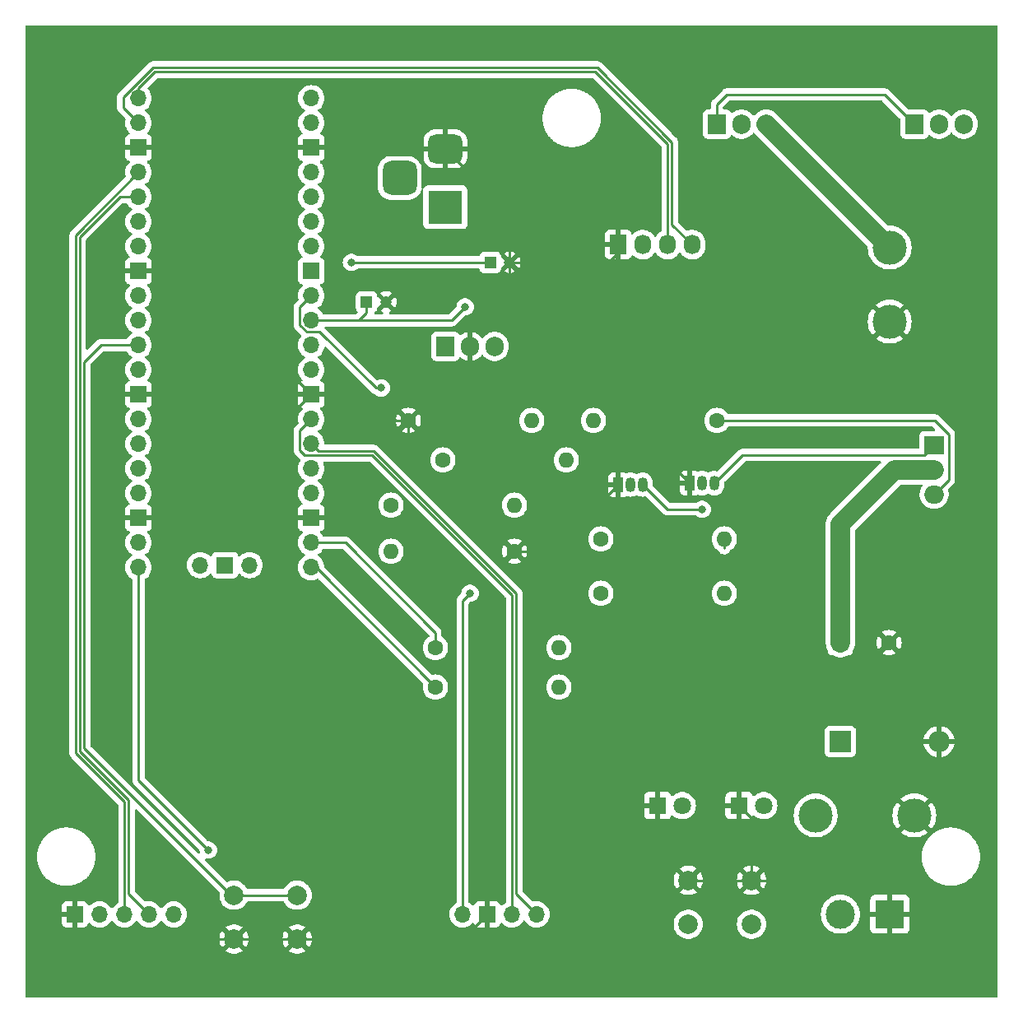
<source format=gbr>
%TF.GenerationSoftware,KiCad,Pcbnew,7.0.9-7.0.9~ubuntu22.04.1*%
%TF.CreationDate,2023-12-17T20:29:56+01:00*%
%TF.ProjectId,DC Load,4443204c-6f61-4642-9e6b-696361645f70,rev?*%
%TF.SameCoordinates,Original*%
%TF.FileFunction,Copper,L2,Bot*%
%TF.FilePolarity,Positive*%
%FSLAX46Y46*%
G04 Gerber Fmt 4.6, Leading zero omitted, Abs format (unit mm)*
G04 Created by KiCad (PCBNEW 7.0.9-7.0.9~ubuntu22.04.1) date 2023-12-17 20:29:56*
%MOMM*%
%LPD*%
G01*
G04 APERTURE LIST*
G04 Aperture macros list*
%AMRoundRect*
0 Rectangle with rounded corners*
0 $1 Rounding radius*
0 $2 $3 $4 $5 $6 $7 $8 $9 X,Y pos of 4 corners*
0 Add a 4 corners polygon primitive as box body*
4,1,4,$2,$3,$4,$5,$6,$7,$8,$9,$2,$3,0*
0 Add four circle primitives for the rounded corners*
1,1,$1+$1,$2,$3*
1,1,$1+$1,$4,$5*
1,1,$1+$1,$6,$7*
1,1,$1+$1,$8,$9*
0 Add four rect primitives between the rounded corners*
20,1,$1+$1,$2,$3,$4,$5,0*
20,1,$1+$1,$4,$5,$6,$7,0*
20,1,$1+$1,$6,$7,$8,$9,0*
20,1,$1+$1,$8,$9,$2,$3,0*%
G04 Aperture macros list end*
%TA.AperFunction,ComponentPad*%
%ADD10C,1.600000*%
%TD*%
%TA.AperFunction,ComponentPad*%
%ADD11O,1.600000X1.600000*%
%TD*%
%TA.AperFunction,ComponentPad*%
%ADD12C,2.000000*%
%TD*%
%TA.AperFunction,ComponentPad*%
%ADD13R,1.800000X1.800000*%
%TD*%
%TA.AperFunction,ComponentPad*%
%ADD14C,1.800000*%
%TD*%
%TA.AperFunction,ComponentPad*%
%ADD15C,3.500000*%
%TD*%
%TA.AperFunction,ComponentPad*%
%ADD16R,2.000000X1.905000*%
%TD*%
%TA.AperFunction,ComponentPad*%
%ADD17O,2.000000X1.905000*%
%TD*%
%TA.AperFunction,ComponentPad*%
%ADD18R,1.905000X2.000000*%
%TD*%
%TA.AperFunction,ComponentPad*%
%ADD19O,1.905000X2.000000*%
%TD*%
%TA.AperFunction,ComponentPad*%
%ADD20R,1.700000X1.700000*%
%TD*%
%TA.AperFunction,ComponentPad*%
%ADD21O,1.700000X1.700000*%
%TD*%
%TA.AperFunction,ComponentPad*%
%ADD22R,1.730000X2.030000*%
%TD*%
%TA.AperFunction,ComponentPad*%
%ADD23O,1.730000X2.030000*%
%TD*%
%TA.AperFunction,ComponentPad*%
%ADD24R,1.050000X1.500000*%
%TD*%
%TA.AperFunction,ComponentPad*%
%ADD25O,1.050000X1.500000*%
%TD*%
%TA.AperFunction,ComponentPad*%
%ADD26R,3.500000X3.500000*%
%TD*%
%TA.AperFunction,ComponentPad*%
%ADD27RoundRect,0.750000X-1.000000X0.750000X-1.000000X-0.750000X1.000000X-0.750000X1.000000X0.750000X0*%
%TD*%
%TA.AperFunction,ComponentPad*%
%ADD28RoundRect,0.875000X-0.875000X0.875000X-0.875000X-0.875000X0.875000X-0.875000X0.875000X0.875000X0*%
%TD*%
%TA.AperFunction,ComponentPad*%
%ADD29R,1.600000X1.600000*%
%TD*%
%TA.AperFunction,ComponentPad*%
%ADD30R,1.200000X1.200000*%
%TD*%
%TA.AperFunction,ComponentPad*%
%ADD31C,1.200000*%
%TD*%
%TA.AperFunction,ComponentPad*%
%ADD32R,2.200000X2.200000*%
%TD*%
%TA.AperFunction,ComponentPad*%
%ADD33O,2.200000X2.200000*%
%TD*%
%TA.AperFunction,ComponentPad*%
%ADD34C,3.000000*%
%TD*%
%TA.AperFunction,ComponentPad*%
%ADD35R,3.000000X3.000000*%
%TD*%
%TA.AperFunction,ViaPad*%
%ADD36C,0.800000*%
%TD*%
%TA.AperFunction,Conductor*%
%ADD37C,0.250000*%
%TD*%
%TA.AperFunction,Conductor*%
%ADD38C,2.000000*%
%TD*%
G04 APERTURE END LIST*
D10*
%TO.P,R4,1*%
%TO.N,Net-(J5-Pin_1)*%
X154940000Y-71120000D03*
D11*
%TO.P,R4,2*%
%TO.N,Net-(U2-GPIO26_ADC0)*%
X142240000Y-71120000D03*
%TD*%
D12*
%TO.P,SW1,1*%
%TO.N,GND*%
X151996000Y-118436000D03*
X158496000Y-118436000D03*
%TO.P,SW1,2*%
%TO.N,Net-(U2-GPIO15)*%
X151996000Y-122936000D03*
X158496000Y-122936000D03*
%TD*%
D13*
%TO.P,D3,1,K*%
%TO.N,GND*%
X148844000Y-110744000D03*
D14*
%TO.P,D3,2,A*%
%TO.N,Net-(D3-A)*%
X151384000Y-110744000D03*
%TD*%
D10*
%TO.P,R9,1*%
%TO.N,+12V*%
X143002000Y-88900000D03*
D11*
%TO.P,R9,2*%
%TO.N,Net-(Q4-C)*%
X155702000Y-88900000D03*
%TD*%
D13*
%TO.P,D2,1,K*%
%TO.N,GND*%
X157221000Y-110744000D03*
D14*
%TO.P,D2,2,A*%
%TO.N,Net-(D2-A)*%
X159761000Y-110744000D03*
%TD*%
D10*
%TO.P,R7,1*%
%TO.N,Net-(U2-GPIO22)*%
X126746000Y-75184000D03*
D11*
%TO.P,R7,2*%
%TO.N,Net-(Q4-B)*%
X139446000Y-75184000D03*
%TD*%
D15*
%TO.P,J5,1,Pin_1*%
%TO.N,Net-(J5-Pin_1)*%
X172720000Y-53340000D03*
%TD*%
D10*
%TO.P,R3,1*%
%TO.N,GND*%
X123190000Y-71120000D03*
D11*
%TO.P,R3,2*%
%TO.N,Net-(U2-GPIO26_ADC0)*%
X135890000Y-71120000D03*
%TD*%
D15*
%TO.P,J4,1,Pin_1*%
%TO.N,GND*%
X175260000Y-111760000D03*
%TD*%
D10*
%TO.P,R6,1*%
%TO.N,Net-(U2-GPIO17)*%
X125984000Y-94488000D03*
D11*
%TO.P,R6,2*%
%TO.N,Net-(D2-A)*%
X138684000Y-94488000D03*
%TD*%
D10*
%TO.P,R10,1*%
%TO.N,ADC1*%
X121412000Y-79832000D03*
D11*
%TO.P,R10,2*%
%TO.N,Net-(D1-K)*%
X134112000Y-79832000D03*
%TD*%
D16*
%TO.P,Q3,1,G*%
%TO.N,Net-(Q1-G)*%
X177292000Y-73660000D03*
D17*
%TO.P,Q3,2,D*%
%TO.N,Net-(D1-K)*%
X177292000Y-76200000D03*
%TO.P,Q3,3,S*%
%TO.N,Net-(J5-Pin_1)*%
X177292000Y-78740000D03*
%TD*%
D18*
%TO.P,Q1,1,G*%
%TO.N,Net-(Q1-G)*%
X154940000Y-40640000D03*
D19*
%TO.P,Q1,2,D*%
%TO.N,Net-(D1-K)*%
X157480000Y-40640000D03*
%TO.P,Q1,3,S*%
%TO.N,Net-(J5-Pin_1)*%
X160020000Y-40640000D03*
%TD*%
D20*
%TO.P,J8,1,Pin_1*%
%TO.N,GND*%
X88900000Y-121920000D03*
D21*
%TO.P,J8,2,Pin_2*%
%TO.N,+5V*%
X91440000Y-121920000D03*
%TO.P,J8,3,Pin_3*%
%TO.N,Net-(J8-Pin_3)*%
X93980000Y-121920000D03*
%TO.P,J8,4,Pin_4*%
%TO.N,Net-(J8-Pin_4)*%
X96520000Y-121920000D03*
%TO.P,J8,5,Pin_5*%
%TO.N,Net-(J8-Pin_5)*%
X99060000Y-121920000D03*
%TD*%
%TO.P,U2,1,GPIO0*%
%TO.N,Net-(M1-Tacho)*%
X95435000Y-37970000D03*
%TO.P,U2,2,GPIO1*%
%TO.N,Net-(M1-PWM)*%
X95435000Y-40510000D03*
D20*
%TO.P,U2,3,GND*%
%TO.N,GND*%
X95435000Y-43050000D03*
D21*
%TO.P,U2,4,GPIO2*%
%TO.N,Net-(J8-Pin_3)*%
X95435000Y-45590000D03*
%TO.P,U2,5,GPIO3*%
%TO.N,Net-(J8-Pin_4)*%
X95435000Y-48130000D03*
%TO.P,U2,6,GPIO4*%
%TO.N,Net-(J8-Pin_5)*%
X95435000Y-50670000D03*
%TO.P,U2,7,GPIO5*%
%TO.N,unconnected-(U2-GPIO5-Pad7)*%
X95435000Y-53210000D03*
D20*
%TO.P,U2,8,GND*%
%TO.N,GND*%
X95435000Y-55750000D03*
D21*
%TO.P,U2,9,GPIO6*%
%TO.N,unconnected-(U2-GPIO6-Pad9)*%
X95435000Y-58290000D03*
%TO.P,U2,10,GPIO7*%
%TO.N,unconnected-(U2-GPIO7-Pad10)*%
X95435000Y-60830000D03*
%TO.P,U2,11,GPIO8*%
%TO.N,Net-(U2-GPIO8)*%
X95435000Y-63370000D03*
%TO.P,U2,12,GPIO9*%
%TO.N,unconnected-(U2-GPIO9-Pad12)*%
X95435000Y-65910000D03*
D20*
%TO.P,U2,13,GND*%
%TO.N,GND*%
X95435000Y-68450000D03*
D21*
%TO.P,U2,14,GPIO10*%
%TO.N,unconnected-(U2-GPIO10-Pad14)*%
X95435000Y-70990000D03*
%TO.P,U2,15,GPIO11*%
%TO.N,unconnected-(U2-GPIO11-Pad15)*%
X95435000Y-73530000D03*
%TO.P,U2,16,GPIO12*%
%TO.N,unconnected-(U2-GPIO12-Pad16)*%
X95435000Y-76070000D03*
%TO.P,U2,17,GPIO13*%
%TO.N,unconnected-(U2-GPIO13-Pad17)*%
X95435000Y-78610000D03*
D20*
%TO.P,U2,18,GND*%
%TO.N,GND*%
X95435000Y-81150000D03*
D21*
%TO.P,U2,19,GPIO14*%
%TO.N,unconnected-(U2-GPIO14-Pad19)*%
X95435000Y-83690000D03*
%TO.P,U2,20,GPIO15*%
%TO.N,Net-(U2-GPIO15)*%
X95435000Y-86230000D03*
%TO.P,U2,21,GPIO16*%
%TO.N,Net-(U2-GPIO16)*%
X113215000Y-86230000D03*
%TO.P,U2,22,GPIO17*%
%TO.N,Net-(U2-GPIO17)*%
X113215000Y-83690000D03*
D20*
%TO.P,U2,23,GND*%
%TO.N,GND*%
X113215000Y-81150000D03*
D21*
%TO.P,U2,24,GPIO18*%
%TO.N,unconnected-(U2-GPIO18-Pad24)*%
X113215000Y-78610000D03*
%TO.P,U2,25,GPIO19*%
%TO.N,unconnected-(U2-GPIO19-Pad25)*%
X113215000Y-76070000D03*
%TO.P,U2,26,GPIO20*%
%TO.N,Net-(J1-Pin_1)*%
X113215000Y-73530000D03*
%TO.P,U2,27,GPIO21*%
%TO.N,Net-(J1-Pin_2)*%
X113215000Y-70990000D03*
D20*
%TO.P,U2,28,GND*%
%TO.N,GND*%
X113215000Y-68450000D03*
D21*
%TO.P,U2,29,GPIO22*%
%TO.N,Net-(U2-GPIO22)*%
X113215000Y-65910000D03*
%TO.P,U2,30,RUN*%
%TO.N,unconnected-(U2-RUN-Pad30)*%
X113215000Y-63370000D03*
%TO.P,U2,31,GPIO26_ADC0*%
%TO.N,Net-(U2-GPIO26_ADC0)*%
X113215000Y-60830000D03*
%TO.P,U2,32,GPIO27_ADC1*%
%TO.N,ADC1*%
X113215000Y-58290000D03*
D20*
%TO.P,U2,33,AGND*%
%TO.N,unconnected-(U2-AGND-Pad33)*%
X113215000Y-55750000D03*
D21*
%TO.P,U2,34,GPIO28_ADC2*%
%TO.N,unconnected-(U2-GPIO28_ADC2-Pad34)*%
X113215000Y-53210000D03*
%TO.P,U2,35,ADC_VREF*%
%TO.N,unconnected-(U2-ADC_VREF-Pad35)*%
X113215000Y-50670000D03*
%TO.P,U2,36,3V3*%
%TO.N,unconnected-(U2-3V3-Pad36)*%
X113215000Y-48130000D03*
%TO.P,U2,37,3V3_EN*%
%TO.N,unconnected-(U2-3V3_EN-Pad37)*%
X113215000Y-45590000D03*
D20*
%TO.P,U2,38,GND*%
%TO.N,GND*%
X113215000Y-43050000D03*
D21*
%TO.P,U2,39,VSYS*%
%TO.N,unconnected-(U2-VSYS-Pad39)*%
X113215000Y-40510000D03*
%TO.P,U2,40,VBUS*%
%TO.N,+5V*%
X113215000Y-37970000D03*
%TO.P,U2,41,SWCLK*%
%TO.N,unconnected-(U2-SWCLK-Pad41)*%
X101785000Y-86000000D03*
D20*
%TO.P,U2,42,GND*%
%TO.N,unconnected-(U2-GND-Pad42)*%
X104325000Y-86000000D03*
D21*
%TO.P,U2,43,SWDIO*%
%TO.N,unconnected-(U2-SWDIO-Pad43)*%
X106865000Y-86000000D03*
%TD*%
D22*
%TO.P,M1,1,-*%
%TO.N,GND*%
X144780000Y-53040000D03*
D23*
%TO.P,M1,2,+*%
%TO.N,+12V*%
X147320000Y-53040000D03*
%TO.P,M1,3,Tacho*%
%TO.N,Net-(M1-Tacho)*%
X149860000Y-53040000D03*
%TO.P,M1,4,PWM*%
%TO.N,Net-(M1-PWM)*%
X152400000Y-53040000D03*
%TD*%
D15*
%TO.P,J7,1,Pin_1*%
%TO.N,Net-(D1-K)*%
X165100000Y-111760000D03*
%TD*%
D24*
%TO.P,Q5,1,E*%
%TO.N,GND*%
X152146000Y-77576000D03*
D25*
%TO.P,Q5,2,B*%
%TO.N,Net-(Q4-C)*%
X153416000Y-77576000D03*
%TO.P,Q5,3,C*%
%TO.N,Net-(Q1-G)*%
X154686000Y-77576000D03*
%TD*%
D12*
%TO.P,SW2,1*%
%TO.N,Net-(U2-GPIO8)*%
X105260000Y-119960000D03*
X111760000Y-119960000D03*
%TO.P,SW2,2*%
%TO.N,GND*%
X105260000Y-124460000D03*
X111760000Y-124460000D03*
%TD*%
D26*
%TO.P,J3,1*%
%TO.N,+12V*%
X127000000Y-49180000D03*
D27*
%TO.P,J3,2*%
%TO.N,GND*%
X127000000Y-43180000D03*
D28*
%TO.P,J3,3*%
%TO.N,unconnected-(J3-Pad3)*%
X122300000Y-46180000D03*
%TD*%
D29*
%TO.P,C3,1*%
%TO.N,Net-(D1-K)*%
X167640000Y-93980000D03*
D10*
%TO.P,C3,2*%
%TO.N,GND*%
X172640000Y-93980000D03*
%TD*%
D30*
%TO.P,C4,1*%
%TO.N,Net-(U2-GPIO26_ADC0)*%
X118904000Y-58928000D03*
D31*
%TO.P,C4,2*%
%TO.N,GND*%
X120904000Y-58928000D03*
%TD*%
D21*
%TO.P,J1,1,Pin_1*%
%TO.N,Net-(J1-Pin_1)*%
X136388000Y-121920000D03*
%TO.P,J1,2,Pin_2*%
%TO.N,Net-(J1-Pin_2)*%
X133848000Y-121920000D03*
D20*
%TO.P,J1,3,Pin_3*%
%TO.N,GND*%
X131308000Y-121920000D03*
D21*
%TO.P,J1,4,Pin_4*%
%TO.N,+5V*%
X128768000Y-121920000D03*
%TD*%
D10*
%TO.P,R5,1*%
%TO.N,Net-(U2-GPIO16)*%
X125984000Y-98552000D03*
D11*
%TO.P,R5,2*%
%TO.N,Net-(D3-A)*%
X138684000Y-98552000D03*
%TD*%
D15*
%TO.P,J6,1,Pin_1*%
%TO.N,GND*%
X172720000Y-60960000D03*
%TD*%
D18*
%TO.P,Q2,1,G*%
%TO.N,Net-(Q1-G)*%
X175260000Y-40640000D03*
D19*
%TO.P,Q2,2,D*%
%TO.N,Net-(D1-K)*%
X177800000Y-40640000D03*
%TO.P,Q2,3,S*%
%TO.N,Net-(J5-Pin_1)*%
X180340000Y-40640000D03*
%TD*%
D32*
%TO.P,D1,1,K*%
%TO.N,Net-(D1-K)*%
X167640000Y-104140000D03*
D33*
%TO.P,D1,2,A*%
%TO.N,GND*%
X177800000Y-104140000D03*
%TD*%
D34*
%TO.P,J2,1,Pin_1*%
%TO.N,Net-(D1-K)*%
X167640000Y-121920000D03*
D35*
%TO.P,J2,2,Pin_2*%
%TO.N,GND*%
X172720000Y-121920000D03*
%TD*%
D30*
%TO.P,C2,1*%
%TO.N,+5V*%
X131632888Y-54864000D03*
D31*
%TO.P,C2,2*%
%TO.N,GND*%
X133632888Y-54864000D03*
%TD*%
D10*
%TO.P,R8,1*%
%TO.N,+12V*%
X143002000Y-83312000D03*
D11*
%TO.P,R8,2*%
%TO.N,Net-(Q1-G)*%
X155702000Y-83312000D03*
%TD*%
D10*
%TO.P,R11,1*%
%TO.N,GND*%
X134112000Y-84582000D03*
D11*
%TO.P,R11,2*%
%TO.N,ADC1*%
X121412000Y-84582000D03*
%TD*%
D18*
%TO.P,U1,1,IN*%
%TO.N,+12V*%
X127000000Y-63500000D03*
D19*
%TO.P,U1,2,GND*%
%TO.N,GND*%
X129540000Y-63500000D03*
%TO.P,U1,3,OUT*%
%TO.N,+5V*%
X132080000Y-63500000D03*
%TD*%
D24*
%TO.P,Q4,1,E*%
%TO.N,GND*%
X144780000Y-77724000D03*
D25*
%TO.P,Q4,2,B*%
%TO.N,Net-(Q4-B)*%
X146050000Y-77724000D03*
%TO.P,Q4,3,C*%
%TO.N,Net-(Q4-C)*%
X147320000Y-77724000D03*
%TD*%
D36*
%TO.N,+5V*%
X117348000Y-54864000D03*
X129540000Y-88900000D03*
%TO.N,Net-(U2-GPIO26_ADC0)*%
X129032000Y-59436000D03*
%TO.N,ADC1*%
X120396000Y-67780500D03*
%TO.N,Net-(U2-GPIO15)*%
X102616000Y-115316000D03*
%TO.N,Net-(Q4-C)*%
X153416000Y-80264000D03*
%TD*%
D37*
%TO.N,Net-(Q1-G)*%
X154940000Y-38608000D02*
X154940000Y-40640000D01*
X155956000Y-37592000D02*
X154940000Y-38608000D01*
X176276000Y-74676000D02*
X157586000Y-74676000D01*
X175260000Y-40640000D02*
X172212000Y-37592000D01*
X155702000Y-84292000D02*
X155702000Y-83312000D01*
X172212000Y-37592000D02*
X155956000Y-37592000D01*
X177292000Y-73660000D02*
X176276000Y-74676000D01*
X157586000Y-74676000D02*
X154686000Y-77576000D01*
%TO.N,Net-(J5-Pin_1)*%
X178816000Y-77216000D02*
X177292000Y-78740000D01*
X178816000Y-72581500D02*
X178816000Y-77216000D01*
X177354500Y-71120000D02*
X178816000Y-72581500D01*
X154940000Y-71120000D02*
X177354500Y-71120000D01*
D38*
X160020000Y-40640000D02*
X172720000Y-53340000D01*
%TO.N,Net-(D1-K)*%
X167640000Y-93980000D02*
X167640000Y-81788000D01*
X167640000Y-81788000D02*
X173228000Y-76200000D01*
X173228000Y-76200000D02*
X177292000Y-76200000D01*
D37*
%TO.N,GND*%
X158496000Y-112019000D02*
X157221000Y-110744000D01*
X95435000Y-55750000D02*
X100515000Y-55750000D01*
X172720000Y-119888000D02*
X172720000Y-121920000D01*
X88900000Y-123444000D02*
X88900000Y-121920000D01*
X158496000Y-118436000D02*
X171268000Y-118436000D01*
X129540000Y-64770000D02*
X123190000Y-71120000D01*
X109220000Y-72445000D02*
X113215000Y-68450000D01*
X95435000Y-81150000D02*
X109090000Y-81150000D01*
X147485000Y-72915000D02*
X152146000Y-77576000D01*
X105260000Y-124460000D02*
X111760000Y-124460000D01*
X148336000Y-59436000D02*
X147485000Y-60287000D01*
X129540000Y-60960000D02*
X131064000Y-59436000D01*
X109220000Y-112268000D02*
X121412000Y-124460000D01*
X113215000Y-68450000D02*
X95435000Y-68450000D01*
X105260000Y-124460000D02*
X89916000Y-124460000D01*
X109220000Y-81280000D02*
X109220000Y-112268000D01*
X151996000Y-118436000D02*
X148844000Y-115284000D01*
X149860000Y-64516000D02*
X149860000Y-60960000D01*
X129540000Y-63500000D02*
X129540000Y-64770000D01*
X121920000Y-71120000D02*
X119250000Y-68450000D01*
X89916000Y-124460000D02*
X88900000Y-123444000D01*
X134112000Y-84582000D02*
X123190000Y-73660000D01*
X133632888Y-49812888D02*
X127000000Y-43180000D01*
X149860000Y-64516000D02*
X151384000Y-66040000D01*
X113215000Y-81150000D02*
X109350000Y-81150000D01*
X158496000Y-118436000D02*
X158496000Y-112019000D01*
X143764000Y-54864000D02*
X144780000Y-55880000D01*
X113215000Y-68450000D02*
X108712000Y-63947000D01*
X108712000Y-63947000D02*
X108712000Y-43050000D01*
X109090000Y-81150000D02*
X109220000Y-81280000D01*
X133632888Y-56867112D02*
X133632888Y-54864000D01*
X143764000Y-54864000D02*
X144780000Y-53848000D01*
X121412000Y-124460000D02*
X111760000Y-124460000D01*
X167640000Y-66040000D02*
X151384000Y-66040000D01*
X123190000Y-71120000D02*
X121920000Y-71120000D01*
X121412000Y-124460000D02*
X128768000Y-124460000D01*
X109220000Y-78740000D02*
X109220000Y-72445000D01*
X133632888Y-54864000D02*
X133632888Y-49812888D01*
X144780000Y-53848000D02*
X144780000Y-53040000D01*
X147485000Y-60287000D02*
X147485000Y-72915000D01*
X144780000Y-55880000D02*
X144780000Y-53040000D01*
X131191000Y-59309000D02*
X133632888Y-56867112D01*
X149860000Y-60960000D02*
X148336000Y-59436000D01*
X133632888Y-54864000D02*
X143764000Y-54864000D01*
X108712000Y-43050000D02*
X113215000Y-43050000D01*
X129956000Y-58328000D02*
X131064000Y-59436000D01*
X171268000Y-118436000D02*
X172720000Y-119888000D01*
X100515000Y-55750000D02*
X108712000Y-63947000D01*
X109220000Y-81280000D02*
X109220000Y-78740000D01*
X151996000Y-118436000D02*
X158496000Y-118436000D01*
X123190000Y-73660000D02*
X123190000Y-71120000D01*
X121504000Y-58328000D02*
X129956000Y-58328000D01*
X128768000Y-124460000D02*
X131308000Y-121920000D01*
X109350000Y-81150000D02*
X109220000Y-81280000D01*
X172720000Y-60960000D02*
X167640000Y-66040000D01*
X148844000Y-115284000D02*
X148844000Y-110236000D01*
X131064000Y-59436000D02*
X131191000Y-59309000D01*
X95435000Y-43050000D02*
X108712000Y-43050000D01*
X134112000Y-84582000D02*
X137922000Y-84582000D01*
X119250000Y-68450000D02*
X113215000Y-68450000D01*
X137922000Y-84582000D02*
X144780000Y-77724000D01*
X129540000Y-63500000D02*
X129540000Y-60960000D01*
X148336000Y-59436000D02*
X144780000Y-55880000D01*
X120904000Y-58928000D02*
X121504000Y-58328000D01*
%TO.N,Net-(J1-Pin_1)*%
X134298000Y-119830000D02*
X134298000Y-88896604D01*
X119656396Y-74255000D02*
X113940000Y-74255000D01*
X134298000Y-88896604D02*
X119656396Y-74255000D01*
X136388000Y-121920000D02*
X134298000Y-119830000D01*
X113940000Y-74255000D02*
X113215000Y-73530000D01*
%TO.N,Net-(J1-Pin_2)*%
X112040000Y-74194000D02*
X112040000Y-72165000D01*
X133848000Y-121920000D02*
X133848000Y-89083000D01*
X133848000Y-89083000D02*
X119470000Y-74705000D01*
X113215000Y-71051000D02*
X113215000Y-70990000D01*
X112040000Y-72165000D02*
X113215000Y-70990000D01*
X119470000Y-74705000D02*
X112551000Y-74705000D01*
X112551000Y-74705000D02*
X112040000Y-74194000D01*
%TO.N,+5V*%
X131632888Y-54864000D02*
X117348000Y-54864000D01*
X128768000Y-89672000D02*
X128768000Y-121920000D01*
X129540000Y-88900000D02*
X128768000Y-89672000D01*
%TO.N,Net-(M1-Tacho)*%
X95435000Y-36944695D02*
X95435000Y-37970000D01*
X149860000Y-42672000D02*
X142436000Y-35248000D01*
X142436000Y-35248000D02*
X97131695Y-35248000D01*
X97131695Y-35248000D02*
X95435000Y-36944695D01*
X149860000Y-53040000D02*
X149860000Y-42672000D01*
%TO.N,Net-(M1-PWM)*%
X93853000Y-37890299D02*
X93853000Y-38928000D01*
X142622396Y-34798000D02*
X96945299Y-34798000D01*
X150310000Y-50950000D02*
X150310000Y-42485604D01*
X150310000Y-42485604D02*
X142622396Y-34798000D01*
X96945299Y-34798000D02*
X93853000Y-37890299D01*
X152400000Y-53040000D02*
X150310000Y-50950000D01*
X93853000Y-38928000D02*
X95435000Y-40510000D01*
%TO.N,Net-(U2-GPIO26_ADC0)*%
X122174000Y-60830000D02*
X118110000Y-60830000D01*
X127638000Y-60830000D02*
X122174000Y-60830000D01*
X118904000Y-60036000D02*
X118110000Y-60830000D01*
X118110000Y-60830000D02*
X113215000Y-60830000D01*
X118904000Y-58928000D02*
X118904000Y-60036000D01*
X129032000Y-59436000D02*
X127638000Y-60830000D01*
%TO.N,Net-(U2-GPIO8)*%
X89858000Y-104844000D02*
X104974000Y-119960000D01*
X105260000Y-119960000D02*
X111760000Y-119960000D01*
X95435000Y-63370000D02*
X91570000Y-63370000D01*
X89858000Y-65082000D02*
X89858000Y-104844000D01*
X104974000Y-119960000D02*
X105260000Y-119960000D01*
X91570000Y-63370000D02*
X89858000Y-65082000D01*
%TO.N,Net-(U2-GPIO16)*%
X113662000Y-86230000D02*
X113215000Y-86230000D01*
X125984000Y-98552000D02*
X113662000Y-86230000D01*
%TO.N,ADC1*%
X112040000Y-59465000D02*
X113215000Y-58290000D01*
X120396000Y-67780500D02*
X119850500Y-67780500D01*
X114075000Y-62005000D02*
X112728299Y-62005000D01*
X112040000Y-61316701D02*
X112040000Y-59465000D01*
X119850500Y-67780500D02*
X114075000Y-62005000D01*
X112728299Y-62005000D02*
X112040000Y-61316701D01*
%TO.N,Net-(J8-Pin_4)*%
X89408000Y-52253396D02*
X93531396Y-48130000D01*
X89408000Y-105156000D02*
X89408000Y-52253396D01*
X94430000Y-110178000D02*
X89408000Y-105156000D01*
X94430000Y-119830000D02*
X94430000Y-110178000D01*
X96520000Y-121920000D02*
X94430000Y-119830000D01*
X93531396Y-48130000D02*
X95435000Y-48130000D01*
%TO.N,Net-(J8-Pin_3)*%
X88958000Y-105342396D02*
X88958000Y-52067000D01*
X93980000Y-121920000D02*
X93980000Y-110364396D01*
X88958000Y-52067000D02*
X95435000Y-45590000D01*
X93980000Y-110364396D02*
X88958000Y-105342396D01*
%TO.N,Net-(U2-GPIO17)*%
X125984000Y-92964000D02*
X125984000Y-94488000D01*
X116710000Y-83690000D02*
X125984000Y-92964000D01*
X113215000Y-83690000D02*
X116710000Y-83690000D01*
%TO.N,Net-(U2-GPIO15)*%
X95435000Y-108135000D02*
X102616000Y-115316000D01*
X95435000Y-86230000D02*
X95435000Y-108135000D01*
%TO.N,Net-(Q4-C)*%
X149860000Y-80264000D02*
X153416000Y-80264000D01*
X147320000Y-77724000D02*
X149860000Y-80264000D01*
%TD*%
%TA.AperFunction,Conductor*%
%TO.N,GND*%
G36*
X94226812Y-64015185D02*
G01*
X94261348Y-64048377D01*
X94396501Y-64241396D01*
X94396506Y-64241402D01*
X94563597Y-64408493D01*
X94563603Y-64408498D01*
X94749158Y-64538425D01*
X94792783Y-64593002D01*
X94799977Y-64662500D01*
X94768454Y-64724855D01*
X94749158Y-64741575D01*
X94563597Y-64871505D01*
X94396505Y-65038597D01*
X94260965Y-65232169D01*
X94260964Y-65232171D01*
X94161098Y-65446335D01*
X94161094Y-65446344D01*
X94099938Y-65674586D01*
X94099936Y-65674596D01*
X94079341Y-65909999D01*
X94079341Y-65910000D01*
X94099936Y-66145403D01*
X94099938Y-66145413D01*
X94161094Y-66373655D01*
X94161096Y-66373659D01*
X94161097Y-66373663D01*
X94260965Y-66587830D01*
X94260967Y-66587834D01*
X94369281Y-66742521D01*
X94396501Y-66781396D01*
X94396506Y-66781402D01*
X94518818Y-66903714D01*
X94552303Y-66965037D01*
X94547319Y-67034729D01*
X94505447Y-67090662D01*
X94474471Y-67107577D01*
X94342912Y-67156646D01*
X94342906Y-67156649D01*
X94227812Y-67242809D01*
X94227809Y-67242812D01*
X94141649Y-67357906D01*
X94141645Y-67357913D01*
X94091403Y-67492620D01*
X94091401Y-67492627D01*
X94085000Y-67552155D01*
X94085000Y-68200000D01*
X94989428Y-68200000D01*
X94966318Y-68235960D01*
X94925000Y-68376673D01*
X94925000Y-68523327D01*
X94966318Y-68664040D01*
X94989428Y-68700000D01*
X94085000Y-68700000D01*
X94085000Y-69347844D01*
X94091401Y-69407372D01*
X94091403Y-69407379D01*
X94141645Y-69542086D01*
X94141649Y-69542093D01*
X94227809Y-69657187D01*
X94227812Y-69657190D01*
X94342906Y-69743350D01*
X94342913Y-69743354D01*
X94474470Y-69792421D01*
X94530403Y-69834292D01*
X94554821Y-69899756D01*
X94539970Y-69968029D01*
X94518819Y-69996284D01*
X94396503Y-70118600D01*
X94260965Y-70312169D01*
X94260964Y-70312171D01*
X94161098Y-70526335D01*
X94161094Y-70526344D01*
X94099938Y-70754586D01*
X94099936Y-70754596D01*
X94079341Y-70989999D01*
X94079341Y-70990000D01*
X94099936Y-71225403D01*
X94099938Y-71225413D01*
X94161094Y-71453655D01*
X94161096Y-71453659D01*
X94161097Y-71453663D01*
X94213712Y-71566496D01*
X94260965Y-71667830D01*
X94260967Y-71667834D01*
X94340781Y-71781819D01*
X94385351Y-71845472D01*
X94396501Y-71861395D01*
X94396506Y-71861402D01*
X94563597Y-72028493D01*
X94563603Y-72028498D01*
X94749158Y-72158425D01*
X94792783Y-72213002D01*
X94799977Y-72282500D01*
X94768454Y-72344855D01*
X94749158Y-72361575D01*
X94563597Y-72491505D01*
X94396505Y-72658597D01*
X94260965Y-72852169D01*
X94260964Y-72852171D01*
X94161098Y-73066335D01*
X94161094Y-73066344D01*
X94099938Y-73294586D01*
X94099936Y-73294596D01*
X94079341Y-73529999D01*
X94079341Y-73530000D01*
X94099936Y-73765403D01*
X94099938Y-73765413D01*
X94161094Y-73993655D01*
X94161096Y-73993659D01*
X94161097Y-73993663D01*
X94234421Y-74150906D01*
X94260965Y-74207830D01*
X94260967Y-74207834D01*
X94396501Y-74401395D01*
X94396506Y-74401402D01*
X94563597Y-74568493D01*
X94563603Y-74568498D01*
X94749158Y-74698425D01*
X94792783Y-74753002D01*
X94799977Y-74822500D01*
X94768454Y-74884855D01*
X94749158Y-74901575D01*
X94563597Y-75031505D01*
X94396505Y-75198597D01*
X94260965Y-75392169D01*
X94260964Y-75392171D01*
X94161098Y-75606335D01*
X94161094Y-75606344D01*
X94099938Y-75834586D01*
X94099936Y-75834596D01*
X94079341Y-76069999D01*
X94079341Y-76070000D01*
X94099936Y-76305403D01*
X94099938Y-76305413D01*
X94161094Y-76533655D01*
X94161096Y-76533659D01*
X94161097Y-76533663D01*
X94253543Y-76731913D01*
X94260965Y-76747830D01*
X94260967Y-76747834D01*
X94369281Y-76902521D01*
X94386075Y-76926506D01*
X94396501Y-76941395D01*
X94396506Y-76941402D01*
X94563597Y-77108493D01*
X94563603Y-77108498D01*
X94749158Y-77238425D01*
X94792783Y-77293002D01*
X94799977Y-77362500D01*
X94768454Y-77424855D01*
X94749158Y-77441575D01*
X94563597Y-77571505D01*
X94396505Y-77738597D01*
X94260965Y-77932169D01*
X94260964Y-77932171D01*
X94161098Y-78146335D01*
X94161094Y-78146344D01*
X94099938Y-78374586D01*
X94099936Y-78374596D01*
X94079341Y-78609999D01*
X94079341Y-78610000D01*
X94099936Y-78845403D01*
X94099938Y-78845413D01*
X94161094Y-79073655D01*
X94161096Y-79073659D01*
X94161097Y-79073663D01*
X94210340Y-79179265D01*
X94260965Y-79287830D01*
X94260967Y-79287834D01*
X94329357Y-79385504D01*
X94396501Y-79481396D01*
X94396506Y-79481402D01*
X94518818Y-79603714D01*
X94552303Y-79665037D01*
X94547319Y-79734729D01*
X94505447Y-79790662D01*
X94474471Y-79807577D01*
X94342912Y-79856646D01*
X94342906Y-79856649D01*
X94227812Y-79942809D01*
X94227809Y-79942812D01*
X94141649Y-80057906D01*
X94141645Y-80057913D01*
X94091403Y-80192620D01*
X94091401Y-80192627D01*
X94085000Y-80252155D01*
X94085000Y-80900000D01*
X94989428Y-80900000D01*
X94966318Y-80935960D01*
X94925000Y-81076673D01*
X94925000Y-81223327D01*
X94966318Y-81364040D01*
X94989428Y-81400000D01*
X94085000Y-81400000D01*
X94085000Y-82047844D01*
X94091401Y-82107372D01*
X94091403Y-82107379D01*
X94141645Y-82242086D01*
X94141649Y-82242093D01*
X94227809Y-82357187D01*
X94227812Y-82357190D01*
X94342906Y-82443350D01*
X94342913Y-82443354D01*
X94474470Y-82492421D01*
X94530403Y-82534292D01*
X94554821Y-82599756D01*
X94539970Y-82668029D01*
X94518819Y-82696284D01*
X94396503Y-82818600D01*
X94260965Y-83012169D01*
X94260964Y-83012171D01*
X94161098Y-83226335D01*
X94161094Y-83226344D01*
X94099938Y-83454586D01*
X94099936Y-83454596D01*
X94079341Y-83689999D01*
X94079341Y-83690000D01*
X94099936Y-83925403D01*
X94099938Y-83925413D01*
X94161094Y-84153655D01*
X94161096Y-84153659D01*
X94161097Y-84153663D01*
X94234952Y-84312045D01*
X94260965Y-84367830D01*
X94260967Y-84367834D01*
X94369281Y-84522521D01*
X94396501Y-84561396D01*
X94396506Y-84561402D01*
X94563597Y-84728493D01*
X94563603Y-84728498D01*
X94749158Y-84858425D01*
X94792783Y-84913002D01*
X94799977Y-84982500D01*
X94768454Y-85044855D01*
X94749158Y-85061575D01*
X94563597Y-85191505D01*
X94396505Y-85358597D01*
X94260965Y-85552169D01*
X94260964Y-85552171D01*
X94161098Y-85766335D01*
X94161094Y-85766344D01*
X94099938Y-85994586D01*
X94099936Y-85994596D01*
X94079341Y-86229999D01*
X94079341Y-86230000D01*
X94099936Y-86465403D01*
X94099938Y-86465413D01*
X94161094Y-86693655D01*
X94161096Y-86693659D01*
X94161097Y-86693663D01*
X94256322Y-86897873D01*
X94260965Y-86907830D01*
X94260967Y-86907834D01*
X94396501Y-87101395D01*
X94396506Y-87101402D01*
X94563597Y-87268493D01*
X94563603Y-87268498D01*
X94571322Y-87273903D01*
X94756624Y-87403653D01*
X94800248Y-87458228D01*
X94809500Y-87505226D01*
X94809500Y-108052255D01*
X94807775Y-108067872D01*
X94808061Y-108067899D01*
X94807326Y-108075665D01*
X94809500Y-108144814D01*
X94809500Y-108174343D01*
X94809501Y-108174360D01*
X94810368Y-108181231D01*
X94810826Y-108187050D01*
X94812290Y-108233624D01*
X94812291Y-108233627D01*
X94817880Y-108252867D01*
X94821824Y-108271911D01*
X94824336Y-108291791D01*
X94841490Y-108335119D01*
X94843382Y-108340647D01*
X94856381Y-108385388D01*
X94866580Y-108402634D01*
X94875138Y-108420103D01*
X94882514Y-108438732D01*
X94909898Y-108476423D01*
X94913106Y-108481307D01*
X94936827Y-108521416D01*
X94936833Y-108521424D01*
X94950990Y-108535580D01*
X94963628Y-108550376D01*
X94975405Y-108566586D01*
X94975406Y-108566587D01*
X95011309Y-108596288D01*
X95015620Y-108600210D01*
X98416597Y-112001187D01*
X101677038Y-115261628D01*
X101710523Y-115322951D01*
X101712678Y-115336347D01*
X101721746Y-115422628D01*
X101727632Y-115478628D01*
X101730327Y-115504261D01*
X101731678Y-115510617D01*
X101728768Y-115511235D01*
X101730249Y-115568289D01*
X101694013Y-115628028D01*
X101631231Y-115658692D01*
X101561838Y-115650546D01*
X101522725Y-115624134D01*
X90519819Y-104621228D01*
X90486334Y-104559905D01*
X90483500Y-104533547D01*
X90483500Y-65392452D01*
X90503185Y-65325413D01*
X90519819Y-65304771D01*
X91792771Y-64031819D01*
X91854094Y-63998334D01*
X91880452Y-63995500D01*
X94159773Y-63995500D01*
X94226812Y-64015185D01*
G37*
%TD.AperFunction*%
%TA.AperFunction,Conductor*%
G36*
X94226812Y-48775185D02*
G01*
X94261348Y-48808377D01*
X94396501Y-49001396D01*
X94396506Y-49001402D01*
X94563597Y-49168493D01*
X94563603Y-49168498D01*
X94749158Y-49298425D01*
X94792783Y-49353002D01*
X94799977Y-49422500D01*
X94768454Y-49484855D01*
X94749158Y-49501575D01*
X94563597Y-49631505D01*
X94396505Y-49798597D01*
X94260965Y-49992169D01*
X94260964Y-49992171D01*
X94161098Y-50206335D01*
X94161094Y-50206344D01*
X94099938Y-50434586D01*
X94099936Y-50434596D01*
X94079341Y-50669999D01*
X94079341Y-50670000D01*
X94099936Y-50905403D01*
X94099938Y-50905413D01*
X94161094Y-51133655D01*
X94161096Y-51133659D01*
X94161097Y-51133663D01*
X94260965Y-51347830D01*
X94260967Y-51347834D01*
X94318851Y-51430500D01*
X94388985Y-51530662D01*
X94396501Y-51541395D01*
X94396506Y-51541402D01*
X94563597Y-51708493D01*
X94563603Y-51708498D01*
X94749158Y-51838425D01*
X94792783Y-51893002D01*
X94799977Y-51962500D01*
X94768454Y-52024855D01*
X94749158Y-52041575D01*
X94563597Y-52171505D01*
X94396505Y-52338597D01*
X94260965Y-52532169D01*
X94260964Y-52532171D01*
X94161098Y-52746335D01*
X94161094Y-52746344D01*
X94099938Y-52974586D01*
X94099936Y-52974596D01*
X94079341Y-53209999D01*
X94079341Y-53210000D01*
X94099936Y-53445403D01*
X94099938Y-53445413D01*
X94161094Y-53673655D01*
X94161096Y-53673659D01*
X94161097Y-53673663D01*
X94229431Y-53820206D01*
X94260965Y-53887830D01*
X94260967Y-53887834D01*
X94369281Y-54042521D01*
X94396501Y-54081396D01*
X94396506Y-54081402D01*
X94518818Y-54203714D01*
X94552303Y-54265037D01*
X94547319Y-54334729D01*
X94505447Y-54390662D01*
X94474471Y-54407577D01*
X94342912Y-54456646D01*
X94342906Y-54456649D01*
X94227812Y-54542809D01*
X94227809Y-54542812D01*
X94141649Y-54657906D01*
X94141645Y-54657913D01*
X94091403Y-54792620D01*
X94091401Y-54792627D01*
X94085000Y-54852155D01*
X94085000Y-55500000D01*
X94989428Y-55500000D01*
X94966318Y-55535960D01*
X94925000Y-55676673D01*
X94925000Y-55823327D01*
X94966318Y-55964040D01*
X94989428Y-56000000D01*
X94085000Y-56000000D01*
X94085000Y-56647844D01*
X94091401Y-56707372D01*
X94091403Y-56707379D01*
X94141645Y-56842086D01*
X94141649Y-56842093D01*
X94227809Y-56957187D01*
X94227812Y-56957190D01*
X94342906Y-57043350D01*
X94342913Y-57043354D01*
X94474470Y-57092421D01*
X94530403Y-57134292D01*
X94554821Y-57199756D01*
X94539970Y-57268029D01*
X94518819Y-57296284D01*
X94396503Y-57418600D01*
X94260965Y-57612169D01*
X94260964Y-57612171D01*
X94161098Y-57826335D01*
X94161094Y-57826344D01*
X94099938Y-58054586D01*
X94099936Y-58054596D01*
X94079341Y-58289999D01*
X94079341Y-58290000D01*
X94099936Y-58525403D01*
X94099938Y-58525413D01*
X94161094Y-58753655D01*
X94161096Y-58753659D01*
X94161097Y-58753663D01*
X94242392Y-58928000D01*
X94260965Y-58967830D01*
X94260967Y-58967834D01*
X94330905Y-59067715D01*
X94384365Y-59144064D01*
X94396501Y-59161395D01*
X94396506Y-59161402D01*
X94563597Y-59328493D01*
X94563603Y-59328498D01*
X94749158Y-59458425D01*
X94792783Y-59513002D01*
X94799977Y-59582500D01*
X94768454Y-59644855D01*
X94749158Y-59661575D01*
X94563597Y-59791505D01*
X94396505Y-59958597D01*
X94260965Y-60152169D01*
X94260964Y-60152171D01*
X94161098Y-60366335D01*
X94161094Y-60366344D01*
X94099938Y-60594586D01*
X94099936Y-60594596D01*
X94079341Y-60829999D01*
X94079341Y-60830000D01*
X94099936Y-61065403D01*
X94099938Y-61065413D01*
X94161094Y-61293655D01*
X94161096Y-61293659D01*
X94161097Y-61293663D01*
X94237234Y-61456939D01*
X94260965Y-61507830D01*
X94260967Y-61507834D01*
X94396501Y-61701395D01*
X94396506Y-61701402D01*
X94563597Y-61868493D01*
X94563603Y-61868498D01*
X94749158Y-61998425D01*
X94792783Y-62053002D01*
X94799977Y-62122500D01*
X94768454Y-62184855D01*
X94749158Y-62201575D01*
X94563597Y-62331505D01*
X94396505Y-62498597D01*
X94261348Y-62691623D01*
X94206771Y-62735248D01*
X94159773Y-62744500D01*
X91652743Y-62744500D01*
X91637122Y-62742775D01*
X91637095Y-62743061D01*
X91629333Y-62742326D01*
X91560172Y-62744500D01*
X91530649Y-62744500D01*
X91523778Y-62745367D01*
X91517959Y-62745825D01*
X91471374Y-62747289D01*
X91471368Y-62747290D01*
X91452126Y-62752880D01*
X91433087Y-62756823D01*
X91413217Y-62759334D01*
X91413203Y-62759337D01*
X91369883Y-62776488D01*
X91364358Y-62778380D01*
X91319613Y-62791380D01*
X91319610Y-62791381D01*
X91302366Y-62801579D01*
X91284905Y-62810133D01*
X91266274Y-62817510D01*
X91266262Y-62817517D01*
X91228570Y-62844902D01*
X91223687Y-62848109D01*
X91183580Y-62871829D01*
X91169414Y-62885995D01*
X91154624Y-62898627D01*
X91138414Y-62910404D01*
X91138411Y-62910407D01*
X91108710Y-62946309D01*
X91104777Y-62950631D01*
X90245181Y-63810228D01*
X90183858Y-63843713D01*
X90114167Y-63838729D01*
X90058233Y-63796857D01*
X90033816Y-63731393D01*
X90033500Y-63722547D01*
X90033500Y-52563848D01*
X90053185Y-52496809D01*
X90069819Y-52476167D01*
X93754167Y-48791819D01*
X93815490Y-48758334D01*
X93841848Y-48755500D01*
X94159773Y-48755500D01*
X94226812Y-48775185D01*
G37*
%TD.AperFunction*%
%TA.AperFunction,Conductor*%
G36*
X183762539Y-30500185D02*
G01*
X183808294Y-30552989D01*
X183819500Y-30604500D01*
X183819500Y-130355500D01*
X183799815Y-130422539D01*
X183747011Y-130468294D01*
X183695500Y-130479500D01*
X83944500Y-130479500D01*
X83877461Y-130459815D01*
X83831706Y-130407011D01*
X83820500Y-130355500D01*
X83820500Y-124460005D01*
X103754859Y-124460005D01*
X103775385Y-124707729D01*
X103775387Y-124707738D01*
X103836412Y-124948717D01*
X103936266Y-125176364D01*
X104036564Y-125329882D01*
X104734070Y-124632376D01*
X104736884Y-124645915D01*
X104806442Y-124780156D01*
X104909638Y-124890652D01*
X105038819Y-124969209D01*
X105090002Y-124983549D01*
X104389942Y-125683609D01*
X104436768Y-125720055D01*
X104436770Y-125720056D01*
X104655385Y-125838364D01*
X104655396Y-125838369D01*
X104890506Y-125919083D01*
X105135707Y-125960000D01*
X105384293Y-125960000D01*
X105629493Y-125919083D01*
X105864603Y-125838369D01*
X105864614Y-125838364D01*
X106083228Y-125720057D01*
X106083231Y-125720055D01*
X106130056Y-125683609D01*
X105431568Y-124985121D01*
X105548458Y-124934349D01*
X105665739Y-124838934D01*
X105752928Y-124715415D01*
X105783354Y-124629802D01*
X106483434Y-125329882D01*
X106583731Y-125176369D01*
X106683587Y-124948717D01*
X106744612Y-124707738D01*
X106744614Y-124707729D01*
X106765141Y-124460005D01*
X110254859Y-124460005D01*
X110275385Y-124707729D01*
X110275387Y-124707738D01*
X110336412Y-124948717D01*
X110436266Y-125176364D01*
X110536564Y-125329882D01*
X111234070Y-124632376D01*
X111236884Y-124645915D01*
X111306442Y-124780156D01*
X111409638Y-124890652D01*
X111538819Y-124969209D01*
X111590002Y-124983549D01*
X110889942Y-125683609D01*
X110936768Y-125720055D01*
X110936770Y-125720056D01*
X111155385Y-125838364D01*
X111155396Y-125838369D01*
X111390506Y-125919083D01*
X111635707Y-125960000D01*
X111884293Y-125960000D01*
X112129493Y-125919083D01*
X112364603Y-125838369D01*
X112364614Y-125838364D01*
X112583228Y-125720057D01*
X112583231Y-125720055D01*
X112630056Y-125683609D01*
X111931568Y-124985121D01*
X112048458Y-124934349D01*
X112165739Y-124838934D01*
X112252928Y-124715415D01*
X112283354Y-124629802D01*
X112983434Y-125329882D01*
X113083731Y-125176369D01*
X113183587Y-124948717D01*
X113244612Y-124707738D01*
X113244614Y-124707729D01*
X113265141Y-124460005D01*
X113265141Y-124459994D01*
X113244614Y-124212270D01*
X113244612Y-124212261D01*
X113183587Y-123971282D01*
X113083731Y-123743630D01*
X112983434Y-123590116D01*
X112285929Y-124287622D01*
X112283116Y-124274085D01*
X112213558Y-124139844D01*
X112110362Y-124029348D01*
X111981181Y-123950791D01*
X111929997Y-123936450D01*
X112630057Y-123236390D01*
X112630056Y-123236389D01*
X112583229Y-123199943D01*
X112364614Y-123081635D01*
X112364603Y-123081630D01*
X112129493Y-123000916D01*
X111884293Y-122960000D01*
X111635707Y-122960000D01*
X111390506Y-123000916D01*
X111155396Y-123081630D01*
X111155390Y-123081632D01*
X110936761Y-123199949D01*
X110889942Y-123236388D01*
X110889942Y-123236390D01*
X111588431Y-123934878D01*
X111471542Y-123985651D01*
X111354261Y-124081066D01*
X111267072Y-124204585D01*
X111236645Y-124290197D01*
X110536564Y-123590116D01*
X110436267Y-123743632D01*
X110336412Y-123971282D01*
X110275387Y-124212261D01*
X110275385Y-124212270D01*
X110254859Y-124459994D01*
X110254859Y-124460005D01*
X106765141Y-124460005D01*
X106765141Y-124459994D01*
X106744614Y-124212270D01*
X106744612Y-124212261D01*
X106683587Y-123971282D01*
X106583731Y-123743630D01*
X106483434Y-123590116D01*
X105785929Y-124287622D01*
X105783116Y-124274085D01*
X105713558Y-124139844D01*
X105610362Y-124029348D01*
X105481181Y-123950791D01*
X105429997Y-123936450D01*
X106130057Y-123236390D01*
X106130056Y-123236389D01*
X106083229Y-123199943D01*
X105864614Y-123081635D01*
X105864603Y-123081630D01*
X105629493Y-123000916D01*
X105384293Y-122960000D01*
X105135707Y-122960000D01*
X104890506Y-123000916D01*
X104655396Y-123081630D01*
X104655390Y-123081632D01*
X104436761Y-123199949D01*
X104389942Y-123236388D01*
X104389942Y-123236390D01*
X105088431Y-123934878D01*
X104971542Y-123985651D01*
X104854261Y-124081066D01*
X104767072Y-124204585D01*
X104736645Y-124290197D01*
X104036564Y-123590116D01*
X103936267Y-123743632D01*
X103836412Y-123971282D01*
X103775387Y-124212261D01*
X103775385Y-124212270D01*
X103754859Y-124459994D01*
X103754859Y-124460005D01*
X83820500Y-124460005D01*
X83820500Y-122817844D01*
X87550000Y-122817844D01*
X87556401Y-122877372D01*
X87556403Y-122877379D01*
X87606645Y-123012086D01*
X87606649Y-123012093D01*
X87692809Y-123127187D01*
X87692812Y-123127190D01*
X87807906Y-123213350D01*
X87807913Y-123213354D01*
X87942620Y-123263596D01*
X87942627Y-123263598D01*
X88002155Y-123269999D01*
X88002172Y-123270000D01*
X88650000Y-123270000D01*
X88650000Y-122355501D01*
X88757685Y-122404680D01*
X88864237Y-122420000D01*
X88935763Y-122420000D01*
X89042315Y-122404680D01*
X89150000Y-122355501D01*
X89150000Y-123270000D01*
X89797828Y-123270000D01*
X89797844Y-123269999D01*
X89857372Y-123263598D01*
X89857379Y-123263596D01*
X89992086Y-123213354D01*
X89992093Y-123213350D01*
X90107187Y-123127190D01*
X90107190Y-123127187D01*
X90193350Y-123012093D01*
X90193354Y-123012086D01*
X90242422Y-122880529D01*
X90284293Y-122824595D01*
X90349757Y-122800178D01*
X90418030Y-122815030D01*
X90446285Y-122836181D01*
X90568599Y-122958495D01*
X90634028Y-123004309D01*
X90762165Y-123094032D01*
X90762167Y-123094033D01*
X90762170Y-123094035D01*
X90976337Y-123193903D01*
X91204592Y-123255063D01*
X91375319Y-123270000D01*
X91439999Y-123275659D01*
X91440000Y-123275659D01*
X91440001Y-123275659D01*
X91504681Y-123270000D01*
X91675408Y-123255063D01*
X91903663Y-123193903D01*
X92117830Y-123094035D01*
X92311401Y-122958495D01*
X92478495Y-122791401D01*
X92608425Y-122605842D01*
X92663002Y-122562217D01*
X92732500Y-122555023D01*
X92794855Y-122586546D01*
X92811575Y-122605842D01*
X92941500Y-122791395D01*
X92941505Y-122791401D01*
X93108599Y-122958495D01*
X93174028Y-123004309D01*
X93302165Y-123094032D01*
X93302167Y-123094033D01*
X93302170Y-123094035D01*
X93516337Y-123193903D01*
X93744592Y-123255063D01*
X93915319Y-123270000D01*
X93979999Y-123275659D01*
X93980000Y-123275659D01*
X93980001Y-123275659D01*
X94044681Y-123270000D01*
X94215408Y-123255063D01*
X94443663Y-123193903D01*
X94657830Y-123094035D01*
X94851401Y-122958495D01*
X95018495Y-122791401D01*
X95148425Y-122605842D01*
X95203002Y-122562217D01*
X95272500Y-122555023D01*
X95334855Y-122586546D01*
X95351575Y-122605842D01*
X95481500Y-122791395D01*
X95481505Y-122791401D01*
X95648599Y-122958495D01*
X95714028Y-123004309D01*
X95842165Y-123094032D01*
X95842167Y-123094033D01*
X95842170Y-123094035D01*
X96056337Y-123193903D01*
X96284592Y-123255063D01*
X96455319Y-123270000D01*
X96519999Y-123275659D01*
X96520000Y-123275659D01*
X96520001Y-123275659D01*
X96584681Y-123270000D01*
X96755408Y-123255063D01*
X96983663Y-123193903D01*
X97197830Y-123094035D01*
X97391401Y-122958495D01*
X97558495Y-122791401D01*
X97688425Y-122605842D01*
X97743002Y-122562217D01*
X97812500Y-122555023D01*
X97874855Y-122586546D01*
X97891575Y-122605842D01*
X98021500Y-122791395D01*
X98021505Y-122791401D01*
X98188599Y-122958495D01*
X98254028Y-123004309D01*
X98382165Y-123094032D01*
X98382167Y-123094033D01*
X98382170Y-123094035D01*
X98596337Y-123193903D01*
X98824592Y-123255063D01*
X98995319Y-123270000D01*
X99059999Y-123275659D01*
X99060000Y-123275659D01*
X99060001Y-123275659D01*
X99124681Y-123270000D01*
X99295408Y-123255063D01*
X99523663Y-123193903D01*
X99737830Y-123094035D01*
X99931401Y-122958495D01*
X100098495Y-122791401D01*
X100234035Y-122597830D01*
X100333903Y-122383663D01*
X100395063Y-122155408D01*
X100415659Y-121920000D01*
X100395063Y-121684592D01*
X100335707Y-121463070D01*
X100333905Y-121456344D01*
X100333904Y-121456343D01*
X100333903Y-121456337D01*
X100234035Y-121242171D01*
X100229866Y-121236216D01*
X100098494Y-121048597D01*
X99931402Y-120881506D01*
X99931395Y-120881501D01*
X99737834Y-120745967D01*
X99737830Y-120745965D01*
X99666727Y-120712809D01*
X99523663Y-120646097D01*
X99523659Y-120646096D01*
X99523655Y-120646094D01*
X99295413Y-120584938D01*
X99295403Y-120584936D01*
X99060001Y-120564341D01*
X99059999Y-120564341D01*
X98824596Y-120584936D01*
X98824586Y-120584938D01*
X98596344Y-120646094D01*
X98596335Y-120646098D01*
X98382171Y-120745964D01*
X98382169Y-120745965D01*
X98188597Y-120881505D01*
X98021505Y-121048597D01*
X97891575Y-121234158D01*
X97836998Y-121277783D01*
X97767500Y-121284977D01*
X97705145Y-121253454D01*
X97688425Y-121234158D01*
X97558494Y-121048597D01*
X97391402Y-120881506D01*
X97391395Y-120881501D01*
X97197834Y-120745967D01*
X97197830Y-120745965D01*
X97126727Y-120712809D01*
X96983663Y-120646097D01*
X96983659Y-120646096D01*
X96983655Y-120646094D01*
X96755413Y-120584938D01*
X96755403Y-120584936D01*
X96520001Y-120564341D01*
X96519999Y-120564341D01*
X96284590Y-120584937D01*
X96284589Y-120584937D01*
X96184124Y-120611855D01*
X96114274Y-120610191D01*
X96064352Y-120579761D01*
X95091819Y-119607228D01*
X95058334Y-119545905D01*
X95055500Y-119519547D01*
X95055500Y-111225452D01*
X95075185Y-111158413D01*
X95127989Y-111112658D01*
X95197147Y-111102714D01*
X95260703Y-111131739D01*
X95267180Y-111137770D01*
X99572055Y-115442646D01*
X103739353Y-119609944D01*
X103772838Y-119671267D01*
X103775249Y-119707864D01*
X103774891Y-119712187D01*
X103754358Y-119959994D01*
X103754357Y-119960004D01*
X103754357Y-119960005D01*
X103774890Y-120207812D01*
X103774892Y-120207824D01*
X103835936Y-120448881D01*
X103935826Y-120676606D01*
X104071833Y-120884782D01*
X104071836Y-120884785D01*
X104240256Y-121067738D01*
X104436491Y-121220474D01*
X104436493Y-121220475D01*
X104645978Y-121333843D01*
X104655190Y-121338828D01*
X104890386Y-121419571D01*
X105135665Y-121460500D01*
X105384335Y-121460500D01*
X105629614Y-121419571D01*
X105864810Y-121338828D01*
X106083509Y-121220474D01*
X106279744Y-121067738D01*
X106448164Y-120884785D01*
X106584173Y-120676607D01*
X106584175Y-120676603D01*
X106591595Y-120659689D01*
X106636551Y-120606203D01*
X106703287Y-120585514D01*
X106705150Y-120585500D01*
X110314850Y-120585500D01*
X110381889Y-120605185D01*
X110427644Y-120657989D01*
X110428405Y-120659689D01*
X110435824Y-120676603D01*
X110571833Y-120884782D01*
X110571836Y-120884785D01*
X110740256Y-121067738D01*
X110936491Y-121220474D01*
X110936493Y-121220475D01*
X111145978Y-121333843D01*
X111155190Y-121338828D01*
X111390386Y-121419571D01*
X111635665Y-121460500D01*
X111884335Y-121460500D01*
X112129614Y-121419571D01*
X112364810Y-121338828D01*
X112583509Y-121220474D01*
X112779744Y-121067738D01*
X112948164Y-120884785D01*
X113084173Y-120676607D01*
X113184063Y-120448881D01*
X113245108Y-120207821D01*
X113245109Y-120207812D01*
X113265643Y-119960005D01*
X113265643Y-119959994D01*
X113245109Y-119712187D01*
X113245107Y-119712175D01*
X113184063Y-119471118D01*
X113084173Y-119243393D01*
X112948166Y-119035217D01*
X112918086Y-119002542D01*
X112779744Y-118852262D01*
X112583509Y-118699526D01*
X112583507Y-118699525D01*
X112583506Y-118699524D01*
X112364811Y-118581172D01*
X112364802Y-118581169D01*
X112129616Y-118500429D01*
X111884335Y-118459500D01*
X111635665Y-118459500D01*
X111390383Y-118500429D01*
X111155197Y-118581169D01*
X111155188Y-118581172D01*
X110936493Y-118699524D01*
X110740257Y-118852261D01*
X110571833Y-119035217D01*
X110435824Y-119243396D01*
X110428405Y-119260311D01*
X110383449Y-119313797D01*
X110316713Y-119334486D01*
X110314850Y-119334500D01*
X106705150Y-119334500D01*
X106638111Y-119314815D01*
X106592356Y-119262011D01*
X106591595Y-119260311D01*
X106584175Y-119243396D01*
X106448166Y-119035217D01*
X106418086Y-119002542D01*
X106279744Y-118852262D01*
X106083509Y-118699526D01*
X106083507Y-118699525D01*
X106083506Y-118699524D01*
X105864811Y-118581172D01*
X105864802Y-118581169D01*
X105629616Y-118500429D01*
X105384335Y-118459500D01*
X105135665Y-118459500D01*
X104890383Y-118500429D01*
X104655197Y-118581169D01*
X104655183Y-118581175D01*
X104622680Y-118598765D01*
X104554352Y-118613360D01*
X104488980Y-118588697D01*
X104475982Y-118577391D01*
X102301433Y-116402842D01*
X102267948Y-116341519D01*
X102272932Y-116271827D01*
X102314804Y-116215894D01*
X102380268Y-116191477D01*
X102414890Y-116193870D01*
X102521354Y-116216500D01*
X102521355Y-116216500D01*
X102710644Y-116216500D01*
X102710646Y-116216500D01*
X102895803Y-116177144D01*
X103068730Y-116100151D01*
X103221871Y-115988888D01*
X103348533Y-115848216D01*
X103443179Y-115684284D01*
X103501674Y-115504256D01*
X103521460Y-115316000D01*
X103501674Y-115127744D01*
X103443179Y-114947716D01*
X103348533Y-114783784D01*
X103221871Y-114643112D01*
X103221870Y-114643111D01*
X103068734Y-114531851D01*
X103068729Y-114531848D01*
X102895807Y-114454857D01*
X102895802Y-114454855D01*
X102750001Y-114423865D01*
X102710646Y-114415500D01*
X102710645Y-114415500D01*
X102651452Y-114415500D01*
X102584413Y-114395815D01*
X102563771Y-114379181D01*
X96096819Y-107912228D01*
X96063334Y-107850905D01*
X96060500Y-107824547D01*
X96060500Y-87505226D01*
X96080185Y-87438187D01*
X96113374Y-87403654D01*
X96306401Y-87268495D01*
X96473495Y-87101401D01*
X96609035Y-86907830D01*
X96708903Y-86693663D01*
X96770063Y-86465408D01*
X96790659Y-86230000D01*
X96770536Y-86000000D01*
X100429341Y-86000000D01*
X100449936Y-86235403D01*
X100449938Y-86235413D01*
X100511094Y-86463655D01*
X100511096Y-86463659D01*
X100511097Y-86463663D01*
X100595499Y-86644663D01*
X100610965Y-86677830D01*
X100610967Y-86677834D01*
X100719281Y-86832521D01*
X100746505Y-86871401D01*
X100913599Y-87038495D01*
X101003429Y-87101395D01*
X101107165Y-87174032D01*
X101107167Y-87174033D01*
X101107170Y-87174035D01*
X101321337Y-87273903D01*
X101549592Y-87335063D01*
X101726034Y-87350500D01*
X101784999Y-87355659D01*
X101785000Y-87355659D01*
X101785001Y-87355659D01*
X101843966Y-87350500D01*
X102020408Y-87335063D01*
X102248663Y-87273903D01*
X102462830Y-87174035D01*
X102656401Y-87038495D01*
X102778329Y-86916566D01*
X102839648Y-86883084D01*
X102909340Y-86888068D01*
X102965274Y-86929939D01*
X102982189Y-86960917D01*
X103031202Y-87092328D01*
X103031206Y-87092335D01*
X103117452Y-87207544D01*
X103117455Y-87207547D01*
X103232664Y-87293793D01*
X103232671Y-87293797D01*
X103367517Y-87344091D01*
X103367516Y-87344091D01*
X103374444Y-87344835D01*
X103427127Y-87350500D01*
X105222872Y-87350499D01*
X105282483Y-87344091D01*
X105417331Y-87293796D01*
X105532546Y-87207546D01*
X105618796Y-87092331D01*
X105667810Y-86960916D01*
X105709681Y-86904984D01*
X105775145Y-86880566D01*
X105843418Y-86895417D01*
X105871673Y-86916569D01*
X105993599Y-87038495D01*
X106083429Y-87101395D01*
X106187165Y-87174032D01*
X106187167Y-87174033D01*
X106187170Y-87174035D01*
X106401337Y-87273903D01*
X106629592Y-87335063D01*
X106806034Y-87350500D01*
X106864999Y-87355659D01*
X106865000Y-87355659D01*
X106865001Y-87355659D01*
X106923966Y-87350500D01*
X107100408Y-87335063D01*
X107328663Y-87273903D01*
X107542830Y-87174035D01*
X107736401Y-87038495D01*
X107903495Y-86871401D01*
X108039035Y-86677830D01*
X108138903Y-86463663D01*
X108200063Y-86235408D01*
X108220659Y-86000000D01*
X108200063Y-85764592D01*
X108138903Y-85536337D01*
X108039035Y-85322171D01*
X107977812Y-85234734D01*
X107903494Y-85128597D01*
X107736402Y-84961506D01*
X107736395Y-84961501D01*
X107734251Y-84960000D01*
X107659518Y-84907671D01*
X107542834Y-84825967D01*
X107542830Y-84825965D01*
X107539311Y-84824324D01*
X107328663Y-84726097D01*
X107328659Y-84726096D01*
X107328655Y-84726094D01*
X107100413Y-84664938D01*
X107100403Y-84664936D01*
X106865001Y-84644341D01*
X106864999Y-84644341D01*
X106629596Y-84664936D01*
X106629586Y-84664938D01*
X106401344Y-84726094D01*
X106401335Y-84726098D01*
X106187171Y-84825964D01*
X106187169Y-84825965D01*
X105993600Y-84961503D01*
X105871673Y-85083430D01*
X105810350Y-85116914D01*
X105740658Y-85111930D01*
X105684725Y-85070058D01*
X105667810Y-85039081D01*
X105618797Y-84907671D01*
X105618793Y-84907664D01*
X105532547Y-84792455D01*
X105532544Y-84792452D01*
X105417335Y-84706206D01*
X105417328Y-84706202D01*
X105282482Y-84655908D01*
X105282483Y-84655908D01*
X105222883Y-84649501D01*
X105222881Y-84649500D01*
X105222873Y-84649500D01*
X105222864Y-84649500D01*
X103427129Y-84649500D01*
X103427123Y-84649501D01*
X103367516Y-84655908D01*
X103232671Y-84706202D01*
X103232664Y-84706206D01*
X103117455Y-84792452D01*
X103117452Y-84792455D01*
X103031206Y-84907664D01*
X103031203Y-84907669D01*
X102982189Y-85039083D01*
X102940317Y-85095016D01*
X102874853Y-85119433D01*
X102806580Y-85104581D01*
X102778326Y-85083430D01*
X102656402Y-84961506D01*
X102656395Y-84961501D01*
X102654251Y-84960000D01*
X102579518Y-84907671D01*
X102462834Y-84825967D01*
X102462830Y-84825965D01*
X102459311Y-84824324D01*
X102248663Y-84726097D01*
X102248659Y-84726096D01*
X102248655Y-84726094D01*
X102020413Y-84664938D01*
X102020403Y-84664936D01*
X101785001Y-84644341D01*
X101784999Y-84644341D01*
X101549596Y-84664936D01*
X101549586Y-84664938D01*
X101321344Y-84726094D01*
X101321335Y-84726098D01*
X101107171Y-84825964D01*
X101107169Y-84825965D01*
X100913597Y-84961505D01*
X100746505Y-85128597D01*
X100610965Y-85322169D01*
X100610964Y-85322171D01*
X100511098Y-85536335D01*
X100511094Y-85536344D01*
X100449938Y-85764586D01*
X100449936Y-85764596D01*
X100429341Y-85999999D01*
X100429341Y-86000000D01*
X96770536Y-86000000D01*
X96770063Y-85994592D01*
X96708903Y-85766337D01*
X96609035Y-85552171D01*
X96517288Y-85421141D01*
X96473494Y-85358597D01*
X96306402Y-85191506D01*
X96306396Y-85191501D01*
X96120842Y-85061575D01*
X96077217Y-85006998D01*
X96070023Y-84937500D01*
X96101546Y-84875145D01*
X96120842Y-84858425D01*
X96167197Y-84825967D01*
X96306401Y-84728495D01*
X96473495Y-84561401D01*
X96609035Y-84367830D01*
X96708903Y-84153663D01*
X96770063Y-83925408D01*
X96790659Y-83690000D01*
X96770063Y-83454592D01*
X96708903Y-83226337D01*
X96609035Y-83012171D01*
X96608651Y-83011623D01*
X96473496Y-82818600D01*
X96473495Y-82818599D01*
X96351179Y-82696283D01*
X96317696Y-82634963D01*
X96322680Y-82565271D01*
X96364551Y-82509337D01*
X96395529Y-82492422D01*
X96527086Y-82443354D01*
X96527093Y-82443350D01*
X96642187Y-82357190D01*
X96642190Y-82357187D01*
X96728350Y-82242093D01*
X96728354Y-82242086D01*
X96778596Y-82107379D01*
X96778598Y-82107372D01*
X96784999Y-82047844D01*
X96785000Y-82047827D01*
X96785000Y-81400000D01*
X95880572Y-81400000D01*
X95903682Y-81364040D01*
X95945000Y-81223327D01*
X95945000Y-81076673D01*
X95903682Y-80935960D01*
X95880572Y-80900000D01*
X96785000Y-80900000D01*
X96785000Y-80252172D01*
X96784999Y-80252155D01*
X96778598Y-80192627D01*
X96778596Y-80192620D01*
X96728354Y-80057913D01*
X96728350Y-80057906D01*
X96642190Y-79942812D01*
X96642187Y-79942809D01*
X96527093Y-79856649D01*
X96527088Y-79856646D01*
X96395528Y-79807577D01*
X96339595Y-79765705D01*
X96315178Y-79700241D01*
X96330030Y-79631968D01*
X96351175Y-79603720D01*
X96473495Y-79481401D01*
X96609035Y-79287830D01*
X96708903Y-79073663D01*
X96770063Y-78845408D01*
X96790659Y-78610000D01*
X96770063Y-78374592D01*
X96723626Y-78201285D01*
X96708905Y-78146344D01*
X96708904Y-78146343D01*
X96708903Y-78146337D01*
X96609035Y-77932171D01*
X96586973Y-77900662D01*
X96473494Y-77738597D01*
X96306402Y-77571506D01*
X96306396Y-77571501D01*
X96120842Y-77441575D01*
X96077217Y-77386998D01*
X96070023Y-77317500D01*
X96101546Y-77255145D01*
X96120842Y-77238425D01*
X96199173Y-77183577D01*
X96306401Y-77108495D01*
X96473495Y-76941401D01*
X96609035Y-76747830D01*
X96708903Y-76533663D01*
X96770063Y-76305408D01*
X96790659Y-76070000D01*
X96770063Y-75834592D01*
X96708903Y-75606337D01*
X96609035Y-75392171D01*
X96591284Y-75366819D01*
X96473494Y-75198597D01*
X96306402Y-75031506D01*
X96306396Y-75031501D01*
X96120842Y-74901575D01*
X96077217Y-74846998D01*
X96070023Y-74777500D01*
X96101546Y-74715145D01*
X96120842Y-74698425D01*
X96224865Y-74625587D01*
X96306401Y-74568495D01*
X96473495Y-74401401D01*
X96609035Y-74207830D01*
X96708903Y-73993663D01*
X96770063Y-73765408D01*
X96790659Y-73530000D01*
X96770063Y-73294592D01*
X96708903Y-73066337D01*
X96609035Y-72852171D01*
X96477444Y-72664238D01*
X96473494Y-72658597D01*
X96306402Y-72491506D01*
X96306396Y-72491501D01*
X96120842Y-72361575D01*
X96077217Y-72306998D01*
X96070023Y-72237500D01*
X96101546Y-72175145D01*
X96120842Y-72158425D01*
X96139736Y-72145195D01*
X111409840Y-72145195D01*
X111414225Y-72191583D01*
X111414500Y-72197421D01*
X111414500Y-74111255D01*
X111412775Y-74126872D01*
X111413061Y-74126899D01*
X111412326Y-74134665D01*
X111414500Y-74203814D01*
X111414500Y-74233343D01*
X111414501Y-74233360D01*
X111415368Y-74240231D01*
X111415826Y-74246050D01*
X111417290Y-74292624D01*
X111417291Y-74292627D01*
X111422880Y-74311867D01*
X111426824Y-74330911D01*
X111428587Y-74344861D01*
X111429336Y-74350791D01*
X111446490Y-74394119D01*
X111448382Y-74399647D01*
X111461381Y-74444388D01*
X111471580Y-74461634D01*
X111480136Y-74479100D01*
X111487514Y-74497732D01*
X111511878Y-74531267D01*
X111514898Y-74535423D01*
X111518106Y-74540307D01*
X111541827Y-74580416D01*
X111541833Y-74580424D01*
X111555990Y-74594580D01*
X111568628Y-74609376D01*
X111580405Y-74625586D01*
X111580406Y-74625587D01*
X111616309Y-74655288D01*
X111620620Y-74659210D01*
X111846265Y-74884855D01*
X112050194Y-75088784D01*
X112060017Y-75101045D01*
X112060239Y-75100863D01*
X112065212Y-75106874D01*
X112065214Y-75106877D01*
X112092804Y-75132786D01*
X112128197Y-75193025D01*
X112125405Y-75262838D01*
X112109495Y-75294298D01*
X112040964Y-75392172D01*
X111941097Y-75606335D01*
X111941094Y-75606344D01*
X111879938Y-75834586D01*
X111879936Y-75834596D01*
X111859341Y-76069999D01*
X111859341Y-76070000D01*
X111879936Y-76305403D01*
X111879938Y-76305413D01*
X111941094Y-76533655D01*
X111941096Y-76533659D01*
X111941097Y-76533663D01*
X112033543Y-76731913D01*
X112040965Y-76747830D01*
X112040967Y-76747834D01*
X112149281Y-76902521D01*
X112166075Y-76926506D01*
X112176501Y-76941395D01*
X112176506Y-76941402D01*
X112343597Y-77108493D01*
X112343603Y-77108498D01*
X112529158Y-77238425D01*
X112572783Y-77293002D01*
X112579977Y-77362500D01*
X112548454Y-77424855D01*
X112529158Y-77441575D01*
X112343597Y-77571505D01*
X112176505Y-77738597D01*
X112040965Y-77932169D01*
X112040964Y-77932171D01*
X111941098Y-78146335D01*
X111941094Y-78146344D01*
X111879938Y-78374586D01*
X111879936Y-78374596D01*
X111859341Y-78609999D01*
X111859341Y-78610000D01*
X111879936Y-78845403D01*
X111879938Y-78845413D01*
X111941094Y-79073655D01*
X111941096Y-79073659D01*
X111941097Y-79073663D01*
X111990340Y-79179265D01*
X112040965Y-79287830D01*
X112040967Y-79287834D01*
X112109357Y-79385504D01*
X112176501Y-79481396D01*
X112176506Y-79481402D01*
X112298818Y-79603714D01*
X112332303Y-79665037D01*
X112327319Y-79734729D01*
X112285447Y-79790662D01*
X112254471Y-79807577D01*
X112122912Y-79856646D01*
X112122906Y-79856649D01*
X112007812Y-79942809D01*
X112007809Y-79942812D01*
X111921649Y-80057906D01*
X111921645Y-80057913D01*
X111871403Y-80192620D01*
X111871401Y-80192627D01*
X111865000Y-80252155D01*
X111865000Y-80900000D01*
X112769428Y-80900000D01*
X112746318Y-80935960D01*
X112705000Y-81076673D01*
X112705000Y-81223327D01*
X112746318Y-81364040D01*
X112769428Y-81400000D01*
X111865000Y-81400000D01*
X111865000Y-82047844D01*
X111871401Y-82107372D01*
X111871403Y-82107379D01*
X111921645Y-82242086D01*
X111921649Y-82242093D01*
X112007809Y-82357187D01*
X112007812Y-82357190D01*
X112122906Y-82443350D01*
X112122913Y-82443354D01*
X112254470Y-82492421D01*
X112310403Y-82534292D01*
X112334821Y-82599756D01*
X112319970Y-82668029D01*
X112298819Y-82696284D01*
X112176503Y-82818600D01*
X112040965Y-83012169D01*
X112040964Y-83012171D01*
X111941098Y-83226335D01*
X111941094Y-83226344D01*
X111879938Y-83454586D01*
X111879936Y-83454596D01*
X111859341Y-83689999D01*
X111859341Y-83690000D01*
X111879936Y-83925403D01*
X111879938Y-83925413D01*
X111941094Y-84153655D01*
X111941096Y-84153659D01*
X111941097Y-84153663D01*
X112014952Y-84312045D01*
X112040965Y-84367830D01*
X112040967Y-84367834D01*
X112149281Y-84522521D01*
X112176501Y-84561396D01*
X112176506Y-84561402D01*
X112343597Y-84728493D01*
X112343603Y-84728498D01*
X112529158Y-84858425D01*
X112572783Y-84913002D01*
X112579977Y-84982500D01*
X112548454Y-85044855D01*
X112529158Y-85061575D01*
X112343597Y-85191505D01*
X112176505Y-85358597D01*
X112040965Y-85552169D01*
X112040964Y-85552171D01*
X111941098Y-85766335D01*
X111941094Y-85766344D01*
X111879938Y-85994586D01*
X111879936Y-85994596D01*
X111859341Y-86229999D01*
X111859341Y-86230000D01*
X111879936Y-86465403D01*
X111879938Y-86465413D01*
X111941094Y-86693655D01*
X111941096Y-86693659D01*
X111941097Y-86693663D01*
X112036322Y-86897873D01*
X112040965Y-86907830D01*
X112040967Y-86907834D01*
X112132456Y-87038493D01*
X112176505Y-87101401D01*
X112343599Y-87268495D01*
X112379733Y-87293796D01*
X112537165Y-87404032D01*
X112537167Y-87404033D01*
X112537170Y-87404035D01*
X112751337Y-87503903D01*
X112751343Y-87503904D01*
X112751344Y-87503905D01*
X112806285Y-87518626D01*
X112979592Y-87565063D01*
X113167918Y-87581539D01*
X113214999Y-87585659D01*
X113215000Y-87585659D01*
X113215001Y-87585659D01*
X113254234Y-87582226D01*
X113450408Y-87565063D01*
X113678663Y-87503903D01*
X113854116Y-87422087D01*
X113923190Y-87411596D01*
X113986974Y-87440115D01*
X113994199Y-87446789D01*
X124684586Y-98137176D01*
X124718071Y-98198499D01*
X124716681Y-98256948D01*
X124698365Y-98325307D01*
X124698364Y-98325313D01*
X124678532Y-98551999D01*
X124678532Y-98552001D01*
X124698364Y-98778686D01*
X124698366Y-98778697D01*
X124757258Y-98998488D01*
X124757261Y-98998497D01*
X124853431Y-99204732D01*
X124853432Y-99204734D01*
X124983954Y-99391141D01*
X125144858Y-99552045D01*
X125144861Y-99552047D01*
X125331266Y-99682568D01*
X125537504Y-99778739D01*
X125757308Y-99837635D01*
X125919230Y-99851801D01*
X125983998Y-99857468D01*
X125984000Y-99857468D01*
X125984002Y-99857468D01*
X126040673Y-99852509D01*
X126210692Y-99837635D01*
X126430496Y-99778739D01*
X126636734Y-99682568D01*
X126823139Y-99552047D01*
X126984047Y-99391139D01*
X127114568Y-99204734D01*
X127210739Y-98998496D01*
X127269635Y-98778692D01*
X127289468Y-98552000D01*
X127269635Y-98325308D01*
X127210739Y-98105504D01*
X127114568Y-97899266D01*
X126984047Y-97712861D01*
X126984045Y-97712858D01*
X126823141Y-97551954D01*
X126636734Y-97421432D01*
X126636732Y-97421431D01*
X126430497Y-97325261D01*
X126430488Y-97325258D01*
X126210697Y-97266366D01*
X126210693Y-97266365D01*
X126210692Y-97266365D01*
X126210691Y-97266364D01*
X126210686Y-97266364D01*
X125984002Y-97246532D01*
X125983999Y-97246532D01*
X125757313Y-97266364D01*
X125757296Y-97266367D01*
X125688949Y-97284680D01*
X125619099Y-97283016D01*
X125569177Y-97252586D01*
X114604880Y-86288289D01*
X114571395Y-86226966D01*
X114569033Y-86211416D01*
X114550063Y-85994596D01*
X114550063Y-85994592D01*
X114488903Y-85766337D01*
X114389035Y-85552171D01*
X114297288Y-85421141D01*
X114253494Y-85358597D01*
X114086402Y-85191506D01*
X114086396Y-85191501D01*
X113900842Y-85061575D01*
X113857217Y-85006998D01*
X113850023Y-84937500D01*
X113881546Y-84875145D01*
X113900842Y-84858425D01*
X113947197Y-84825967D01*
X114086401Y-84728495D01*
X114253495Y-84561401D01*
X114388652Y-84368377D01*
X114443229Y-84324752D01*
X114490227Y-84315500D01*
X116399548Y-84315500D01*
X116466587Y-84335185D01*
X116487229Y-84351819D01*
X125321804Y-93186394D01*
X125355289Y-93247717D01*
X125350305Y-93317409D01*
X125308433Y-93373342D01*
X125305246Y-93375650D01*
X125144859Y-93487953D01*
X124983954Y-93648858D01*
X124853432Y-93835265D01*
X124853431Y-93835267D01*
X124757261Y-94041502D01*
X124757258Y-94041511D01*
X124698366Y-94261302D01*
X124698364Y-94261313D01*
X124678532Y-94487998D01*
X124678532Y-94488001D01*
X124698364Y-94714686D01*
X124698366Y-94714697D01*
X124757258Y-94934488D01*
X124757261Y-94934497D01*
X124853431Y-95140732D01*
X124853432Y-95140734D01*
X124983954Y-95327141D01*
X125144858Y-95488045D01*
X125144861Y-95488047D01*
X125331266Y-95618568D01*
X125537504Y-95714739D01*
X125757308Y-95773635D01*
X125919230Y-95787801D01*
X125983998Y-95793468D01*
X125984000Y-95793468D01*
X125984002Y-95793468D01*
X126040673Y-95788509D01*
X126210692Y-95773635D01*
X126430496Y-95714739D01*
X126636734Y-95618568D01*
X126823139Y-95488047D01*
X126984047Y-95327139D01*
X127114568Y-95140734D01*
X127210739Y-94934496D01*
X127269635Y-94714692D01*
X127289468Y-94488000D01*
X127269635Y-94261308D01*
X127210739Y-94041504D01*
X127114568Y-93835266D01*
X126984047Y-93648861D01*
X126984045Y-93648858D01*
X126823140Y-93487953D01*
X126662377Y-93375386D01*
X126618752Y-93320809D01*
X126609500Y-93273811D01*
X126609500Y-93046742D01*
X126611224Y-93031122D01*
X126610939Y-93031095D01*
X126611673Y-93023333D01*
X126609500Y-92954172D01*
X126609500Y-92924656D01*
X126609500Y-92924650D01*
X126608631Y-92917779D01*
X126608173Y-92911952D01*
X126607828Y-92900972D01*
X126606710Y-92865373D01*
X126601119Y-92846130D01*
X126597173Y-92827078D01*
X126594664Y-92807208D01*
X126577504Y-92763867D01*
X126575624Y-92758379D01*
X126562618Y-92713610D01*
X126552422Y-92696370D01*
X126543861Y-92678894D01*
X126536487Y-92660270D01*
X126536486Y-92660268D01*
X126509079Y-92622545D01*
X126505888Y-92617686D01*
X126482172Y-92577583D01*
X126482165Y-92577574D01*
X126468006Y-92563415D01*
X126455368Y-92548619D01*
X126443594Y-92532413D01*
X126407688Y-92502709D01*
X126403376Y-92498786D01*
X118486592Y-84582001D01*
X120106532Y-84582001D01*
X120126364Y-84808686D01*
X120126366Y-84808697D01*
X120185258Y-85028488D01*
X120185261Y-85028497D01*
X120281431Y-85234732D01*
X120281432Y-85234734D01*
X120411954Y-85421141D01*
X120572858Y-85582045D01*
X120572861Y-85582047D01*
X120759266Y-85712568D01*
X120965504Y-85808739D01*
X121185308Y-85867635D01*
X121347230Y-85881801D01*
X121411998Y-85887468D01*
X121412000Y-85887468D01*
X121412002Y-85887468D01*
X121468673Y-85882509D01*
X121638692Y-85867635D01*
X121858496Y-85808739D01*
X122064734Y-85712568D01*
X122251139Y-85582047D01*
X122412047Y-85421139D01*
X122542568Y-85234734D01*
X122638739Y-85028496D01*
X122697635Y-84808692D01*
X122717468Y-84582000D01*
X122715665Y-84561396D01*
X122698778Y-84368377D01*
X122697635Y-84355308D01*
X122638739Y-84135504D01*
X122542568Y-83929266D01*
X122412047Y-83742861D01*
X122412045Y-83742858D01*
X122251141Y-83581954D01*
X122064734Y-83451432D01*
X122064732Y-83451431D01*
X121858497Y-83355261D01*
X121858488Y-83355258D01*
X121638697Y-83296366D01*
X121638693Y-83296365D01*
X121638692Y-83296365D01*
X121638691Y-83296364D01*
X121638686Y-83296364D01*
X121412002Y-83276532D01*
X121411998Y-83276532D01*
X121185313Y-83296364D01*
X121185302Y-83296366D01*
X120965511Y-83355258D01*
X120965502Y-83355261D01*
X120759267Y-83451431D01*
X120759265Y-83451432D01*
X120572858Y-83581954D01*
X120411954Y-83742858D01*
X120281432Y-83929265D01*
X120281431Y-83929267D01*
X120185261Y-84135502D01*
X120185258Y-84135511D01*
X120126366Y-84355302D01*
X120126364Y-84355313D01*
X120106532Y-84581998D01*
X120106532Y-84582001D01*
X118486592Y-84582001D01*
X117210803Y-83306212D01*
X117200980Y-83293950D01*
X117200759Y-83294134D01*
X117195786Y-83288123D01*
X117145364Y-83240773D01*
X117130926Y-83226335D01*
X117124475Y-83219883D01*
X117118986Y-83215625D01*
X117114561Y-83211847D01*
X117080582Y-83179938D01*
X117080580Y-83179936D01*
X117080577Y-83179935D01*
X117063029Y-83170288D01*
X117046763Y-83159604D01*
X117030933Y-83147325D01*
X116988168Y-83128818D01*
X116982922Y-83126248D01*
X116942093Y-83103803D01*
X116942092Y-83103802D01*
X116922693Y-83098822D01*
X116904281Y-83092518D01*
X116885898Y-83084562D01*
X116885892Y-83084560D01*
X116839874Y-83077272D01*
X116834152Y-83076087D01*
X116789021Y-83064500D01*
X116789019Y-83064500D01*
X116768984Y-83064500D01*
X116749586Y-83062973D01*
X116742162Y-83061797D01*
X116729805Y-83059840D01*
X116729804Y-83059840D01*
X116683416Y-83064225D01*
X116677578Y-83064500D01*
X114490227Y-83064500D01*
X114423188Y-83044815D01*
X114388652Y-83011623D01*
X114253496Y-82818600D01*
X114253495Y-82818599D01*
X114131179Y-82696283D01*
X114097696Y-82634963D01*
X114102680Y-82565271D01*
X114144551Y-82509337D01*
X114175529Y-82492422D01*
X114307086Y-82443354D01*
X114307093Y-82443350D01*
X114422187Y-82357190D01*
X114422190Y-82357187D01*
X114508350Y-82242093D01*
X114508354Y-82242086D01*
X114558596Y-82107379D01*
X114558598Y-82107372D01*
X114564999Y-82047844D01*
X114565000Y-82047827D01*
X114565000Y-81400000D01*
X113660572Y-81400000D01*
X113683682Y-81364040D01*
X113725000Y-81223327D01*
X113725000Y-81076673D01*
X113683682Y-80935960D01*
X113660572Y-80900000D01*
X114565000Y-80900000D01*
X114565000Y-80252172D01*
X114564999Y-80252155D01*
X114558598Y-80192627D01*
X114558596Y-80192620D01*
X114508354Y-80057913D01*
X114508350Y-80057906D01*
X114422190Y-79942812D01*
X114422187Y-79942809D01*
X114307093Y-79856649D01*
X114307088Y-79856646D01*
X114241012Y-79832001D01*
X120106532Y-79832001D01*
X120126364Y-80058686D01*
X120126366Y-80058697D01*
X120185258Y-80278488D01*
X120185261Y-80278497D01*
X120281431Y-80484732D01*
X120281432Y-80484734D01*
X120411954Y-80671141D01*
X120572858Y-80832045D01*
X120572861Y-80832047D01*
X120759266Y-80962568D01*
X120965504Y-81058739D01*
X120965509Y-81058740D01*
X120965511Y-81058741D01*
X121018415Y-81072916D01*
X121185308Y-81117635D01*
X121347230Y-81131801D01*
X121411998Y-81137468D01*
X121412000Y-81137468D01*
X121412002Y-81137468D01*
X121468673Y-81132509D01*
X121638692Y-81117635D01*
X121858496Y-81058739D01*
X122064734Y-80962568D01*
X122251139Y-80832047D01*
X122412047Y-80671139D01*
X122542568Y-80484734D01*
X122638739Y-80278496D01*
X122697635Y-80058692D01*
X122714634Y-79864384D01*
X122717468Y-79832001D01*
X122717468Y-79831998D01*
X122708322Y-79727460D01*
X122697635Y-79605308D01*
X122643389Y-79402857D01*
X122638741Y-79385511D01*
X122638738Y-79385502D01*
X122593194Y-79287834D01*
X122542568Y-79179266D01*
X122412047Y-78992861D01*
X122412045Y-78992858D01*
X122251141Y-78831954D01*
X122064734Y-78701432D01*
X122064732Y-78701431D01*
X121858497Y-78605261D01*
X121858488Y-78605258D01*
X121638697Y-78546366D01*
X121638693Y-78546365D01*
X121638692Y-78546365D01*
X121638691Y-78546364D01*
X121638686Y-78546364D01*
X121412002Y-78526532D01*
X121411998Y-78526532D01*
X121185313Y-78546364D01*
X121185302Y-78546366D01*
X120965511Y-78605258D01*
X120965502Y-78605261D01*
X120759267Y-78701431D01*
X120759265Y-78701432D01*
X120572858Y-78831954D01*
X120411954Y-78992858D01*
X120281432Y-79179265D01*
X120281431Y-79179267D01*
X120185261Y-79385502D01*
X120185258Y-79385511D01*
X120126366Y-79605302D01*
X120126364Y-79605313D01*
X120106532Y-79831998D01*
X120106532Y-79832001D01*
X114241012Y-79832001D01*
X114175528Y-79807577D01*
X114119595Y-79765705D01*
X114095178Y-79700241D01*
X114110030Y-79631968D01*
X114131175Y-79603720D01*
X114253495Y-79481401D01*
X114389035Y-79287830D01*
X114488903Y-79073663D01*
X114550063Y-78845408D01*
X114570659Y-78610000D01*
X114550063Y-78374592D01*
X114503626Y-78201285D01*
X114488905Y-78146344D01*
X114488904Y-78146343D01*
X114488903Y-78146337D01*
X114389035Y-77932171D01*
X114366973Y-77900662D01*
X114253494Y-77738597D01*
X114086402Y-77571506D01*
X114086396Y-77571501D01*
X113900842Y-77441575D01*
X113857217Y-77386998D01*
X113850023Y-77317500D01*
X113881546Y-77255145D01*
X113900842Y-77238425D01*
X113979173Y-77183577D01*
X114086401Y-77108495D01*
X114253495Y-76941401D01*
X114389035Y-76747830D01*
X114488903Y-76533663D01*
X114550063Y-76305408D01*
X114570659Y-76070000D01*
X114550063Y-75834592D01*
X114488903Y-75606337D01*
X114442537Y-75506905D01*
X114432045Y-75437827D01*
X114460565Y-75374043D01*
X114519041Y-75335804D01*
X114554919Y-75330500D01*
X119159548Y-75330500D01*
X119226587Y-75350185D01*
X119247229Y-75366819D01*
X133186181Y-89305771D01*
X133219666Y-89367094D01*
X133222500Y-89393452D01*
X133222500Y-120644773D01*
X133202815Y-120711812D01*
X133169623Y-120746348D01*
X132976600Y-120881503D01*
X132854284Y-121003819D01*
X132792961Y-121037303D01*
X132723269Y-121032319D01*
X132667336Y-120990447D01*
X132650421Y-120959470D01*
X132601354Y-120827913D01*
X132601350Y-120827906D01*
X132515190Y-120712812D01*
X132515187Y-120712809D01*
X132400093Y-120626649D01*
X132400086Y-120626645D01*
X132265379Y-120576403D01*
X132265372Y-120576401D01*
X132205844Y-120570000D01*
X131558000Y-120570000D01*
X131558000Y-121484498D01*
X131450315Y-121435320D01*
X131343763Y-121420000D01*
X131272237Y-121420000D01*
X131165685Y-121435320D01*
X131058000Y-121484498D01*
X131058000Y-120570000D01*
X130410155Y-120570000D01*
X130350627Y-120576401D01*
X130350620Y-120576403D01*
X130215913Y-120626645D01*
X130215906Y-120626649D01*
X130100812Y-120712809D01*
X130100809Y-120712812D01*
X130014649Y-120827906D01*
X130014645Y-120827913D01*
X129965578Y-120959470D01*
X129923707Y-121015404D01*
X129858242Y-121039821D01*
X129789969Y-121024969D01*
X129761715Y-121003819D01*
X129717366Y-120959470D01*
X129639401Y-120881505D01*
X129592516Y-120848676D01*
X129446376Y-120746347D01*
X129402751Y-120691770D01*
X129393500Y-120644772D01*
X129393500Y-89982452D01*
X129413185Y-89915413D01*
X129429819Y-89894771D01*
X129487771Y-89836819D01*
X129549094Y-89803334D01*
X129575452Y-89800500D01*
X129634644Y-89800500D01*
X129634646Y-89800500D01*
X129819803Y-89761144D01*
X129992730Y-89684151D01*
X130145871Y-89572888D01*
X130272533Y-89432216D01*
X130367179Y-89268284D01*
X130425674Y-89088256D01*
X130445460Y-88900000D01*
X130425674Y-88711744D01*
X130367179Y-88531716D01*
X130272533Y-88367784D01*
X130145871Y-88227112D01*
X130145870Y-88227111D01*
X129992734Y-88115851D01*
X129992729Y-88115848D01*
X129819807Y-88038857D01*
X129819802Y-88038855D01*
X129674001Y-88007865D01*
X129634646Y-87999500D01*
X129445354Y-87999500D01*
X129412897Y-88006398D01*
X129260197Y-88038855D01*
X129260192Y-88038857D01*
X129087270Y-88115848D01*
X129087265Y-88115851D01*
X128934129Y-88227111D01*
X128807466Y-88367785D01*
X128712821Y-88531715D01*
X128712818Y-88531722D01*
X128660167Y-88693766D01*
X128654326Y-88711744D01*
X128647284Y-88778748D01*
X128636679Y-88879649D01*
X128610094Y-88944263D01*
X128601039Y-88954368D01*
X128384208Y-89171199D01*
X128371951Y-89181020D01*
X128372134Y-89181241D01*
X128366123Y-89186213D01*
X128318772Y-89236636D01*
X128297889Y-89257519D01*
X128297877Y-89257532D01*
X128293621Y-89263017D01*
X128289837Y-89267447D01*
X128257937Y-89301418D01*
X128257936Y-89301420D01*
X128248284Y-89318976D01*
X128237610Y-89335226D01*
X128225329Y-89351061D01*
X128225324Y-89351068D01*
X128206815Y-89393838D01*
X128204245Y-89399084D01*
X128181803Y-89439906D01*
X128176822Y-89459307D01*
X128170521Y-89477710D01*
X128162562Y-89496102D01*
X128162561Y-89496105D01*
X128155271Y-89542127D01*
X128154087Y-89547846D01*
X128142501Y-89592972D01*
X128142500Y-89592982D01*
X128142500Y-89613016D01*
X128140973Y-89632415D01*
X128137840Y-89652194D01*
X128137840Y-89652195D01*
X128142225Y-89698583D01*
X128142500Y-89704421D01*
X128142500Y-120644773D01*
X128122815Y-120711812D01*
X128089623Y-120746348D01*
X127896597Y-120881505D01*
X127729505Y-121048597D01*
X127593965Y-121242169D01*
X127593964Y-121242171D01*
X127494098Y-121456335D01*
X127494094Y-121456344D01*
X127432938Y-121684586D01*
X127432936Y-121684596D01*
X127412341Y-121919999D01*
X127412341Y-121920000D01*
X127432936Y-122155403D01*
X127432938Y-122155413D01*
X127494094Y-122383655D01*
X127494096Y-122383659D01*
X127494097Y-122383663D01*
X127522743Y-122445094D01*
X127593965Y-122597830D01*
X127593967Y-122597834D01*
X127702281Y-122752521D01*
X127729505Y-122791401D01*
X127896599Y-122958495D01*
X127962028Y-123004309D01*
X128090165Y-123094032D01*
X128090167Y-123094033D01*
X128090170Y-123094035D01*
X128304337Y-123193903D01*
X128532592Y-123255063D01*
X128703319Y-123270000D01*
X128767999Y-123275659D01*
X128768000Y-123275659D01*
X128768001Y-123275659D01*
X128832681Y-123270000D01*
X129003408Y-123255063D01*
X129231663Y-123193903D01*
X129445830Y-123094035D01*
X129639401Y-122958495D01*
X129761717Y-122836178D01*
X129823036Y-122802696D01*
X129892728Y-122807680D01*
X129948662Y-122849551D01*
X129965577Y-122880528D01*
X130014646Y-123012088D01*
X130014649Y-123012093D01*
X130100809Y-123127187D01*
X130100812Y-123127190D01*
X130215906Y-123213350D01*
X130215913Y-123213354D01*
X130350620Y-123263596D01*
X130350627Y-123263598D01*
X130410155Y-123269999D01*
X130410172Y-123270000D01*
X131058000Y-123270000D01*
X131058000Y-122355501D01*
X131165685Y-122404680D01*
X131272237Y-122420000D01*
X131343763Y-122420000D01*
X131450315Y-122404680D01*
X131558000Y-122355501D01*
X131558000Y-123270000D01*
X132205828Y-123270000D01*
X132205844Y-123269999D01*
X132265372Y-123263598D01*
X132265379Y-123263596D01*
X132400086Y-123213354D01*
X132400093Y-123213350D01*
X132515187Y-123127190D01*
X132515190Y-123127187D01*
X132601350Y-123012093D01*
X132601354Y-123012086D01*
X132650422Y-122880529D01*
X132692293Y-122824595D01*
X132757757Y-122800178D01*
X132826030Y-122815030D01*
X132854285Y-122836181D01*
X132976599Y-122958495D01*
X133042028Y-123004309D01*
X133170165Y-123094032D01*
X133170167Y-123094033D01*
X133170170Y-123094035D01*
X133384337Y-123193903D01*
X133612592Y-123255063D01*
X133783319Y-123270000D01*
X133847999Y-123275659D01*
X133848000Y-123275659D01*
X133848001Y-123275659D01*
X133912681Y-123270000D01*
X134083408Y-123255063D01*
X134311663Y-123193903D01*
X134525830Y-123094035D01*
X134719401Y-122958495D01*
X134886495Y-122791401D01*
X135016425Y-122605842D01*
X135071002Y-122562217D01*
X135140500Y-122555023D01*
X135202855Y-122586546D01*
X135219575Y-122605842D01*
X135349500Y-122791395D01*
X135349505Y-122791401D01*
X135516599Y-122958495D01*
X135582028Y-123004309D01*
X135710165Y-123094032D01*
X135710167Y-123094033D01*
X135710170Y-123094035D01*
X135924337Y-123193903D01*
X136152592Y-123255063D01*
X136323319Y-123270000D01*
X136387999Y-123275659D01*
X136388000Y-123275659D01*
X136388001Y-123275659D01*
X136452681Y-123270000D01*
X136623408Y-123255063D01*
X136851663Y-123193903D01*
X137065830Y-123094035D01*
X137259401Y-122958495D01*
X137281891Y-122936005D01*
X150490357Y-122936005D01*
X150510890Y-123183812D01*
X150510892Y-123183824D01*
X150571936Y-123424881D01*
X150671826Y-123652606D01*
X150807833Y-123860782D01*
X150807836Y-123860785D01*
X150976256Y-124043738D01*
X151172491Y-124196474D01*
X151281840Y-124255651D01*
X151315903Y-124274085D01*
X151391190Y-124314828D01*
X151626386Y-124395571D01*
X151871665Y-124436500D01*
X152120335Y-124436500D01*
X152365614Y-124395571D01*
X152600810Y-124314828D01*
X152819509Y-124196474D01*
X153015744Y-124043738D01*
X153184164Y-123860785D01*
X153320173Y-123652607D01*
X153420063Y-123424881D01*
X153481108Y-123183821D01*
X153488548Y-123094032D01*
X153501643Y-122936005D01*
X156990357Y-122936005D01*
X157010890Y-123183812D01*
X157010892Y-123183824D01*
X157071936Y-123424881D01*
X157171826Y-123652606D01*
X157307833Y-123860782D01*
X157307836Y-123860785D01*
X157476256Y-124043738D01*
X157672491Y-124196474D01*
X157781840Y-124255651D01*
X157815903Y-124274085D01*
X157891190Y-124314828D01*
X158126386Y-124395571D01*
X158371665Y-124436500D01*
X158620335Y-124436500D01*
X158865614Y-124395571D01*
X159100810Y-124314828D01*
X159319509Y-124196474D01*
X159515744Y-124043738D01*
X159684164Y-123860785D01*
X159820173Y-123652607D01*
X159920063Y-123424881D01*
X159981108Y-123183821D01*
X159988548Y-123094032D01*
X160001643Y-122936005D01*
X160001643Y-122935994D01*
X159981109Y-122688187D01*
X159981107Y-122688175D01*
X159920063Y-122447118D01*
X159820173Y-122219393D01*
X159684166Y-122011217D01*
X159662557Y-121987744D01*
X159600195Y-121920001D01*
X165634390Y-121920001D01*
X165654804Y-122205433D01*
X165715628Y-122485037D01*
X165715630Y-122485043D01*
X165715631Y-122485046D01*
X165791396Y-122688179D01*
X165815635Y-122753166D01*
X165952770Y-123004309D01*
X165952775Y-123004317D01*
X166124254Y-123233387D01*
X166124270Y-123233405D01*
X166326594Y-123435729D01*
X166326612Y-123435745D01*
X166555682Y-123607224D01*
X166555690Y-123607229D01*
X166806833Y-123744364D01*
X166806832Y-123744364D01*
X166806836Y-123744365D01*
X166806839Y-123744367D01*
X167074954Y-123844369D01*
X167074960Y-123844370D01*
X167074962Y-123844371D01*
X167354566Y-123905195D01*
X167354568Y-123905195D01*
X167354572Y-123905196D01*
X167608220Y-123923337D01*
X167639999Y-123925610D01*
X167640000Y-123925610D01*
X167640001Y-123925610D01*
X167668595Y-123923564D01*
X167925428Y-123905196D01*
X168129597Y-123860782D01*
X168205037Y-123844371D01*
X168205037Y-123844370D01*
X168205046Y-123844369D01*
X168473161Y-123744367D01*
X168724315Y-123607226D01*
X168910508Y-123467844D01*
X170720000Y-123467844D01*
X170726401Y-123527372D01*
X170726403Y-123527379D01*
X170776645Y-123662086D01*
X170776649Y-123662093D01*
X170862809Y-123777187D01*
X170862812Y-123777190D01*
X170977906Y-123863350D01*
X170977913Y-123863354D01*
X171112620Y-123913596D01*
X171112627Y-123913598D01*
X171172155Y-123919999D01*
X171172172Y-123920000D01*
X172470000Y-123920000D01*
X172470000Y-122641802D01*
X172631169Y-122680000D01*
X172764267Y-122680000D01*
X172896461Y-122664549D01*
X172970000Y-122637782D01*
X172970000Y-123920000D01*
X174267828Y-123920000D01*
X174267844Y-123919999D01*
X174327372Y-123913598D01*
X174327379Y-123913596D01*
X174462086Y-123863354D01*
X174462093Y-123863350D01*
X174577187Y-123777190D01*
X174577190Y-123777187D01*
X174663350Y-123662093D01*
X174663354Y-123662086D01*
X174713596Y-123527379D01*
X174713598Y-123527372D01*
X174719999Y-123467844D01*
X174720000Y-123467827D01*
X174720000Y-122170000D01*
X173438483Y-122170000D01*
X173473549Y-122052871D01*
X173483879Y-121875509D01*
X173453029Y-121700546D01*
X173439853Y-121670000D01*
X174720000Y-121670000D01*
X174720000Y-120372172D01*
X174719999Y-120372155D01*
X174713598Y-120312627D01*
X174713596Y-120312620D01*
X174663354Y-120177913D01*
X174663350Y-120177906D01*
X174577190Y-120062812D01*
X174577187Y-120062809D01*
X174462093Y-119976649D01*
X174462086Y-119976645D01*
X174327379Y-119926403D01*
X174327372Y-119926401D01*
X174267844Y-119920000D01*
X172970000Y-119920000D01*
X172970000Y-121198197D01*
X172808831Y-121160000D01*
X172675733Y-121160000D01*
X172543539Y-121175451D01*
X172470000Y-121202217D01*
X172470000Y-119920000D01*
X171172155Y-119920000D01*
X171112627Y-119926401D01*
X171112620Y-119926403D01*
X170977913Y-119976645D01*
X170977906Y-119976649D01*
X170862812Y-120062809D01*
X170862809Y-120062812D01*
X170776649Y-120177906D01*
X170776645Y-120177913D01*
X170726403Y-120312620D01*
X170726401Y-120312627D01*
X170720000Y-120372155D01*
X170720000Y-121670000D01*
X172001517Y-121670000D01*
X171966451Y-121787129D01*
X171956121Y-121964491D01*
X171986971Y-122139454D01*
X172000147Y-122170000D01*
X170720000Y-122170000D01*
X170720000Y-123467844D01*
X168910508Y-123467844D01*
X168953395Y-123435739D01*
X169155739Y-123233395D01*
X169327226Y-123004315D01*
X169464367Y-122753161D01*
X169564369Y-122485046D01*
X169564371Y-122485037D01*
X169625195Y-122205433D01*
X169625195Y-122205432D01*
X169625196Y-122205428D01*
X169645610Y-121920000D01*
X169625196Y-121634572D01*
X169621358Y-121616930D01*
X169564371Y-121354962D01*
X169564370Y-121354960D01*
X169564369Y-121354954D01*
X169464367Y-121086839D01*
X169443486Y-121048599D01*
X169327229Y-120835690D01*
X169327224Y-120835682D01*
X169155745Y-120606612D01*
X169155729Y-120606594D01*
X168953405Y-120404270D01*
X168953387Y-120404254D01*
X168724317Y-120232775D01*
X168724309Y-120232770D01*
X168473166Y-120095635D01*
X168473167Y-120095635D01*
X168365915Y-120055632D01*
X168205046Y-119995631D01*
X168205043Y-119995630D01*
X168205037Y-119995628D01*
X167925433Y-119934804D01*
X167640001Y-119914390D01*
X167639999Y-119914390D01*
X167354566Y-119934804D01*
X167074962Y-119995628D01*
X166806833Y-120095635D01*
X166555690Y-120232770D01*
X166555682Y-120232775D01*
X166326612Y-120404254D01*
X166326594Y-120404270D01*
X166124270Y-120606594D01*
X166124254Y-120606612D01*
X165952775Y-120835682D01*
X165952770Y-120835690D01*
X165815635Y-121086833D01*
X165715628Y-121354962D01*
X165654804Y-121634566D01*
X165634390Y-121919998D01*
X165634390Y-121920001D01*
X159600195Y-121920001D01*
X159515744Y-121828262D01*
X159319509Y-121675526D01*
X159319507Y-121675525D01*
X159319506Y-121675524D01*
X159100811Y-121557172D01*
X159100802Y-121557169D01*
X158865616Y-121476429D01*
X158620335Y-121435500D01*
X158371665Y-121435500D01*
X158126383Y-121476429D01*
X157891197Y-121557169D01*
X157891188Y-121557172D01*
X157672493Y-121675524D01*
X157476257Y-121828261D01*
X157307833Y-122011217D01*
X157171826Y-122219393D01*
X157071936Y-122447118D01*
X157010892Y-122688175D01*
X157010890Y-122688187D01*
X156990357Y-122935994D01*
X156990357Y-122936005D01*
X153501643Y-122936005D01*
X153501643Y-122935994D01*
X153481109Y-122688187D01*
X153481107Y-122688175D01*
X153420063Y-122447118D01*
X153320173Y-122219393D01*
X153184166Y-122011217D01*
X153162557Y-121987744D01*
X153015744Y-121828262D01*
X152819509Y-121675526D01*
X152819507Y-121675525D01*
X152819506Y-121675524D01*
X152600811Y-121557172D01*
X152600802Y-121557169D01*
X152365616Y-121476429D01*
X152120335Y-121435500D01*
X151871665Y-121435500D01*
X151626383Y-121476429D01*
X151391197Y-121557169D01*
X151391188Y-121557172D01*
X151172493Y-121675524D01*
X150976257Y-121828261D01*
X150807833Y-122011217D01*
X150671826Y-122219393D01*
X150571936Y-122447118D01*
X150510892Y-122688175D01*
X150510890Y-122688187D01*
X150490357Y-122935994D01*
X150490357Y-122936005D01*
X137281891Y-122936005D01*
X137426495Y-122791401D01*
X137562035Y-122597830D01*
X137661903Y-122383663D01*
X137723063Y-122155408D01*
X137743659Y-121920000D01*
X137723063Y-121684592D01*
X137663707Y-121463070D01*
X137661905Y-121456344D01*
X137661904Y-121456343D01*
X137661903Y-121456337D01*
X137562035Y-121242171D01*
X137557866Y-121236216D01*
X137426494Y-121048597D01*
X137259402Y-120881506D01*
X137259395Y-120881501D01*
X137065834Y-120745967D01*
X137065830Y-120745965D01*
X136994727Y-120712809D01*
X136851663Y-120646097D01*
X136851659Y-120646096D01*
X136851655Y-120646094D01*
X136623413Y-120584938D01*
X136623403Y-120584936D01*
X136388001Y-120564341D01*
X136387999Y-120564341D01*
X136152590Y-120584937D01*
X136152589Y-120584937D01*
X136052124Y-120611855D01*
X135982274Y-120610191D01*
X135932352Y-120579761D01*
X134959819Y-119607228D01*
X134926334Y-119545905D01*
X134923500Y-119519547D01*
X134923500Y-118436005D01*
X150490859Y-118436005D01*
X150511385Y-118683729D01*
X150511387Y-118683738D01*
X150572412Y-118924717D01*
X150672266Y-119152364D01*
X150772564Y-119305882D01*
X151470070Y-118608376D01*
X151472884Y-118621915D01*
X151542442Y-118756156D01*
X151645638Y-118866652D01*
X151774819Y-118945209D01*
X151826002Y-118959549D01*
X151125942Y-119659609D01*
X151172768Y-119696055D01*
X151172770Y-119696056D01*
X151391385Y-119814364D01*
X151391396Y-119814369D01*
X151626506Y-119895083D01*
X151871707Y-119936000D01*
X152120293Y-119936000D01*
X152365493Y-119895083D01*
X152600603Y-119814369D01*
X152600614Y-119814364D01*
X152819228Y-119696057D01*
X152819231Y-119696055D01*
X152866056Y-119659609D01*
X152167568Y-118961121D01*
X152284458Y-118910349D01*
X152401739Y-118814934D01*
X152488928Y-118691415D01*
X152519354Y-118605802D01*
X153219434Y-119305882D01*
X153319731Y-119152369D01*
X153419587Y-118924717D01*
X153480612Y-118683738D01*
X153480614Y-118683729D01*
X153501141Y-118436005D01*
X156990859Y-118436005D01*
X157011385Y-118683729D01*
X157011387Y-118683738D01*
X157072412Y-118924717D01*
X157172266Y-119152364D01*
X157272564Y-119305882D01*
X157970070Y-118608376D01*
X157972884Y-118621915D01*
X158042442Y-118756156D01*
X158145638Y-118866652D01*
X158274819Y-118945209D01*
X158326002Y-118959549D01*
X157625942Y-119659609D01*
X157672768Y-119696055D01*
X157672770Y-119696056D01*
X157891385Y-119814364D01*
X157891396Y-119814369D01*
X158126506Y-119895083D01*
X158371707Y-119936000D01*
X158620293Y-119936000D01*
X158865493Y-119895083D01*
X159100603Y-119814369D01*
X159100614Y-119814364D01*
X159319228Y-119696057D01*
X159319231Y-119696055D01*
X159366056Y-119659609D01*
X158667568Y-118961121D01*
X158784458Y-118910349D01*
X158901739Y-118814934D01*
X158988928Y-118691415D01*
X159019354Y-118605802D01*
X159719434Y-119305882D01*
X159819731Y-119152369D01*
X159919587Y-118924717D01*
X159980612Y-118683738D01*
X159980614Y-118683729D01*
X160001141Y-118436005D01*
X160001141Y-118435994D01*
X159980614Y-118188270D01*
X159980612Y-118188261D01*
X159919587Y-117947282D01*
X159819731Y-117719630D01*
X159719434Y-117566116D01*
X159021929Y-118263622D01*
X159019116Y-118250085D01*
X158949558Y-118115844D01*
X158846362Y-118005348D01*
X158717181Y-117926791D01*
X158665997Y-117912450D01*
X159366057Y-117212390D01*
X159366056Y-117212389D01*
X159319229Y-117175943D01*
X159100614Y-117057635D01*
X159100603Y-117057630D01*
X158865493Y-116976916D01*
X158620293Y-116936000D01*
X158371707Y-116936000D01*
X158126506Y-116976916D01*
X157891396Y-117057630D01*
X157891390Y-117057632D01*
X157672761Y-117175949D01*
X157625942Y-117212388D01*
X157625942Y-117212390D01*
X158324431Y-117910878D01*
X158207542Y-117961651D01*
X158090261Y-118057066D01*
X158003072Y-118180585D01*
X157972645Y-118266197D01*
X157272564Y-117566116D01*
X157172267Y-117719632D01*
X157072412Y-117947282D01*
X157011387Y-118188261D01*
X157011385Y-118188270D01*
X156990859Y-118435994D01*
X156990859Y-118436005D01*
X153501141Y-118436005D01*
X153501141Y-118435994D01*
X153480614Y-118188270D01*
X153480612Y-118188261D01*
X153419587Y-117947282D01*
X153319731Y-117719630D01*
X153219434Y-117566116D01*
X152521929Y-118263622D01*
X152519116Y-118250085D01*
X152449558Y-118115844D01*
X152346362Y-118005348D01*
X152217181Y-117926791D01*
X152165997Y-117912450D01*
X152866057Y-117212390D01*
X152866056Y-117212389D01*
X152819229Y-117175943D01*
X152600614Y-117057635D01*
X152600603Y-117057630D01*
X152365493Y-116976916D01*
X152120293Y-116936000D01*
X151871707Y-116936000D01*
X151626506Y-116976916D01*
X151391396Y-117057630D01*
X151391390Y-117057632D01*
X151172761Y-117175949D01*
X151125942Y-117212388D01*
X151125942Y-117212390D01*
X151824431Y-117910878D01*
X151707542Y-117961651D01*
X151590261Y-118057066D01*
X151503072Y-118180585D01*
X151472645Y-118266197D01*
X150772564Y-117566116D01*
X150672267Y-117719632D01*
X150572412Y-117947282D01*
X150511387Y-118188261D01*
X150511385Y-118188270D01*
X150490859Y-118435994D01*
X150490859Y-118436005D01*
X134923500Y-118436005D01*
X134923500Y-116000003D01*
X175994415Y-116000003D01*
X176002433Y-116137658D01*
X176002538Y-116141264D01*
X176002538Y-116174583D01*
X176006406Y-116207683D01*
X176006720Y-116211274D01*
X176014738Y-116348928D01*
X176014739Y-116348938D01*
X176038679Y-116484708D01*
X176039202Y-116488276D01*
X176043070Y-116521371D01*
X176043074Y-116521394D01*
X176050756Y-116553812D01*
X176051485Y-116557341D01*
X176075427Y-116693120D01*
X176075430Y-116693132D01*
X176075431Y-116693136D01*
X176086053Y-116728617D01*
X176114978Y-116825234D01*
X176115912Y-116828718D01*
X176123595Y-116861137D01*
X176123596Y-116861140D01*
X176134988Y-116892439D01*
X176136122Y-116895862D01*
X176175672Y-117027968D01*
X176230293Y-117154594D01*
X176231624Y-117157945D01*
X176243016Y-117189243D01*
X176243020Y-117189251D01*
X176257960Y-117219000D01*
X176259484Y-117222268D01*
X176314106Y-117348894D01*
X176314108Y-117348897D01*
X176314111Y-117348904D01*
X176352987Y-117416241D01*
X176383056Y-117468322D01*
X176384767Y-117471496D01*
X176399724Y-117501275D01*
X176418027Y-117529104D01*
X176419921Y-117532174D01*
X176488870Y-117651597D01*
X176520683Y-117694329D01*
X176571236Y-117762233D01*
X176573270Y-117765139D01*
X176581169Y-117777149D01*
X176591585Y-117792987D01*
X176591588Y-117792990D01*
X176613004Y-117818514D01*
X176615241Y-117821343D01*
X176697584Y-117931949D01*
X176697589Y-117931955D01*
X176792219Y-118032256D01*
X176794617Y-118034950D01*
X176816025Y-118060464D01*
X176816028Y-118060467D01*
X176816030Y-118060469D01*
X176840275Y-118083343D01*
X176842808Y-118085877D01*
X176937442Y-118186183D01*
X176937448Y-118186188D01*
X176937450Y-118186190D01*
X177043070Y-118274816D01*
X177045765Y-118277214D01*
X177053628Y-118284632D01*
X177070003Y-118300081D01*
X177089660Y-118314715D01*
X177096725Y-118319975D01*
X177099555Y-118322212D01*
X177205195Y-118410854D01*
X177320404Y-118486628D01*
X177323359Y-118488697D01*
X177350076Y-118508587D01*
X177378922Y-118525241D01*
X177378927Y-118525244D01*
X177381984Y-118527129D01*
X177497207Y-118602913D01*
X177620460Y-118664813D01*
X177623600Y-118666506D01*
X177652462Y-118683170D01*
X177683078Y-118696376D01*
X177686300Y-118697879D01*
X177809549Y-118759777D01*
X177939132Y-118806941D01*
X177942463Y-118808264D01*
X177960945Y-118816237D01*
X177973067Y-118821466D01*
X177973079Y-118821470D01*
X177985658Y-118825235D01*
X178005005Y-118831027D01*
X178008382Y-118832146D01*
X178137989Y-118879319D01*
X178272218Y-118911131D01*
X178275606Y-118912039D01*
X178307566Y-118921608D01*
X178307573Y-118921609D01*
X178307576Y-118921610D01*
X178311933Y-118922378D01*
X178340417Y-118927400D01*
X178343876Y-118928114D01*
X178451702Y-118953670D01*
X178478081Y-118959922D01*
X178478085Y-118959922D01*
X178478086Y-118959923D01*
X178615067Y-118975933D01*
X178618578Y-118976448D01*
X178651420Y-118982239D01*
X178651421Y-118982239D01*
X178651426Y-118982240D01*
X178684692Y-118984177D01*
X178688262Y-118984489D01*
X178825241Y-119000500D01*
X178825248Y-119000500D01*
X178963139Y-119000500D01*
X178966740Y-119000604D01*
X178984193Y-119001621D01*
X178999998Y-119002542D01*
X179000000Y-119002542D01*
X179000002Y-119002542D01*
X179015806Y-119001621D01*
X179033259Y-119000604D01*
X179036861Y-119000500D01*
X179174752Y-119000500D01*
X179174759Y-119000500D01*
X179311760Y-118984486D01*
X179315284Y-118984178D01*
X179348574Y-118982240D01*
X179348578Y-118982239D01*
X179348582Y-118982239D01*
X179359110Y-118980382D01*
X179381412Y-118976449D01*
X179384937Y-118975933D01*
X179521914Y-118959923D01*
X179521924Y-118959920D01*
X179521928Y-118959920D01*
X179576274Y-118947039D01*
X179656111Y-118928117D01*
X179659631Y-118927392D01*
X179659643Y-118927390D01*
X179692434Y-118921608D01*
X179724406Y-118912036D01*
X179727777Y-118911132D01*
X179862011Y-118879319D01*
X179991628Y-118832142D01*
X179994962Y-118831037D01*
X180026930Y-118821467D01*
X180057565Y-118808252D01*
X180060831Y-118806954D01*
X180190451Y-118759777D01*
X180313731Y-118697863D01*
X180316900Y-118696385D01*
X180347538Y-118683170D01*
X180376404Y-118666503D01*
X180379533Y-118664816D01*
X180502793Y-118602913D01*
X180618064Y-118527097D01*
X180621023Y-118525272D01*
X180649924Y-118508587D01*
X180676685Y-118488663D01*
X180679555Y-118486653D01*
X180794811Y-118410849D01*
X180900487Y-118322176D01*
X180903216Y-118320018D01*
X180929997Y-118300081D01*
X180954286Y-118277164D01*
X180956874Y-118274862D01*
X181062558Y-118186183D01*
X181157208Y-118085859D01*
X181159706Y-118083360D01*
X181183970Y-118060469D01*
X181205400Y-118034929D01*
X181207754Y-118032284D01*
X181302412Y-117931953D01*
X181384774Y-117821320D01*
X181386970Y-117818543D01*
X181408409Y-117792994D01*
X181426743Y-117765118D01*
X181428764Y-117762231D01*
X181511130Y-117651596D01*
X181580088Y-117532155D01*
X181581960Y-117529122D01*
X181600278Y-117501271D01*
X181615253Y-117471452D01*
X181616929Y-117468345D01*
X181685889Y-117348904D01*
X181740511Y-117222276D01*
X181742028Y-117219020D01*
X181756982Y-117189246D01*
X181756983Y-117189242D01*
X181756984Y-117189242D01*
X181761824Y-117175943D01*
X181768388Y-117157906D01*
X181769689Y-117154633D01*
X181824326Y-117027971D01*
X181863878Y-116895856D01*
X181865000Y-116892469D01*
X181876404Y-116861139D01*
X181884104Y-116828649D01*
X181885004Y-116825289D01*
X181924569Y-116693136D01*
X181924572Y-116693120D01*
X181924573Y-116693117D01*
X181932285Y-116649370D01*
X181948521Y-116557294D01*
X181949229Y-116553862D01*
X181956927Y-116521386D01*
X181960801Y-116488236D01*
X181961313Y-116484745D01*
X181985262Y-116348927D01*
X181993283Y-116211204D01*
X181993588Y-116207725D01*
X181997462Y-116174582D01*
X181998141Y-116127794D01*
X182005585Y-116000000D01*
X181998141Y-115872208D01*
X181997462Y-115825418D01*
X181993588Y-115792281D01*
X181993281Y-115788761D01*
X181985262Y-115651073D01*
X181961315Y-115515264D01*
X181960795Y-115511711D01*
X181956927Y-115478614D01*
X181949240Y-115446180D01*
X181948516Y-115442675D01*
X181927406Y-115322951D01*
X181924573Y-115306882D01*
X181924567Y-115306858D01*
X181911026Y-115261628D01*
X181885009Y-115174725D01*
X181884095Y-115171311D01*
X181876404Y-115138861D01*
X181876401Y-115138854D01*
X181865012Y-115107563D01*
X181865004Y-115107540D01*
X181863878Y-115104142D01*
X181824326Y-114972029D01*
X181769701Y-114845394D01*
X181768369Y-114842040D01*
X181756984Y-114810759D01*
X181756983Y-114810757D01*
X181756982Y-114810754D01*
X181742031Y-114780983D01*
X181740519Y-114777744D01*
X181685889Y-114651096D01*
X181616939Y-114531671D01*
X181615233Y-114528508D01*
X181600281Y-114498735D01*
X181600278Y-114498729D01*
X181581959Y-114470876D01*
X181580072Y-114467816D01*
X181572590Y-114454857D01*
X181511130Y-114348404D01*
X181511126Y-114348399D01*
X181428789Y-114237801D01*
X181426720Y-114234846D01*
X181421809Y-114227380D01*
X181408409Y-114207006D01*
X181386989Y-114181479D01*
X181384757Y-114178655D01*
X181302413Y-114068048D01*
X181302410Y-114068044D01*
X181207779Y-113967742D01*
X181205381Y-113965047D01*
X181183969Y-113939529D01*
X181183968Y-113939528D01*
X181159732Y-113916663D01*
X181157191Y-113914122D01*
X181062558Y-113813817D01*
X180997326Y-113759081D01*
X180956937Y-113725190D01*
X180954243Y-113722793D01*
X180940990Y-113710290D01*
X180929997Y-113699919D01*
X180903267Y-113680019D01*
X180900445Y-113677788D01*
X180794804Y-113589145D01*
X180679604Y-113513378D01*
X180676650Y-113511309D01*
X180649924Y-113491413D01*
X180621067Y-113474752D01*
X180617998Y-113472859D01*
X180502793Y-113397087D01*
X180379568Y-113335201D01*
X180376393Y-113333489D01*
X180347544Y-113316833D01*
X180347540Y-113316831D01*
X180347538Y-113316830D01*
X180316951Y-113303636D01*
X180313683Y-113302112D01*
X180257740Y-113274017D01*
X180190451Y-113240223D01*
X180157613Y-113228271D01*
X180060877Y-113193061D01*
X180057525Y-113191730D01*
X180026932Y-113178534D01*
X180026921Y-113178529D01*
X179995005Y-113168975D01*
X179991597Y-113167846D01*
X179862011Y-113120681D01*
X179862010Y-113120680D01*
X179862008Y-113120680D01*
X179727836Y-113088881D01*
X179724353Y-113087947D01*
X179692446Y-113078395D01*
X179692437Y-113078393D01*
X179692434Y-113078392D01*
X179692428Y-113078391D01*
X179692424Y-113078390D01*
X179659618Y-113072604D01*
X179656089Y-113071875D01*
X179521911Y-113040076D01*
X179521905Y-113040075D01*
X179384959Y-113024068D01*
X179381392Y-113023546D01*
X179348575Y-113017760D01*
X179315315Y-113015822D01*
X179311724Y-113015508D01*
X179216396Y-113004366D01*
X179174759Y-112999500D01*
X179036861Y-112999500D01*
X179033259Y-112999395D01*
X179015806Y-112998378D01*
X179000002Y-112997458D01*
X178999998Y-112997458D01*
X178984193Y-112998378D01*
X178966740Y-112999395D01*
X178963139Y-112999500D01*
X178825241Y-112999500D01*
X178796218Y-113002892D01*
X178688274Y-113015508D01*
X178684683Y-113015822D01*
X178651420Y-113017760D01*
X178618591Y-113023548D01*
X178615025Y-113024070D01*
X178478094Y-113040075D01*
X178478088Y-113040076D01*
X178343915Y-113071874D01*
X178340386Y-113072603D01*
X178307574Y-113078390D01*
X178307566Y-113078392D01*
X178275647Y-113087946D01*
X178272166Y-113088879D01*
X178138002Y-113120676D01*
X178137987Y-113120681D01*
X178008421Y-113167839D01*
X178004999Y-113168972D01*
X177973083Y-113178528D01*
X177973059Y-113178536D01*
X177942484Y-113191725D01*
X177939134Y-113193056D01*
X177809556Y-113240219D01*
X177809551Y-113240221D01*
X177686328Y-113302106D01*
X177683061Y-113303629D01*
X177652469Y-113316826D01*
X177652461Y-113316830D01*
X177623597Y-113333493D01*
X177620425Y-113335203D01*
X177497207Y-113397086D01*
X177497204Y-113397088D01*
X177381989Y-113472866D01*
X177378921Y-113474758D01*
X177350085Y-113491407D01*
X177350080Y-113491410D01*
X177350076Y-113491413D01*
X177343063Y-113496633D01*
X177323351Y-113511307D01*
X177320400Y-113513374D01*
X177205195Y-113589147D01*
X177205173Y-113589163D01*
X177099558Y-113677783D01*
X177096732Y-113680019D01*
X177070004Y-113699918D01*
X177045762Y-113722788D01*
X177043070Y-113725184D01*
X176937444Y-113813814D01*
X176842798Y-113914131D01*
X176840249Y-113916681D01*
X176816031Y-113939528D01*
X176794626Y-113965037D01*
X176792230Y-113967729D01*
X176697586Y-114068048D01*
X176615236Y-114178662D01*
X176613001Y-114181488D01*
X176591595Y-114207001D01*
X176591588Y-114207010D01*
X176573284Y-114234838D01*
X176571217Y-114237790D01*
X176488873Y-114348399D01*
X176488863Y-114348414D01*
X176419914Y-114467835D01*
X176418022Y-114470903D01*
X176399723Y-114498726D01*
X176399718Y-114498735D01*
X176384769Y-114528498D01*
X176383059Y-114531670D01*
X176314115Y-114651088D01*
X176314107Y-114651104D01*
X176259492Y-114777716D01*
X176257968Y-114780983D01*
X176243019Y-114810750D01*
X176243017Y-114810754D01*
X176231628Y-114842044D01*
X176230297Y-114845395D01*
X176175673Y-114972029D01*
X176136120Y-115104142D01*
X176134987Y-115107563D01*
X176123598Y-115138854D01*
X176115913Y-115171275D01*
X176114980Y-115174757D01*
X176075431Y-115306862D01*
X176075427Y-115306879D01*
X176051485Y-115442661D01*
X176050756Y-115446191D01*
X176043073Y-115478613D01*
X176043070Y-115478628D01*
X176039202Y-115511724D01*
X176038679Y-115515292D01*
X176014739Y-115651061D01*
X176014738Y-115651071D01*
X176006720Y-115788724D01*
X176006406Y-115792315D01*
X176002538Y-115825414D01*
X176002538Y-115858734D01*
X176002433Y-115862340D01*
X175994415Y-115999996D01*
X175994415Y-116000003D01*
X134923500Y-116000003D01*
X134923500Y-111691844D01*
X147444000Y-111691844D01*
X147450401Y-111751372D01*
X147450403Y-111751379D01*
X147500645Y-111886086D01*
X147500649Y-111886093D01*
X147586809Y-112001187D01*
X147586812Y-112001190D01*
X147701906Y-112087350D01*
X147701913Y-112087354D01*
X147836620Y-112137596D01*
X147836627Y-112137598D01*
X147896155Y-112143999D01*
X147896172Y-112144000D01*
X148594000Y-112144000D01*
X148594000Y-111118189D01*
X148646547Y-111154016D01*
X148776173Y-111194000D01*
X148877724Y-111194000D01*
X148978138Y-111178865D01*
X149094000Y-111123068D01*
X149094000Y-112144000D01*
X149791828Y-112144000D01*
X149791844Y-112143999D01*
X149851372Y-112137598D01*
X149851379Y-112137596D01*
X149986086Y-112087354D01*
X149986093Y-112087350D01*
X150101187Y-112001190D01*
X150101190Y-112001187D01*
X150187350Y-111886093D01*
X150187355Y-111886084D01*
X150216075Y-111809081D01*
X150257945Y-111753147D01*
X150323409Y-111728729D01*
X150391682Y-111743580D01*
X150423484Y-111768428D01*
X150432216Y-111777913D01*
X150432219Y-111777915D01*
X150432222Y-111777918D01*
X150615365Y-111920464D01*
X150615371Y-111920468D01*
X150615374Y-111920470D01*
X150819497Y-112030936D01*
X150933487Y-112070068D01*
X151039015Y-112106297D01*
X151039017Y-112106297D01*
X151039019Y-112106298D01*
X151267951Y-112144500D01*
X151267952Y-112144500D01*
X151500048Y-112144500D01*
X151500049Y-112144500D01*
X151728981Y-112106298D01*
X151948503Y-112030936D01*
X152152626Y-111920470D01*
X152335784Y-111777913D01*
X152415016Y-111691844D01*
X155821000Y-111691844D01*
X155827401Y-111751372D01*
X155827403Y-111751379D01*
X155877645Y-111886086D01*
X155877649Y-111886093D01*
X155963809Y-112001187D01*
X155963812Y-112001190D01*
X156078906Y-112087350D01*
X156078913Y-112087354D01*
X156213620Y-112137596D01*
X156213627Y-112137598D01*
X156273155Y-112143999D01*
X156273172Y-112144000D01*
X156971000Y-112144000D01*
X156971000Y-111118189D01*
X157023547Y-111154016D01*
X157153173Y-111194000D01*
X157254724Y-111194000D01*
X157355138Y-111178865D01*
X157471000Y-111123068D01*
X157471000Y-112144000D01*
X158168828Y-112144000D01*
X158168844Y-112143999D01*
X158228372Y-112137598D01*
X158228379Y-112137596D01*
X158363086Y-112087354D01*
X158363093Y-112087350D01*
X158478187Y-112001190D01*
X158478190Y-112001187D01*
X158564350Y-111886093D01*
X158564355Y-111886084D01*
X158593075Y-111809081D01*
X158634945Y-111753147D01*
X158700409Y-111728729D01*
X158768682Y-111743580D01*
X158800484Y-111768428D01*
X158809216Y-111777913D01*
X158809219Y-111777915D01*
X158809222Y-111777918D01*
X158992365Y-111920464D01*
X158992371Y-111920468D01*
X158992374Y-111920470D01*
X159196497Y-112030936D01*
X159310487Y-112070068D01*
X159416015Y-112106297D01*
X159416017Y-112106297D01*
X159416019Y-112106298D01*
X159644951Y-112144500D01*
X159644952Y-112144500D01*
X159877048Y-112144500D01*
X159877049Y-112144500D01*
X160105981Y-112106298D01*
X160325503Y-112030936D01*
X160529626Y-111920470D01*
X160712784Y-111777913D01*
X160729268Y-111760007D01*
X162844671Y-111760007D01*
X162863964Y-112054363D01*
X162863965Y-112054373D01*
X162863966Y-112054380D01*
X162880518Y-112137596D01*
X162921518Y-112343716D01*
X162921521Y-112343730D01*
X163016349Y-112623080D01*
X163146825Y-112887660D01*
X163146829Y-112887667D01*
X163310725Y-113132955D01*
X163505241Y-113354758D01*
X163727044Y-113549274D01*
X163972332Y-113713170D01*
X163972339Y-113713174D01*
X163996693Y-113725184D01*
X164236923Y-113843652D01*
X164516278Y-113938481D01*
X164805620Y-113996034D01*
X164833888Y-113997886D01*
X165099993Y-114015329D01*
X165100000Y-114015329D01*
X165100007Y-114015329D01*
X165335675Y-113999881D01*
X165394380Y-113996034D01*
X165683722Y-113938481D01*
X165963077Y-113843652D01*
X166227665Y-113713172D01*
X166472957Y-113549273D01*
X166694758Y-113354758D01*
X166889273Y-113132957D01*
X167053172Y-112887665D01*
X167183652Y-112623077D01*
X167278481Y-112343722D01*
X167336034Y-112054380D01*
X167344811Y-111920468D01*
X167355329Y-111760007D01*
X167355329Y-111760000D01*
X173005172Y-111760000D01*
X173024462Y-112054312D01*
X173024464Y-112054324D01*
X173082001Y-112343584D01*
X173082005Y-112343599D01*
X173176812Y-112622888D01*
X173307258Y-112887406D01*
X173307265Y-112887419D01*
X173471122Y-113132648D01*
X173500406Y-113166039D01*
X174398349Y-112268097D01*
X174465146Y-112375263D01*
X174605268Y-112522671D01*
X174750085Y-112623467D01*
X173853959Y-113519592D01*
X173853959Y-113519593D01*
X173887344Y-113548872D01*
X173887348Y-113548875D01*
X174132580Y-113712734D01*
X174132593Y-113712741D01*
X174397111Y-113843187D01*
X174676400Y-113937994D01*
X174676415Y-113937998D01*
X174965675Y-113995535D01*
X174965687Y-113995537D01*
X175260000Y-114014827D01*
X175554312Y-113995537D01*
X175554324Y-113995535D01*
X175843584Y-113937998D01*
X175843599Y-113937994D01*
X176122888Y-113843187D01*
X176387406Y-113712741D01*
X176387419Y-113712734D01*
X176632650Y-113548877D01*
X176666039Y-113519593D01*
X176666040Y-113519592D01*
X175768125Y-112621678D01*
X175834214Y-112584996D01*
X175988531Y-112452520D01*
X176113021Y-112291692D01*
X176123625Y-112270073D01*
X177019592Y-113166040D01*
X177019593Y-113166039D01*
X177048877Y-113132650D01*
X177212734Y-112887419D01*
X177212741Y-112887406D01*
X177343187Y-112622888D01*
X177437994Y-112343599D01*
X177437998Y-112343584D01*
X177495535Y-112054324D01*
X177495537Y-112054312D01*
X177514827Y-111760000D01*
X177495537Y-111465687D01*
X177495535Y-111465675D01*
X177437998Y-111176415D01*
X177437994Y-111176400D01*
X177343187Y-110897111D01*
X177212741Y-110632593D01*
X177212734Y-110632580D01*
X177048875Y-110387348D01*
X177048872Y-110387344D01*
X177019593Y-110353959D01*
X177019592Y-110353959D01*
X176121650Y-111251901D01*
X176054854Y-111144737D01*
X175914732Y-110997329D01*
X175769914Y-110896532D01*
X176666039Y-110000406D01*
X176632648Y-109971122D01*
X176387419Y-109807265D01*
X176387406Y-109807258D01*
X176122888Y-109676812D01*
X175843599Y-109582005D01*
X175843584Y-109582001D01*
X175554324Y-109524464D01*
X175554312Y-109524462D01*
X175260000Y-109505172D01*
X174965687Y-109524462D01*
X174965675Y-109524464D01*
X174676415Y-109582001D01*
X174676400Y-109582005D01*
X174397111Y-109676812D01*
X174132593Y-109807258D01*
X174132580Y-109807265D01*
X173887350Y-109971123D01*
X173853958Y-110000406D01*
X174751874Y-110898321D01*
X174685786Y-110935004D01*
X174531469Y-111067480D01*
X174406979Y-111228308D01*
X174396374Y-111249926D01*
X173500406Y-110353958D01*
X173471123Y-110387350D01*
X173307265Y-110632580D01*
X173307258Y-110632593D01*
X173176812Y-110897111D01*
X173082005Y-111176400D01*
X173082001Y-111176415D01*
X173024464Y-111465675D01*
X173024462Y-111465687D01*
X173005172Y-111760000D01*
X167355329Y-111760000D01*
X167355329Y-111759992D01*
X167336035Y-111465636D01*
X167336034Y-111465620D01*
X167278481Y-111176278D01*
X167183652Y-110896923D01*
X167053172Y-110632336D01*
X166889273Y-110387043D01*
X166802151Y-110287700D01*
X166694758Y-110165241D01*
X166472955Y-109970725D01*
X166227667Y-109806829D01*
X166227660Y-109806825D01*
X165963080Y-109676349D01*
X165683730Y-109581521D01*
X165683724Y-109581519D01*
X165683722Y-109581519D01*
X165394380Y-109523966D01*
X165394373Y-109523965D01*
X165394363Y-109523964D01*
X165100007Y-109504671D01*
X165099993Y-109504671D01*
X164805636Y-109523964D01*
X164805624Y-109523965D01*
X164805620Y-109523966D01*
X164805612Y-109523967D01*
X164805609Y-109523968D01*
X164516283Y-109581518D01*
X164516269Y-109581521D01*
X164236919Y-109676349D01*
X163972334Y-109806828D01*
X163727041Y-109970728D01*
X163505241Y-110165241D01*
X163310728Y-110387041D01*
X163146828Y-110632334D01*
X163016349Y-110896919D01*
X162921521Y-111176269D01*
X162921518Y-111176283D01*
X162863968Y-111465609D01*
X162863964Y-111465636D01*
X162844671Y-111759992D01*
X162844671Y-111760007D01*
X160729268Y-111760007D01*
X160869979Y-111607153D01*
X160996924Y-111412849D01*
X161090157Y-111200300D01*
X161147134Y-110975305D01*
X161147446Y-110971541D01*
X161166300Y-110744006D01*
X161166300Y-110743993D01*
X161147135Y-110512702D01*
X161147133Y-110512691D01*
X161090157Y-110287699D01*
X160996924Y-110075151D01*
X160869983Y-109880852D01*
X160869980Y-109880849D01*
X160869979Y-109880847D01*
X160712784Y-109710087D01*
X160712779Y-109710083D01*
X160712777Y-109710081D01*
X160529634Y-109567535D01*
X160529628Y-109567531D01*
X160325504Y-109457064D01*
X160325495Y-109457061D01*
X160105984Y-109381702D01*
X159918404Y-109350401D01*
X159877049Y-109343500D01*
X159644951Y-109343500D01*
X159603596Y-109350401D01*
X159416015Y-109381702D01*
X159196504Y-109457061D01*
X159196495Y-109457064D01*
X158992371Y-109567531D01*
X158992365Y-109567535D01*
X158809222Y-109710081D01*
X158809215Y-109710087D01*
X158800484Y-109719572D01*
X158740595Y-109755561D01*
X158670757Y-109753458D01*
X158613143Y-109713932D01*
X158593075Y-109678918D01*
X158564355Y-109601915D01*
X158564350Y-109601906D01*
X158478190Y-109486812D01*
X158478187Y-109486809D01*
X158363093Y-109400649D01*
X158363086Y-109400645D01*
X158228379Y-109350403D01*
X158228372Y-109350401D01*
X158168844Y-109344000D01*
X157471000Y-109344000D01*
X157471000Y-110369810D01*
X157418453Y-110333984D01*
X157288827Y-110294000D01*
X157187276Y-110294000D01*
X157086862Y-110309135D01*
X156971000Y-110364931D01*
X156971000Y-109344000D01*
X156273155Y-109344000D01*
X156213627Y-109350401D01*
X156213620Y-109350403D01*
X156078913Y-109400645D01*
X156078906Y-109400649D01*
X155963812Y-109486809D01*
X155963809Y-109486812D01*
X155877649Y-109601906D01*
X155877645Y-109601913D01*
X155827403Y-109736620D01*
X155827401Y-109736627D01*
X155821000Y-109796155D01*
X155821000Y-110494000D01*
X156845722Y-110494000D01*
X156797375Y-110577740D01*
X156767190Y-110709992D01*
X156777327Y-110845265D01*
X156826887Y-110971541D01*
X156844797Y-110994000D01*
X155821000Y-110994000D01*
X155821000Y-111691844D01*
X152415016Y-111691844D01*
X152492979Y-111607153D01*
X152619924Y-111412849D01*
X152713157Y-111200300D01*
X152770134Y-110975305D01*
X152770446Y-110971541D01*
X152789300Y-110744006D01*
X152789300Y-110743993D01*
X152770135Y-110512702D01*
X152770133Y-110512691D01*
X152713157Y-110287699D01*
X152619924Y-110075151D01*
X152492983Y-109880852D01*
X152492980Y-109880849D01*
X152492979Y-109880847D01*
X152335784Y-109710087D01*
X152335779Y-109710083D01*
X152335777Y-109710081D01*
X152152634Y-109567535D01*
X152152628Y-109567531D01*
X151948504Y-109457064D01*
X151948495Y-109457061D01*
X151728984Y-109381702D01*
X151541404Y-109350401D01*
X151500049Y-109343500D01*
X151267951Y-109343500D01*
X151226596Y-109350401D01*
X151039015Y-109381702D01*
X150819504Y-109457061D01*
X150819495Y-109457064D01*
X150615371Y-109567531D01*
X150615365Y-109567535D01*
X150432222Y-109710081D01*
X150432215Y-109710087D01*
X150423484Y-109719572D01*
X150363595Y-109755561D01*
X150293757Y-109753458D01*
X150236143Y-109713932D01*
X150216075Y-109678918D01*
X150187355Y-109601915D01*
X150187350Y-109601906D01*
X150101190Y-109486812D01*
X150101187Y-109486809D01*
X149986093Y-109400649D01*
X149986086Y-109400645D01*
X149851379Y-109350403D01*
X149851372Y-109350401D01*
X149791844Y-109344000D01*
X149094000Y-109344000D01*
X149094000Y-110369810D01*
X149041453Y-110333984D01*
X148911827Y-110294000D01*
X148810276Y-110294000D01*
X148709862Y-110309135D01*
X148594000Y-110364931D01*
X148594000Y-109344000D01*
X147896155Y-109344000D01*
X147836627Y-109350401D01*
X147836620Y-109350403D01*
X147701913Y-109400645D01*
X147701906Y-109400649D01*
X147586812Y-109486809D01*
X147586809Y-109486812D01*
X147500649Y-109601906D01*
X147500645Y-109601913D01*
X147450403Y-109736620D01*
X147450401Y-109736627D01*
X147444000Y-109796155D01*
X147444000Y-110494000D01*
X148468722Y-110494000D01*
X148420375Y-110577740D01*
X148390190Y-110709992D01*
X148400327Y-110845265D01*
X148449887Y-110971541D01*
X148467797Y-110994000D01*
X147444000Y-110994000D01*
X147444000Y-111691844D01*
X134923500Y-111691844D01*
X134923500Y-105287870D01*
X166039500Y-105287870D01*
X166039501Y-105287876D01*
X166045908Y-105347483D01*
X166096202Y-105482328D01*
X166096206Y-105482335D01*
X166182452Y-105597544D01*
X166182455Y-105597547D01*
X166297664Y-105683793D01*
X166297671Y-105683797D01*
X166432517Y-105734091D01*
X166432516Y-105734091D01*
X166439444Y-105734835D01*
X166492127Y-105740500D01*
X168787872Y-105740499D01*
X168847483Y-105734091D01*
X168982331Y-105683796D01*
X169097546Y-105597546D01*
X169183796Y-105482331D01*
X169234091Y-105347483D01*
X169240500Y-105287873D01*
X169240500Y-104390000D01*
X176214728Y-104390000D01*
X176214811Y-104391067D01*
X176273603Y-104635956D01*
X176369980Y-104868631D01*
X176501568Y-105083362D01*
X176501571Y-105083367D01*
X176665130Y-105274869D01*
X176856632Y-105438428D01*
X176856637Y-105438431D01*
X177071368Y-105570019D01*
X177304043Y-105666396D01*
X177548932Y-105725188D01*
X177550000Y-105725271D01*
X177550000Y-104631683D01*
X177578819Y-104649209D01*
X177724404Y-104690000D01*
X177837622Y-104690000D01*
X177949783Y-104674584D01*
X178050000Y-104631053D01*
X178050000Y-105725271D01*
X178051067Y-105725188D01*
X178295956Y-105666396D01*
X178528631Y-105570019D01*
X178743362Y-105438431D01*
X178743367Y-105438428D01*
X178934869Y-105274869D01*
X179098428Y-105083367D01*
X179098431Y-105083362D01*
X179230019Y-104868631D01*
X179326396Y-104635956D01*
X179385188Y-104391067D01*
X179385272Y-104390000D01*
X178294852Y-104390000D01*
X178343559Y-104252953D01*
X178353877Y-104102114D01*
X178323116Y-103954085D01*
X178289910Y-103890000D01*
X179385271Y-103890000D01*
X179385271Y-103889999D01*
X179385188Y-103888932D01*
X179326396Y-103644043D01*
X179230019Y-103411368D01*
X179098431Y-103196637D01*
X179098428Y-103196632D01*
X178934869Y-103005130D01*
X178743367Y-102841571D01*
X178743362Y-102841568D01*
X178528631Y-102709980D01*
X178295956Y-102613603D01*
X178051064Y-102554811D01*
X178050000Y-102554726D01*
X178050000Y-103648316D01*
X178021181Y-103630791D01*
X177875596Y-103590000D01*
X177762378Y-103590000D01*
X177650217Y-103605416D01*
X177550000Y-103648946D01*
X177550000Y-102554726D01*
X177548935Y-102554811D01*
X177304043Y-102613603D01*
X177071368Y-102709980D01*
X176856637Y-102841568D01*
X176856632Y-102841571D01*
X176665130Y-103005130D01*
X176501571Y-103196632D01*
X176501568Y-103196637D01*
X176369980Y-103411368D01*
X176273603Y-103644043D01*
X176214811Y-103888932D01*
X176214728Y-103889999D01*
X176214729Y-103890000D01*
X177305148Y-103890000D01*
X177256441Y-104027047D01*
X177246123Y-104177886D01*
X177276884Y-104325915D01*
X177310090Y-104390000D01*
X176214728Y-104390000D01*
X169240500Y-104390000D01*
X169240499Y-102992128D01*
X169234091Y-102932517D01*
X169200170Y-102841571D01*
X169183797Y-102797671D01*
X169183793Y-102797664D01*
X169097547Y-102682455D01*
X169097544Y-102682452D01*
X168982335Y-102596206D01*
X168982328Y-102596202D01*
X168847482Y-102545908D01*
X168847483Y-102545908D01*
X168787883Y-102539501D01*
X168787881Y-102539500D01*
X168787873Y-102539500D01*
X168787864Y-102539500D01*
X166492129Y-102539500D01*
X166492123Y-102539501D01*
X166432516Y-102545908D01*
X166297671Y-102596202D01*
X166297664Y-102596206D01*
X166182455Y-102682452D01*
X166182452Y-102682455D01*
X166096206Y-102797664D01*
X166096202Y-102797671D01*
X166045908Y-102932517D01*
X166039501Y-102992116D01*
X166039501Y-102992123D01*
X166039500Y-102992135D01*
X166039500Y-105287870D01*
X134923500Y-105287870D01*
X134923500Y-98552001D01*
X137378532Y-98552001D01*
X137398364Y-98778686D01*
X137398366Y-98778697D01*
X137457258Y-98998488D01*
X137457261Y-98998497D01*
X137553431Y-99204732D01*
X137553432Y-99204734D01*
X137683954Y-99391141D01*
X137844858Y-99552045D01*
X137844861Y-99552047D01*
X138031266Y-99682568D01*
X138237504Y-99778739D01*
X138457308Y-99837635D01*
X138619230Y-99851801D01*
X138683998Y-99857468D01*
X138684000Y-99857468D01*
X138684002Y-99857468D01*
X138740673Y-99852509D01*
X138910692Y-99837635D01*
X139130496Y-99778739D01*
X139336734Y-99682568D01*
X139523139Y-99552047D01*
X139684047Y-99391139D01*
X139814568Y-99204734D01*
X139910739Y-98998496D01*
X139969635Y-98778692D01*
X139989468Y-98552000D01*
X139969635Y-98325308D01*
X139910739Y-98105504D01*
X139814568Y-97899266D01*
X139684047Y-97712861D01*
X139684045Y-97712858D01*
X139523141Y-97551954D01*
X139336734Y-97421432D01*
X139336732Y-97421431D01*
X139130497Y-97325261D01*
X139130488Y-97325258D01*
X138910697Y-97266366D01*
X138910693Y-97266365D01*
X138910692Y-97266365D01*
X138910691Y-97266364D01*
X138910686Y-97266364D01*
X138684002Y-97246532D01*
X138683998Y-97246532D01*
X138457313Y-97266364D01*
X138457302Y-97266366D01*
X138237511Y-97325258D01*
X138237502Y-97325261D01*
X138031267Y-97421431D01*
X138031265Y-97421432D01*
X137844858Y-97551954D01*
X137683954Y-97712858D01*
X137553432Y-97899265D01*
X137553431Y-97899267D01*
X137457261Y-98105502D01*
X137457258Y-98105511D01*
X137398366Y-98325302D01*
X137398364Y-98325313D01*
X137378532Y-98551998D01*
X137378532Y-98552001D01*
X134923500Y-98552001D01*
X134923500Y-94488001D01*
X137378532Y-94488001D01*
X137398364Y-94714686D01*
X137398366Y-94714697D01*
X137457258Y-94934488D01*
X137457261Y-94934497D01*
X137553431Y-95140732D01*
X137553432Y-95140734D01*
X137683954Y-95327141D01*
X137844858Y-95488045D01*
X137844861Y-95488047D01*
X138031266Y-95618568D01*
X138237504Y-95714739D01*
X138457308Y-95773635D01*
X138619230Y-95787801D01*
X138683998Y-95793468D01*
X138684000Y-95793468D01*
X138684002Y-95793468D01*
X138740673Y-95788509D01*
X138910692Y-95773635D01*
X139130496Y-95714739D01*
X139336734Y-95618568D01*
X139523139Y-95488047D01*
X139684047Y-95327139D01*
X139814568Y-95140734D01*
X139910739Y-94934496D01*
X139969635Y-94714692D01*
X139989468Y-94488000D01*
X139969635Y-94261308D01*
X139910739Y-94041504D01*
X139814568Y-93835266D01*
X139684047Y-93648861D01*
X139684045Y-93648858D01*
X139523141Y-93487954D01*
X139336734Y-93357432D01*
X139336732Y-93357431D01*
X139130497Y-93261261D01*
X139130488Y-93261258D01*
X138910697Y-93202366D01*
X138910693Y-93202365D01*
X138910692Y-93202365D01*
X138910691Y-93202364D01*
X138910686Y-93202364D01*
X138684002Y-93182532D01*
X138683998Y-93182532D01*
X138457313Y-93202364D01*
X138457302Y-93202366D01*
X138237511Y-93261258D01*
X138237502Y-93261261D01*
X138031267Y-93357431D01*
X138031265Y-93357432D01*
X137844858Y-93487954D01*
X137683954Y-93648858D01*
X137553432Y-93835265D01*
X137553431Y-93835267D01*
X137457261Y-94041502D01*
X137457258Y-94041511D01*
X137398366Y-94261302D01*
X137398364Y-94261313D01*
X137378532Y-94487998D01*
X137378532Y-94488001D01*
X134923500Y-94488001D01*
X134923500Y-88979346D01*
X134925224Y-88963726D01*
X134924939Y-88963700D01*
X134925671Y-88955944D01*
X134925673Y-88955937D01*
X134923915Y-88900001D01*
X141696532Y-88900001D01*
X141716364Y-89126686D01*
X141716366Y-89126697D01*
X141775258Y-89346488D01*
X141775261Y-89346497D01*
X141871431Y-89552732D01*
X141871432Y-89552734D01*
X142001954Y-89739141D01*
X142162858Y-89900045D01*
X142162861Y-89900047D01*
X142349266Y-90030568D01*
X142555504Y-90126739D01*
X142775308Y-90185635D01*
X142937230Y-90199801D01*
X143001998Y-90205468D01*
X143002000Y-90205468D01*
X143002002Y-90205468D01*
X143058673Y-90200509D01*
X143228692Y-90185635D01*
X143448496Y-90126739D01*
X143654734Y-90030568D01*
X143841139Y-89900047D01*
X144002047Y-89739139D01*
X144132568Y-89552734D01*
X144228739Y-89346496D01*
X144287635Y-89126692D01*
X144307468Y-88900001D01*
X154396532Y-88900001D01*
X154416364Y-89126686D01*
X154416366Y-89126697D01*
X154475258Y-89346488D01*
X154475261Y-89346497D01*
X154571431Y-89552732D01*
X154571432Y-89552734D01*
X154701954Y-89739141D01*
X154862858Y-89900045D01*
X154862861Y-89900047D01*
X155049266Y-90030568D01*
X155255504Y-90126739D01*
X155475308Y-90185635D01*
X155637230Y-90199801D01*
X155701998Y-90205468D01*
X155702000Y-90205468D01*
X155702002Y-90205468D01*
X155758673Y-90200509D01*
X155928692Y-90185635D01*
X156148496Y-90126739D01*
X156354734Y-90030568D01*
X156541139Y-89900047D01*
X156702047Y-89739139D01*
X156832568Y-89552734D01*
X156928739Y-89346496D01*
X156987635Y-89126692D01*
X157007468Y-88900000D01*
X157002872Y-88847473D01*
X156993453Y-88739808D01*
X156987635Y-88673308D01*
X156928739Y-88453504D01*
X156832568Y-88247266D01*
X156702047Y-88060861D01*
X156702045Y-88060858D01*
X156541141Y-87899954D01*
X156354734Y-87769432D01*
X156354732Y-87769431D01*
X156148497Y-87673261D01*
X156148488Y-87673258D01*
X155928697Y-87614366D01*
X155928693Y-87614365D01*
X155928692Y-87614365D01*
X155928691Y-87614364D01*
X155928686Y-87614364D01*
X155702002Y-87594532D01*
X155701998Y-87594532D01*
X155475313Y-87614364D01*
X155475302Y-87614366D01*
X155255511Y-87673258D01*
X155255502Y-87673261D01*
X155049267Y-87769431D01*
X155049265Y-87769432D01*
X154862858Y-87899954D01*
X154701954Y-88060858D01*
X154571432Y-88247265D01*
X154571431Y-88247267D01*
X154475261Y-88453502D01*
X154475258Y-88453511D01*
X154416366Y-88673302D01*
X154416364Y-88673313D01*
X154396532Y-88899998D01*
X154396532Y-88900001D01*
X144307468Y-88900001D01*
X144307468Y-88900000D01*
X144302872Y-88847473D01*
X144293453Y-88739808D01*
X144287635Y-88673308D01*
X144228739Y-88453504D01*
X144132568Y-88247266D01*
X144002047Y-88060861D01*
X144002045Y-88060858D01*
X143841141Y-87899954D01*
X143654734Y-87769432D01*
X143654732Y-87769431D01*
X143448497Y-87673261D01*
X143448488Y-87673258D01*
X143228697Y-87614366D01*
X143228693Y-87614365D01*
X143228692Y-87614365D01*
X143228691Y-87614364D01*
X143228686Y-87614364D01*
X143002002Y-87594532D01*
X143001998Y-87594532D01*
X142775313Y-87614364D01*
X142775302Y-87614366D01*
X142555511Y-87673258D01*
X142555502Y-87673261D01*
X142349267Y-87769431D01*
X142349265Y-87769432D01*
X142162858Y-87899954D01*
X142001954Y-88060858D01*
X141871432Y-88247265D01*
X141871431Y-88247267D01*
X141775261Y-88453502D01*
X141775258Y-88453511D01*
X141716366Y-88673302D01*
X141716364Y-88673313D01*
X141696532Y-88899998D01*
X141696532Y-88900001D01*
X134923915Y-88900001D01*
X134923500Y-88886789D01*
X134923500Y-88857254D01*
X134922631Y-88850376D01*
X134922172Y-88844547D01*
X134920709Y-88797976D01*
X134915122Y-88778748D01*
X134911174Y-88759688D01*
X134908663Y-88739808D01*
X134891512Y-88696491D01*
X134889619Y-88690962D01*
X134876618Y-88646213D01*
X134876616Y-88646210D01*
X134866423Y-88628975D01*
X134857861Y-88611498D01*
X134850487Y-88592874D01*
X134850486Y-88592872D01*
X134823079Y-88555149D01*
X134819888Y-88550290D01*
X134796172Y-88510187D01*
X134796165Y-88510178D01*
X134782006Y-88496019D01*
X134769368Y-88481223D01*
X134757594Y-88465017D01*
X134721688Y-88435313D01*
X134717376Y-88431390D01*
X130867988Y-84582002D01*
X132807034Y-84582002D01*
X132826858Y-84808599D01*
X132826860Y-84808610D01*
X132885730Y-85028317D01*
X132885734Y-85028326D01*
X132981865Y-85234481D01*
X132981866Y-85234483D01*
X133032973Y-85307471D01*
X133032974Y-85307472D01*
X133714046Y-84626399D01*
X133726835Y-84707148D01*
X133784359Y-84820045D01*
X133873955Y-84909641D01*
X133986852Y-84967165D01*
X134067599Y-84979953D01*
X133386526Y-85661025D01*
X133386526Y-85661026D01*
X133459512Y-85712131D01*
X133459516Y-85712133D01*
X133665673Y-85808265D01*
X133665682Y-85808269D01*
X133885389Y-85867139D01*
X133885400Y-85867141D01*
X134111998Y-85886966D01*
X134112002Y-85886966D01*
X134338599Y-85867141D01*
X134338610Y-85867139D01*
X134558317Y-85808269D01*
X134558331Y-85808264D01*
X134764478Y-85712136D01*
X134837472Y-85661025D01*
X134156401Y-84979953D01*
X134237148Y-84967165D01*
X134350045Y-84909641D01*
X134439641Y-84820045D01*
X134497165Y-84707148D01*
X134509953Y-84626400D01*
X135191025Y-85307472D01*
X135242136Y-85234478D01*
X135338264Y-85028331D01*
X135338269Y-85028317D01*
X135397139Y-84808610D01*
X135397141Y-84808599D01*
X135416966Y-84582002D01*
X135416966Y-84581997D01*
X135397141Y-84355400D01*
X135397139Y-84355389D01*
X135338269Y-84135682D01*
X135338265Y-84135673D01*
X135242133Y-83929516D01*
X135242131Y-83929512D01*
X135191026Y-83856526D01*
X135191025Y-83856526D01*
X134509953Y-84537598D01*
X134497165Y-84456852D01*
X134439641Y-84343955D01*
X134350045Y-84254359D01*
X134237148Y-84196835D01*
X134156400Y-84184046D01*
X134837472Y-83502974D01*
X134837471Y-83502973D01*
X134764483Y-83451866D01*
X134764481Y-83451865D01*
X134558326Y-83355734D01*
X134558317Y-83355730D01*
X134395117Y-83312001D01*
X141696532Y-83312001D01*
X141716364Y-83538686D01*
X141716366Y-83538697D01*
X141775258Y-83758488D01*
X141775261Y-83758497D01*
X141871431Y-83964732D01*
X141871432Y-83964734D01*
X142001954Y-84151141D01*
X142162858Y-84312045D01*
X142162861Y-84312047D01*
X142349266Y-84442568D01*
X142555504Y-84538739D01*
X142775308Y-84597635D01*
X142937230Y-84611801D01*
X143001998Y-84617468D01*
X143002000Y-84617468D01*
X143002002Y-84617468D01*
X143058673Y-84612509D01*
X143228692Y-84597635D01*
X143448496Y-84538739D01*
X143654734Y-84442568D01*
X143841139Y-84312047D01*
X144002047Y-84151139D01*
X144132568Y-83964734D01*
X144228739Y-83758496D01*
X144287635Y-83538692D01*
X144307468Y-83312001D01*
X154396532Y-83312001D01*
X154416364Y-83538686D01*
X154416366Y-83538697D01*
X154475258Y-83758488D01*
X154475261Y-83758497D01*
X154571431Y-83964732D01*
X154571432Y-83964734D01*
X154701954Y-84151141D01*
X154862858Y-84312045D01*
X154862861Y-84312047D01*
X155049266Y-84442568D01*
X155053113Y-84444361D01*
X155105553Y-84490531D01*
X155116004Y-84511097D01*
X155149513Y-84595730D01*
X155149518Y-84595739D01*
X155242402Y-84723583D01*
X155242403Y-84723584D01*
X155242405Y-84723585D01*
X155242406Y-84723587D01*
X155307921Y-84777785D01*
X155364178Y-84824325D01*
X155431909Y-84856196D01*
X155507174Y-84891614D01*
X155662412Y-84921227D01*
X155820138Y-84911304D01*
X155970441Y-84862467D01*
X156103877Y-84777786D01*
X156212062Y-84662582D01*
X156288197Y-84524092D01*
X156288348Y-84523504D01*
X156288594Y-84523090D01*
X156291067Y-84516844D01*
X156292074Y-84517242D01*
X156324084Y-84463464D01*
X156350343Y-84445797D01*
X156350043Y-84445277D01*
X156354734Y-84442568D01*
X156354735Y-84442567D01*
X156541139Y-84312047D01*
X156702047Y-84151139D01*
X156832568Y-83964734D01*
X156928739Y-83758496D01*
X156987635Y-83538692D01*
X157007468Y-83312000D01*
X157006143Y-83296860D01*
X156999409Y-83219883D01*
X156987635Y-83085308D01*
X156928739Y-82865504D01*
X156832568Y-82659266D01*
X156702047Y-82472861D01*
X156702045Y-82472858D01*
X156541141Y-82311954D01*
X156354734Y-82181432D01*
X156354732Y-82181431D01*
X156148497Y-82085261D01*
X156148488Y-82085258D01*
X155928697Y-82026366D01*
X155928693Y-82026365D01*
X155928692Y-82026365D01*
X155928691Y-82026364D01*
X155928686Y-82026364D01*
X155702002Y-82006532D01*
X155701998Y-82006532D01*
X155475313Y-82026364D01*
X155475302Y-82026366D01*
X155255511Y-82085258D01*
X155255502Y-82085261D01*
X155049267Y-82181431D01*
X155049265Y-82181432D01*
X154862858Y-82311954D01*
X154701954Y-82472858D01*
X154571432Y-82659265D01*
X154571431Y-82659267D01*
X154475261Y-82865502D01*
X154475258Y-82865511D01*
X154416366Y-83085302D01*
X154416364Y-83085313D01*
X154396532Y-83311998D01*
X154396532Y-83312001D01*
X144307468Y-83312001D01*
X144307468Y-83312000D01*
X144306143Y-83296860D01*
X144299409Y-83219883D01*
X144287635Y-83085308D01*
X144228739Y-82865504D01*
X144132568Y-82659266D01*
X144002047Y-82472861D01*
X144002045Y-82472858D01*
X143841141Y-82311954D01*
X143654734Y-82181432D01*
X143654732Y-82181431D01*
X143448497Y-82085261D01*
X143448488Y-82085258D01*
X143228697Y-82026366D01*
X143228693Y-82026365D01*
X143228692Y-82026365D01*
X143228691Y-82026364D01*
X143228686Y-82026364D01*
X143002002Y-82006532D01*
X143001998Y-82006532D01*
X142775313Y-82026364D01*
X142775302Y-82026366D01*
X142555511Y-82085258D01*
X142555502Y-82085261D01*
X142349267Y-82181431D01*
X142349265Y-82181432D01*
X142162858Y-82311954D01*
X142001954Y-82472858D01*
X141871432Y-82659265D01*
X141871431Y-82659267D01*
X141775261Y-82865502D01*
X141775258Y-82865511D01*
X141716366Y-83085302D01*
X141716364Y-83085313D01*
X141696532Y-83311998D01*
X141696532Y-83312001D01*
X134395117Y-83312001D01*
X134338610Y-83296860D01*
X134338599Y-83296858D01*
X134112002Y-83277034D01*
X134111998Y-83277034D01*
X133885400Y-83296858D01*
X133885389Y-83296860D01*
X133665682Y-83355730D01*
X133665673Y-83355734D01*
X133459513Y-83451868D01*
X133386527Y-83502972D01*
X133386526Y-83502973D01*
X134067600Y-84184046D01*
X133986852Y-84196835D01*
X133873955Y-84254359D01*
X133784359Y-84343955D01*
X133726835Y-84456852D01*
X133714046Y-84537599D01*
X133032973Y-83856526D01*
X133032972Y-83856527D01*
X132981868Y-83929513D01*
X132885734Y-84135673D01*
X132885730Y-84135682D01*
X132826860Y-84355389D01*
X132826858Y-84355400D01*
X132807034Y-84581997D01*
X132807034Y-84582002D01*
X130867988Y-84582002D01*
X126117988Y-79832001D01*
X132806532Y-79832001D01*
X132826364Y-80058686D01*
X132826366Y-80058697D01*
X132885258Y-80278488D01*
X132885261Y-80278497D01*
X132981431Y-80484732D01*
X132981432Y-80484734D01*
X133111954Y-80671141D01*
X133272858Y-80832045D01*
X133272861Y-80832047D01*
X133459266Y-80962568D01*
X133665504Y-81058739D01*
X133665509Y-81058740D01*
X133665511Y-81058741D01*
X133718415Y-81072916D01*
X133885308Y-81117635D01*
X134047230Y-81131801D01*
X134111998Y-81137468D01*
X134112000Y-81137468D01*
X134112002Y-81137468D01*
X134168673Y-81132509D01*
X134338692Y-81117635D01*
X134558496Y-81058739D01*
X134764734Y-80962568D01*
X134951139Y-80832047D01*
X135112047Y-80671139D01*
X135242568Y-80484734D01*
X135338739Y-80278496D01*
X135397635Y-80058692D01*
X135414634Y-79864384D01*
X135417468Y-79832001D01*
X135417468Y-79831998D01*
X135408322Y-79727460D01*
X135397635Y-79605308D01*
X135343389Y-79402857D01*
X135338741Y-79385511D01*
X135338738Y-79385502D01*
X135293194Y-79287834D01*
X135242568Y-79179266D01*
X135112047Y-78992861D01*
X135112045Y-78992858D01*
X134951141Y-78831954D01*
X134764734Y-78701432D01*
X134764732Y-78701431D01*
X134558497Y-78605261D01*
X134558488Y-78605258D01*
X134338697Y-78546366D01*
X134338693Y-78546365D01*
X134338692Y-78546365D01*
X134338691Y-78546364D01*
X134338686Y-78546364D01*
X134112002Y-78526532D01*
X134111998Y-78526532D01*
X133885313Y-78546364D01*
X133885302Y-78546366D01*
X133665511Y-78605258D01*
X133665502Y-78605261D01*
X133459267Y-78701431D01*
X133459265Y-78701432D01*
X133272858Y-78831954D01*
X133111954Y-78992858D01*
X132981432Y-79179265D01*
X132981431Y-79179267D01*
X132885261Y-79385502D01*
X132885258Y-79385511D01*
X132826366Y-79605302D01*
X132826364Y-79605313D01*
X132806532Y-79831998D01*
X132806532Y-79832001D01*
X126117988Y-79832001D01*
X124807831Y-78521844D01*
X143755000Y-78521844D01*
X143761401Y-78581372D01*
X143761403Y-78581379D01*
X143811645Y-78716086D01*
X143811649Y-78716093D01*
X143897809Y-78831187D01*
X143897812Y-78831190D01*
X144012906Y-78917350D01*
X144012913Y-78917354D01*
X144147620Y-78967596D01*
X144147627Y-78967598D01*
X144207155Y-78973999D01*
X144207172Y-78974000D01*
X144530000Y-78974000D01*
X144530000Y-78004617D01*
X144599052Y-78058363D01*
X144717424Y-78099000D01*
X144811073Y-78099000D01*
X144903446Y-78083586D01*
X145013514Y-78024019D01*
X145025630Y-78010857D01*
X145026927Y-78024019D01*
X145029701Y-78052190D01*
X145030000Y-78058270D01*
X145030000Y-78974000D01*
X145352828Y-78974000D01*
X145352844Y-78973999D01*
X145412372Y-78967598D01*
X145412376Y-78967597D01*
X145547093Y-78917350D01*
X145554876Y-78913101D01*
X145556071Y-78915289D01*
X145609109Y-78895492D01*
X145653982Y-78900513D01*
X145655653Y-78901020D01*
X145655659Y-78901023D01*
X145848967Y-78959662D01*
X146050000Y-78979462D01*
X146251033Y-78959662D01*
X146444341Y-78901023D01*
X146622494Y-78805798D01*
X146622498Y-78805794D01*
X146626546Y-78803631D01*
X146694949Y-78789389D01*
X146743454Y-78803631D01*
X146747502Y-78805794D01*
X146747506Y-78805798D01*
X146925659Y-78901023D01*
X147118967Y-78959662D01*
X147320000Y-78979462D01*
X147521033Y-78959662D01*
X147565028Y-78946315D01*
X147634894Y-78945691D01*
X147688704Y-78977294D01*
X148543407Y-79831998D01*
X149359197Y-80647788D01*
X149369022Y-80660051D01*
X149369243Y-80659869D01*
X149374214Y-80665878D01*
X149389532Y-80680262D01*
X149424635Y-80713226D01*
X149445529Y-80734120D01*
X149451011Y-80738373D01*
X149455443Y-80742157D01*
X149489418Y-80774062D01*
X149506976Y-80783714D01*
X149523235Y-80794395D01*
X149539064Y-80806673D01*
X149581838Y-80825182D01*
X149587056Y-80827738D01*
X149627908Y-80850197D01*
X149647316Y-80855180D01*
X149665717Y-80861480D01*
X149684104Y-80869437D01*
X149727488Y-80876308D01*
X149730119Y-80876725D01*
X149735839Y-80877909D01*
X149780981Y-80889500D01*
X149801016Y-80889500D01*
X149820414Y-80891026D01*
X149840194Y-80894159D01*
X149840195Y-80894160D01*
X149840195Y-80894159D01*
X149840196Y-80894160D01*
X149886584Y-80889775D01*
X149892422Y-80889500D01*
X152712252Y-80889500D01*
X152779291Y-80909185D01*
X152804400Y-80930526D01*
X152810126Y-80936885D01*
X152810130Y-80936889D01*
X152963265Y-81048148D01*
X152963270Y-81048151D01*
X153136192Y-81125142D01*
X153136197Y-81125144D01*
X153321354Y-81164500D01*
X153321355Y-81164500D01*
X153510644Y-81164500D01*
X153510646Y-81164500D01*
X153695803Y-81125144D01*
X153868730Y-81048151D01*
X154021871Y-80936888D01*
X154148533Y-80796216D01*
X154243179Y-80632284D01*
X154301674Y-80452256D01*
X154321460Y-80264000D01*
X154301674Y-80075744D01*
X154243179Y-79895716D01*
X154148533Y-79731784D01*
X154021871Y-79591112D01*
X154021870Y-79591111D01*
X153868734Y-79479851D01*
X153868729Y-79479848D01*
X153695807Y-79402857D01*
X153695802Y-79402855D01*
X153550001Y-79371865D01*
X153510646Y-79363500D01*
X153321354Y-79363500D01*
X153288897Y-79370398D01*
X153136197Y-79402855D01*
X153136192Y-79402857D01*
X152963270Y-79479848D01*
X152963265Y-79479851D01*
X152810130Y-79591110D01*
X152810126Y-79591114D01*
X152804400Y-79597474D01*
X152744913Y-79634121D01*
X152712252Y-79638500D01*
X150170453Y-79638500D01*
X150103414Y-79618815D01*
X150082772Y-79602181D01*
X148854435Y-78373844D01*
X151121000Y-78373844D01*
X151127401Y-78433372D01*
X151127403Y-78433379D01*
X151177645Y-78568086D01*
X151177649Y-78568093D01*
X151263809Y-78683187D01*
X151263812Y-78683190D01*
X151378906Y-78769350D01*
X151378913Y-78769354D01*
X151513620Y-78819596D01*
X151513627Y-78819598D01*
X151573155Y-78825999D01*
X151573172Y-78826000D01*
X151896000Y-78826000D01*
X151896000Y-77856617D01*
X151965052Y-77910363D01*
X152083424Y-77951000D01*
X152177073Y-77951000D01*
X152269446Y-77935586D01*
X152379514Y-77876019D01*
X152391630Y-77862857D01*
X152392927Y-77876019D01*
X152395701Y-77904190D01*
X152396000Y-77910270D01*
X152396000Y-78826000D01*
X152718828Y-78826000D01*
X152718844Y-78825999D01*
X152778372Y-78819598D01*
X152778376Y-78819597D01*
X152913093Y-78769350D01*
X152920876Y-78765101D01*
X152922071Y-78767289D01*
X152975109Y-78747492D01*
X153019982Y-78752513D01*
X153021653Y-78753020D01*
X153021659Y-78753023D01*
X153214967Y-78811662D01*
X153416000Y-78831462D01*
X153617033Y-78811662D01*
X153810341Y-78753023D01*
X153988494Y-78657798D01*
X153988498Y-78657794D01*
X153992546Y-78655631D01*
X154060949Y-78641389D01*
X154109454Y-78655631D01*
X154113502Y-78657794D01*
X154113506Y-78657798D01*
X154291659Y-78753023D01*
X154484967Y-78811662D01*
X154686000Y-78831462D01*
X154887033Y-78811662D01*
X155080341Y-78753023D01*
X155258494Y-78657798D01*
X155414647Y-78529647D01*
X155542798Y-78373494D01*
X155638023Y-78195341D01*
X155696662Y-78002033D01*
X155711500Y-77851380D01*
X155711500Y-77486452D01*
X155731185Y-77419413D01*
X155747819Y-77398771D01*
X157808772Y-75337819D01*
X157870095Y-75304334D01*
X157896453Y-75301500D01*
X171705111Y-75301500D01*
X171772150Y-75321185D01*
X171817905Y-75373989D01*
X171827849Y-75443147D01*
X171798824Y-75506703D01*
X171792792Y-75513181D01*
X166647588Y-80658382D01*
X166641827Y-80663471D01*
X166620256Y-80680262D01*
X166557049Y-80748922D01*
X166535102Y-80770869D01*
X166535098Y-80770874D01*
X166515033Y-80794564D01*
X166498442Y-80812587D01*
X166451834Y-80863216D01*
X166436892Y-80886087D01*
X166432297Y-80892250D01*
X166414635Y-80913104D01*
X166366860Y-80993278D01*
X166315828Y-81071390D01*
X166315824Y-81071397D01*
X166304853Y-81096409D01*
X166301335Y-81103244D01*
X166287348Y-81126717D01*
X166287343Y-81126726D01*
X166253420Y-81213663D01*
X166215935Y-81299123D01*
X166209226Y-81325616D01*
X166206881Y-81332935D01*
X166196953Y-81358379D01*
X166196948Y-81358395D01*
X166177801Y-81449711D01*
X166154892Y-81540175D01*
X166154890Y-81540185D01*
X166152635Y-81567408D01*
X166151526Y-81575016D01*
X166145920Y-81601750D01*
X166145919Y-81601763D01*
X166142062Y-81695009D01*
X166139500Y-81725936D01*
X166139500Y-81756964D01*
X166135642Y-81850219D01*
X166135642Y-81850220D01*
X166139023Y-81877342D01*
X166139500Y-81885018D01*
X166139500Y-94042065D01*
X166154890Y-94227813D01*
X166154892Y-94227824D01*
X166215936Y-94468881D01*
X166315824Y-94696601D01*
X166315826Y-94696605D01*
X166319309Y-94701936D01*
X166339496Y-94768825D01*
X166339500Y-94769755D01*
X166339500Y-94827869D01*
X166339501Y-94827876D01*
X166345908Y-94887483D01*
X166396202Y-95022328D01*
X166396206Y-95022335D01*
X166482452Y-95137544D01*
X166482455Y-95137547D01*
X166597664Y-95223793D01*
X166597671Y-95223797D01*
X166732516Y-95274091D01*
X166758419Y-95276875D01*
X166792127Y-95280500D01*
X166859049Y-95280499D01*
X166918067Y-95295443D01*
X167035190Y-95358828D01*
X167270386Y-95439571D01*
X167515665Y-95480500D01*
X167764335Y-95480500D01*
X168009614Y-95439571D01*
X168244810Y-95358828D01*
X168316521Y-95320019D01*
X168361934Y-95295444D01*
X168420951Y-95280499D01*
X168487871Y-95280499D01*
X168487872Y-95280499D01*
X168547483Y-95274091D01*
X168682331Y-95223796D01*
X168797546Y-95137546D01*
X168883796Y-95022331D01*
X168934091Y-94887483D01*
X168940500Y-94827873D01*
X168940499Y-94769758D01*
X168960182Y-94702720D01*
X168960697Y-94701927D01*
X168964171Y-94696610D01*
X168964170Y-94696610D01*
X168964173Y-94696607D01*
X169064063Y-94468881D01*
X169125108Y-94227821D01*
X169140500Y-94042067D01*
X169140500Y-93980002D01*
X171335034Y-93980002D01*
X171354858Y-94206599D01*
X171354860Y-94206610D01*
X171413730Y-94426317D01*
X171413734Y-94426326D01*
X171509865Y-94632481D01*
X171509866Y-94632483D01*
X171560973Y-94705471D01*
X171560974Y-94705472D01*
X172242046Y-94024399D01*
X172254835Y-94105148D01*
X172312359Y-94218045D01*
X172401955Y-94307641D01*
X172514852Y-94365165D01*
X172595599Y-94377953D01*
X171914526Y-95059025D01*
X171914526Y-95059026D01*
X171987512Y-95110131D01*
X171987516Y-95110133D01*
X172193673Y-95206265D01*
X172193682Y-95206269D01*
X172413389Y-95265139D01*
X172413400Y-95265141D01*
X172639998Y-95284966D01*
X172640002Y-95284966D01*
X172866599Y-95265141D01*
X172866610Y-95265139D01*
X173086317Y-95206269D01*
X173086331Y-95206264D01*
X173292478Y-95110136D01*
X173365472Y-95059025D01*
X172684401Y-94377953D01*
X172765148Y-94365165D01*
X172878045Y-94307641D01*
X172967641Y-94218045D01*
X173025165Y-94105148D01*
X173037953Y-94024400D01*
X173719025Y-94705472D01*
X173770136Y-94632478D01*
X173866264Y-94426331D01*
X173866269Y-94426317D01*
X173925139Y-94206610D01*
X173925141Y-94206599D01*
X173944966Y-93980002D01*
X173944966Y-93979997D01*
X173925141Y-93753400D01*
X173925139Y-93753389D01*
X173866269Y-93533682D01*
X173866265Y-93533673D01*
X173770133Y-93327516D01*
X173770131Y-93327512D01*
X173719026Y-93254526D01*
X173719025Y-93254526D01*
X173037953Y-93935598D01*
X173025165Y-93854852D01*
X172967641Y-93741955D01*
X172878045Y-93652359D01*
X172765148Y-93594835D01*
X172684400Y-93582046D01*
X173365472Y-92900974D01*
X173365471Y-92900973D01*
X173292483Y-92849866D01*
X173292481Y-92849865D01*
X173086326Y-92753734D01*
X173086317Y-92753730D01*
X172866610Y-92694860D01*
X172866599Y-92694858D01*
X172640002Y-92675034D01*
X172639998Y-92675034D01*
X172413400Y-92694858D01*
X172413389Y-92694860D01*
X172193682Y-92753730D01*
X172193673Y-92753734D01*
X171987513Y-92849868D01*
X171914527Y-92900972D01*
X171914526Y-92900973D01*
X172595600Y-93582046D01*
X172514852Y-93594835D01*
X172401955Y-93652359D01*
X172312359Y-93741955D01*
X172254835Y-93854852D01*
X172242046Y-93935599D01*
X171560973Y-93254526D01*
X171560972Y-93254527D01*
X171509868Y-93327513D01*
X171413734Y-93533673D01*
X171413730Y-93533682D01*
X171354860Y-93753389D01*
X171354858Y-93753400D01*
X171335034Y-93979997D01*
X171335034Y-93980002D01*
X169140500Y-93980002D01*
X169140500Y-82460889D01*
X169160185Y-82393850D01*
X169176819Y-82373208D01*
X173813208Y-77736819D01*
X173874531Y-77703334D01*
X173900889Y-77700500D01*
X175958685Y-77700500D01*
X176025724Y-77720185D01*
X176071479Y-77772989D01*
X176081423Y-77842147D01*
X176056539Y-77900662D01*
X176023929Y-77942559D01*
X175909321Y-78154334D01*
X175909318Y-78154343D01*
X175831134Y-78382083D01*
X175803721Y-78546364D01*
X175791500Y-78619601D01*
X175791500Y-78860399D01*
X175801004Y-78917354D01*
X175831134Y-79097916D01*
X175909318Y-79325656D01*
X175909321Y-79325665D01*
X176023929Y-79537441D01*
X176065702Y-79591110D01*
X176171829Y-79727463D01*
X176348990Y-79890551D01*
X176550578Y-80022255D01*
X176771095Y-80118983D01*
X177004524Y-80178095D01*
X177184400Y-80193000D01*
X177184402Y-80193000D01*
X177399598Y-80193000D01*
X177399600Y-80193000D01*
X177579476Y-80178095D01*
X177812905Y-80118983D01*
X178033422Y-80022255D01*
X178235010Y-79890551D01*
X178412171Y-79727463D01*
X178560072Y-79537439D01*
X178674679Y-79325664D01*
X178752866Y-79097913D01*
X178792500Y-78860399D01*
X178792500Y-78619601D01*
X178752866Y-78382087D01*
X178722192Y-78292739D01*
X178719043Y-78222942D01*
X178751791Y-78164798D01*
X179199788Y-77716801D01*
X179212042Y-77706986D01*
X179211859Y-77706764D01*
X179217866Y-77701792D01*
X179217877Y-77701786D01*
X179248775Y-77668882D01*
X179265227Y-77651364D01*
X179275671Y-77640918D01*
X179286120Y-77630471D01*
X179290379Y-77624978D01*
X179294152Y-77620561D01*
X179326062Y-77586582D01*
X179335713Y-77569024D01*
X179346396Y-77552761D01*
X179358673Y-77536936D01*
X179377185Y-77494153D01*
X179379738Y-77488941D01*
X179402197Y-77448092D01*
X179407180Y-77428680D01*
X179413481Y-77410280D01*
X179421437Y-77391896D01*
X179428729Y-77345852D01*
X179429906Y-77340171D01*
X179441500Y-77295019D01*
X179441500Y-77274983D01*
X179443027Y-77255582D01*
X179446160Y-77235804D01*
X179441775Y-77189415D01*
X179441500Y-77183577D01*
X179441500Y-72664238D01*
X179443224Y-72648624D01*
X179442938Y-72648597D01*
X179443672Y-72640834D01*
X179441500Y-72571703D01*
X179441500Y-72542151D01*
X179441500Y-72542150D01*
X179440629Y-72535259D01*
X179440172Y-72529445D01*
X179438709Y-72482872D01*
X179433122Y-72463644D01*
X179429174Y-72444584D01*
X179426664Y-72424708D01*
X179409507Y-72381375D01*
X179407619Y-72375859D01*
X179394619Y-72331112D01*
X179384418Y-72313863D01*
X179375860Y-72296394D01*
X179368486Y-72277768D01*
X179368483Y-72277764D01*
X179368483Y-72277763D01*
X179341098Y-72240071D01*
X179337890Y-72235187D01*
X179314172Y-72195082D01*
X179314163Y-72195071D01*
X179300005Y-72180913D01*
X179287370Y-72166120D01*
X179275593Y-72149912D01*
X179239693Y-72120213D01*
X179235381Y-72116290D01*
X177855303Y-70736212D01*
X177845480Y-70723950D01*
X177845259Y-70724134D01*
X177840286Y-70718123D01*
X177789864Y-70670773D01*
X177779419Y-70660328D01*
X177768975Y-70649883D01*
X177763486Y-70645625D01*
X177759061Y-70641847D01*
X177725082Y-70609938D01*
X177725080Y-70609936D01*
X177725077Y-70609935D01*
X177707529Y-70600288D01*
X177691263Y-70589604D01*
X177675433Y-70577325D01*
X177632668Y-70558818D01*
X177627422Y-70556248D01*
X177586593Y-70533803D01*
X177586592Y-70533802D01*
X177567193Y-70528822D01*
X177548781Y-70522518D01*
X177530398Y-70514562D01*
X177530392Y-70514560D01*
X177484374Y-70507272D01*
X177478652Y-70506087D01*
X177433521Y-70494500D01*
X177433519Y-70494500D01*
X177413484Y-70494500D01*
X177394086Y-70492973D01*
X177386662Y-70491797D01*
X177374305Y-70489840D01*
X177374304Y-70489840D01*
X177327916Y-70494225D01*
X177322078Y-70494500D01*
X156154188Y-70494500D01*
X156087149Y-70474815D01*
X156052613Y-70441623D01*
X155940045Y-70280858D01*
X155779141Y-70119954D01*
X155592734Y-69989432D01*
X155592732Y-69989431D01*
X155386497Y-69893261D01*
X155386488Y-69893258D01*
X155166697Y-69834366D01*
X155166693Y-69834365D01*
X155166692Y-69834365D01*
X155166691Y-69834364D01*
X155166686Y-69834364D01*
X154940002Y-69814532D01*
X154939998Y-69814532D01*
X154713313Y-69834364D01*
X154713302Y-69834366D01*
X154493511Y-69893258D01*
X154493502Y-69893261D01*
X154287267Y-69989431D01*
X154287265Y-69989432D01*
X154100858Y-70119954D01*
X153939954Y-70280858D01*
X153809432Y-70467265D01*
X153809431Y-70467267D01*
X153713261Y-70673502D01*
X153713258Y-70673511D01*
X153654366Y-70893302D01*
X153654364Y-70893313D01*
X153634532Y-71119998D01*
X153634532Y-71120001D01*
X153654364Y-71346686D01*
X153654366Y-71346697D01*
X153713258Y-71566488D01*
X153713261Y-71566497D01*
X153809431Y-71772732D01*
X153809432Y-71772734D01*
X153939954Y-71959141D01*
X154100858Y-72120045D01*
X154100861Y-72120047D01*
X154287266Y-72250568D01*
X154493504Y-72346739D01*
X154493509Y-72346740D01*
X154493511Y-72346741D01*
X154505506Y-72349955D01*
X154713308Y-72405635D01*
X154875230Y-72419801D01*
X154939998Y-72425468D01*
X154940000Y-72425468D01*
X154940002Y-72425468D01*
X154996673Y-72420509D01*
X155166692Y-72405635D01*
X155386496Y-72346739D01*
X155592734Y-72250568D01*
X155779139Y-72120047D01*
X155940047Y-71959139D01*
X156020625Y-71844061D01*
X156052613Y-71798377D01*
X156107189Y-71754752D01*
X156154188Y-71745500D01*
X177044048Y-71745500D01*
X177111087Y-71765185D01*
X177131729Y-71781819D01*
X177345228Y-71995319D01*
X177378713Y-72056642D01*
X177373729Y-72126334D01*
X177331857Y-72182267D01*
X177266393Y-72206684D01*
X177257547Y-72207000D01*
X176244129Y-72207000D01*
X176244123Y-72207001D01*
X176184516Y-72213408D01*
X176049671Y-72263702D01*
X176049664Y-72263706D01*
X175934455Y-72349952D01*
X175934452Y-72349955D01*
X175848206Y-72465164D01*
X175848202Y-72465171D01*
X175797908Y-72600017D01*
X175791501Y-72659616D01*
X175791500Y-72659627D01*
X175791500Y-73294596D01*
X175791501Y-73926500D01*
X175771816Y-73993539D01*
X175719013Y-74039294D01*
X175667501Y-74050500D01*
X157668737Y-74050500D01*
X157653120Y-74048776D01*
X157653093Y-74049062D01*
X157645331Y-74048327D01*
X157576203Y-74050500D01*
X157546650Y-74050500D01*
X157545929Y-74050590D01*
X157539757Y-74051369D01*
X157533945Y-74051826D01*
X157487378Y-74053290D01*
X157487367Y-74053292D01*
X157468134Y-74058879D01*
X157449094Y-74062822D01*
X157429217Y-74065334D01*
X157429210Y-74065335D01*
X157429208Y-74065336D01*
X157429206Y-74065336D01*
X157429205Y-74065337D01*
X157385868Y-74082494D01*
X157380342Y-74084386D01*
X157335611Y-74097382D01*
X157335608Y-74097383D01*
X157318363Y-74107581D01*
X157300901Y-74116135D01*
X157282272Y-74123511D01*
X157282267Y-74123513D01*
X157244564Y-74150906D01*
X157239682Y-74154112D01*
X157199580Y-74177828D01*
X157185408Y-74192000D01*
X157170623Y-74204628D01*
X157154412Y-74216407D01*
X157124709Y-74252310D01*
X157120777Y-74256631D01*
X155054704Y-76322703D01*
X154993381Y-76356188D01*
X154931030Y-76353683D01*
X154887035Y-76340338D01*
X154686000Y-76320538D01*
X154484968Y-76340337D01*
X154291654Y-76398978D01*
X154109453Y-76496367D01*
X154041050Y-76510609D01*
X153992547Y-76496367D01*
X153810345Y-76398978D01*
X153617031Y-76340337D01*
X153416000Y-76320538D01*
X153214968Y-76340337D01*
X153077371Y-76382076D01*
X153021659Y-76398977D01*
X153021657Y-76398977D01*
X153019982Y-76399486D01*
X152950115Y-76400109D01*
X152921414Y-76385902D01*
X152920872Y-76386897D01*
X152913086Y-76382645D01*
X152778379Y-76332403D01*
X152778372Y-76332401D01*
X152718844Y-76326000D01*
X152396000Y-76326000D01*
X152396000Y-77241728D01*
X152395701Y-77247808D01*
X152393986Y-77265225D01*
X152391370Y-77291779D01*
X152326948Y-77241637D01*
X152208576Y-77201000D01*
X152114927Y-77201000D01*
X152022554Y-77216414D01*
X151912486Y-77275981D01*
X151896000Y-77293889D01*
X151896000Y-76326000D01*
X151573155Y-76326000D01*
X151513627Y-76332401D01*
X151513620Y-76332403D01*
X151378913Y-76382645D01*
X151378906Y-76382649D01*
X151263812Y-76468809D01*
X151263809Y-76468812D01*
X151177649Y-76583906D01*
X151177645Y-76583913D01*
X151127403Y-76718620D01*
X151127401Y-76718627D01*
X151121000Y-76778155D01*
X151121000Y-77326000D01*
X151866440Y-77326000D01*
X151827722Y-77368059D01*
X151777449Y-77482670D01*
X151767114Y-77607395D01*
X151797837Y-77728719D01*
X151861394Y-77826000D01*
X151121000Y-77826000D01*
X151121000Y-78373844D01*
X148854435Y-78373844D01*
X148381819Y-77901228D01*
X148348334Y-77839905D01*
X148345500Y-77813547D01*
X148345500Y-77448623D01*
X148344253Y-77435965D01*
X148330662Y-77297967D01*
X148272023Y-77104659D01*
X148272021Y-77104656D01*
X148272021Y-77104654D01*
X148176801Y-76926511D01*
X148176799Y-76926509D01*
X148176798Y-76926506D01*
X148127651Y-76866620D01*
X148048647Y-76770352D01*
X147892495Y-76642203D01*
X147892488Y-76642198D01*
X147714345Y-76546978D01*
X147521031Y-76488337D01*
X147320000Y-76468538D01*
X147118968Y-76488337D01*
X146925654Y-76546978D01*
X146743453Y-76644367D01*
X146675050Y-76658609D01*
X146626547Y-76644367D01*
X146444345Y-76546978D01*
X146251031Y-76488337D01*
X146050000Y-76468538D01*
X145848968Y-76488337D01*
X145711371Y-76530076D01*
X145655659Y-76546977D01*
X145655657Y-76546977D01*
X145653982Y-76547486D01*
X145584115Y-76548109D01*
X145555414Y-76533902D01*
X145554872Y-76534897D01*
X145547086Y-76530645D01*
X145412379Y-76480403D01*
X145412372Y-76480401D01*
X145352844Y-76474000D01*
X145030000Y-76474000D01*
X145030000Y-77389728D01*
X145029701Y-77395808D01*
X145026463Y-77428689D01*
X145025370Y-77439779D01*
X144960948Y-77389637D01*
X144842576Y-77349000D01*
X144748927Y-77349000D01*
X144656554Y-77364414D01*
X144546486Y-77423981D01*
X144530000Y-77441889D01*
X144530000Y-76474000D01*
X144207155Y-76474000D01*
X144147627Y-76480401D01*
X144147620Y-76480403D01*
X144012913Y-76530645D01*
X144012906Y-76530649D01*
X143897812Y-76616809D01*
X143897809Y-76616812D01*
X143811649Y-76731906D01*
X143811645Y-76731913D01*
X143761403Y-76866620D01*
X143761401Y-76866627D01*
X143755000Y-76926155D01*
X143755000Y-77474000D01*
X144500440Y-77474000D01*
X144461722Y-77516059D01*
X144411449Y-77630670D01*
X144401114Y-77755395D01*
X144431837Y-77876719D01*
X144495394Y-77974000D01*
X143755000Y-77974000D01*
X143755000Y-78521844D01*
X124807831Y-78521844D01*
X121469988Y-75184001D01*
X125440532Y-75184001D01*
X125460364Y-75410686D01*
X125460366Y-75410697D01*
X125519258Y-75630488D01*
X125519261Y-75630497D01*
X125615431Y-75836732D01*
X125615432Y-75836734D01*
X125745954Y-76023141D01*
X125906858Y-76184045D01*
X125906861Y-76184047D01*
X126093266Y-76314568D01*
X126299504Y-76410739D01*
X126519308Y-76469635D01*
X126681230Y-76483801D01*
X126745998Y-76489468D01*
X126746000Y-76489468D01*
X126746002Y-76489468D01*
X126802673Y-76484509D01*
X126972692Y-76469635D01*
X127192496Y-76410739D01*
X127398734Y-76314568D01*
X127585139Y-76184047D01*
X127746047Y-76023139D01*
X127876568Y-75836734D01*
X127972739Y-75630496D01*
X128031635Y-75410692D01*
X128051468Y-75184001D01*
X138140532Y-75184001D01*
X138160364Y-75410686D01*
X138160366Y-75410697D01*
X138219258Y-75630488D01*
X138219261Y-75630497D01*
X138315431Y-75836732D01*
X138315432Y-75836734D01*
X138445954Y-76023141D01*
X138606858Y-76184045D01*
X138606861Y-76184047D01*
X138793266Y-76314568D01*
X138999504Y-76410739D01*
X139219308Y-76469635D01*
X139381230Y-76483801D01*
X139445998Y-76489468D01*
X139446000Y-76489468D01*
X139446002Y-76489468D01*
X139502673Y-76484509D01*
X139672692Y-76469635D01*
X139892496Y-76410739D01*
X140098734Y-76314568D01*
X140285139Y-76184047D01*
X140446047Y-76023139D01*
X140576568Y-75836734D01*
X140672739Y-75630496D01*
X140731635Y-75410692D01*
X140751468Y-75184000D01*
X140731635Y-74957308D01*
X140672739Y-74737504D01*
X140576568Y-74531266D01*
X140446047Y-74344861D01*
X140446045Y-74344858D01*
X140285141Y-74183954D01*
X140098734Y-74053432D01*
X140098732Y-74053431D01*
X139892497Y-73957261D01*
X139892488Y-73957258D01*
X139672697Y-73898366D01*
X139672693Y-73898365D01*
X139672692Y-73898365D01*
X139672691Y-73898364D01*
X139672686Y-73898364D01*
X139446002Y-73878532D01*
X139445998Y-73878532D01*
X139219313Y-73898364D01*
X139219302Y-73898366D01*
X138999511Y-73957258D01*
X138999502Y-73957261D01*
X138793267Y-74053431D01*
X138793265Y-74053432D01*
X138606858Y-74183954D01*
X138445954Y-74344858D01*
X138315432Y-74531265D01*
X138315431Y-74531267D01*
X138219261Y-74737502D01*
X138219258Y-74737511D01*
X138160366Y-74957302D01*
X138160364Y-74957313D01*
X138140532Y-75183998D01*
X138140532Y-75184001D01*
X128051468Y-75184001D01*
X128051468Y-75184000D01*
X128031635Y-74957308D01*
X127972739Y-74737504D01*
X127876568Y-74531266D01*
X127746047Y-74344861D01*
X127746045Y-74344858D01*
X127585141Y-74183954D01*
X127398734Y-74053432D01*
X127398732Y-74053431D01*
X127192497Y-73957261D01*
X127192488Y-73957258D01*
X126972697Y-73898366D01*
X126972693Y-73898365D01*
X126972692Y-73898365D01*
X126972691Y-73898364D01*
X126972686Y-73898364D01*
X126746002Y-73878532D01*
X126745998Y-73878532D01*
X126519313Y-73898364D01*
X126519302Y-73898366D01*
X126299511Y-73957258D01*
X126299502Y-73957261D01*
X126093267Y-74053431D01*
X126093265Y-74053432D01*
X125906858Y-74183954D01*
X125745954Y-74344858D01*
X125615432Y-74531265D01*
X125615431Y-74531267D01*
X125519261Y-74737502D01*
X125519258Y-74737511D01*
X125460366Y-74957302D01*
X125460364Y-74957313D01*
X125440532Y-75183998D01*
X125440532Y-75184001D01*
X121469988Y-75184001D01*
X120157199Y-73871212D01*
X120147376Y-73858950D01*
X120147155Y-73859134D01*
X120142182Y-73853123D01*
X120091760Y-73805773D01*
X120081315Y-73795328D01*
X120070871Y-73784883D01*
X120065382Y-73780625D01*
X120060957Y-73776847D01*
X120026978Y-73744938D01*
X120026976Y-73744936D01*
X120026973Y-73744935D01*
X120009425Y-73735288D01*
X119993159Y-73724604D01*
X119977329Y-73712325D01*
X119934564Y-73693818D01*
X119929318Y-73691248D01*
X119888489Y-73668803D01*
X119888488Y-73668802D01*
X119869089Y-73663822D01*
X119850677Y-73657518D01*
X119832294Y-73649562D01*
X119832288Y-73649560D01*
X119786270Y-73642272D01*
X119780548Y-73641087D01*
X119735417Y-73629500D01*
X119735415Y-73629500D01*
X119715380Y-73629500D01*
X119695982Y-73627973D01*
X119688558Y-73626797D01*
X119676201Y-73624840D01*
X119676200Y-73624840D01*
X119629812Y-73629225D01*
X119623974Y-73629500D01*
X114692989Y-73629500D01*
X114625950Y-73609815D01*
X114580195Y-73557011D01*
X114569461Y-73516308D01*
X114550063Y-73294596D01*
X114550063Y-73294592D01*
X114488903Y-73066337D01*
X114389035Y-72852171D01*
X114257444Y-72664238D01*
X114253494Y-72658597D01*
X114086402Y-72491506D01*
X114086396Y-72491501D01*
X113900842Y-72361575D01*
X113857217Y-72306998D01*
X113850023Y-72237500D01*
X113881546Y-72175145D01*
X113900842Y-72158425D01*
X113923026Y-72142891D01*
X114086401Y-72028495D01*
X114253495Y-71861401D01*
X114389035Y-71667830D01*
X114488903Y-71453663D01*
X114550063Y-71225408D01*
X114559285Y-71120002D01*
X121885034Y-71120002D01*
X121904858Y-71346599D01*
X121904860Y-71346610D01*
X121963730Y-71566317D01*
X121963734Y-71566326D01*
X122059865Y-71772481D01*
X122059866Y-71772483D01*
X122110973Y-71845471D01*
X122110974Y-71845472D01*
X122792046Y-71164399D01*
X122804835Y-71245148D01*
X122862359Y-71358045D01*
X122951955Y-71447641D01*
X123064852Y-71505165D01*
X123145599Y-71517953D01*
X122464526Y-72199025D01*
X122464526Y-72199026D01*
X122537512Y-72250131D01*
X122537516Y-72250133D01*
X122743673Y-72346265D01*
X122743682Y-72346269D01*
X122963389Y-72405139D01*
X122963400Y-72405141D01*
X123189998Y-72424966D01*
X123190002Y-72424966D01*
X123416599Y-72405141D01*
X123416610Y-72405139D01*
X123636317Y-72346269D01*
X123636331Y-72346264D01*
X123842478Y-72250136D01*
X123915472Y-72199025D01*
X123234401Y-71517953D01*
X123315148Y-71505165D01*
X123428045Y-71447641D01*
X123517641Y-71358045D01*
X123575165Y-71245148D01*
X123587953Y-71164400D01*
X124269025Y-71845472D01*
X124320136Y-71772478D01*
X124416264Y-71566331D01*
X124416269Y-71566317D01*
X124475139Y-71346610D01*
X124475141Y-71346599D01*
X124494966Y-71120002D01*
X124494966Y-71120001D01*
X134584532Y-71120001D01*
X134604364Y-71346686D01*
X134604366Y-71346697D01*
X134663258Y-71566488D01*
X134663261Y-71566497D01*
X134759431Y-71772732D01*
X134759432Y-71772734D01*
X134889954Y-71959141D01*
X135050858Y-72120045D01*
X135050861Y-72120047D01*
X135237266Y-72250568D01*
X135443504Y-72346739D01*
X135443509Y-72346740D01*
X135443511Y-72346741D01*
X135455506Y-72349955D01*
X135663308Y-72405635D01*
X135825230Y-72419801D01*
X135889998Y-72425468D01*
X135890000Y-72425468D01*
X135890002Y-72425468D01*
X135946673Y-72420509D01*
X136116692Y-72405635D01*
X136336496Y-72346739D01*
X136542734Y-72250568D01*
X136729139Y-72120047D01*
X136890047Y-71959139D01*
X137020568Y-71772734D01*
X137116739Y-71566496D01*
X137175635Y-71346692D01*
X137195468Y-71120001D01*
X140934532Y-71120001D01*
X140954364Y-71346686D01*
X140954366Y-71346697D01*
X141013258Y-71566488D01*
X141013261Y-71566497D01*
X141109431Y-71772732D01*
X141109432Y-71772734D01*
X141239954Y-71959141D01*
X141400858Y-72120045D01*
X141400861Y-72120047D01*
X141587266Y-72250568D01*
X141793504Y-72346739D01*
X141793509Y-72346740D01*
X141793511Y-72346741D01*
X141805506Y-72349955D01*
X142013308Y-72405635D01*
X142175230Y-72419801D01*
X142239998Y-72425468D01*
X142240000Y-72425468D01*
X142240002Y-72425468D01*
X142296673Y-72420509D01*
X142466692Y-72405635D01*
X142686496Y-72346739D01*
X142892734Y-72250568D01*
X143079139Y-72120047D01*
X143240047Y-71959139D01*
X143370568Y-71772734D01*
X143466739Y-71566496D01*
X143525635Y-71346692D01*
X143545468Y-71120000D01*
X143525635Y-70893308D01*
X143466739Y-70673504D01*
X143370568Y-70467266D01*
X143240047Y-70280861D01*
X143240045Y-70280858D01*
X143079141Y-70119954D01*
X142892734Y-69989432D01*
X142892732Y-69989431D01*
X142686497Y-69893261D01*
X142686488Y-69893258D01*
X142466697Y-69834366D01*
X142466693Y-69834365D01*
X142466692Y-69834365D01*
X142466691Y-69834364D01*
X142466686Y-69834364D01*
X142240002Y-69814532D01*
X142239998Y-69814532D01*
X142013313Y-69834364D01*
X142013302Y-69834366D01*
X141793511Y-69893258D01*
X141793502Y-69893261D01*
X141587267Y-69989431D01*
X141587265Y-69989432D01*
X141400858Y-70119954D01*
X141239954Y-70280858D01*
X141109432Y-70467265D01*
X141109431Y-70467267D01*
X141013261Y-70673502D01*
X141013258Y-70673511D01*
X140954366Y-70893302D01*
X140954364Y-70893313D01*
X140934532Y-71119998D01*
X140934532Y-71120001D01*
X137195468Y-71120001D01*
X137195468Y-71120000D01*
X137175635Y-70893308D01*
X137116739Y-70673504D01*
X137020568Y-70467266D01*
X136890047Y-70280861D01*
X136890045Y-70280858D01*
X136729141Y-70119954D01*
X136542734Y-69989432D01*
X136542732Y-69989431D01*
X136336497Y-69893261D01*
X136336488Y-69893258D01*
X136116697Y-69834366D01*
X136116693Y-69834365D01*
X136116692Y-69834365D01*
X136116691Y-69834364D01*
X136116686Y-69834364D01*
X135890002Y-69814532D01*
X135889998Y-69814532D01*
X135663313Y-69834364D01*
X135663302Y-69834366D01*
X135443511Y-69893258D01*
X135443502Y-69893261D01*
X135237267Y-69989431D01*
X135237265Y-69989432D01*
X135050858Y-70119954D01*
X134889954Y-70280858D01*
X134759432Y-70467265D01*
X134759431Y-70467267D01*
X134663261Y-70673502D01*
X134663258Y-70673511D01*
X134604366Y-70893302D01*
X134604364Y-70893313D01*
X134584532Y-71119998D01*
X134584532Y-71120001D01*
X124494966Y-71120001D01*
X124494966Y-71119997D01*
X124475141Y-70893400D01*
X124475139Y-70893389D01*
X124416269Y-70673682D01*
X124416265Y-70673673D01*
X124320133Y-70467516D01*
X124320131Y-70467512D01*
X124269026Y-70394526D01*
X124269025Y-70394526D01*
X123587953Y-71075598D01*
X123575165Y-70994852D01*
X123517641Y-70881955D01*
X123428045Y-70792359D01*
X123315148Y-70734835D01*
X123234400Y-70722046D01*
X123915472Y-70040974D01*
X123915471Y-70040973D01*
X123842483Y-69989866D01*
X123842481Y-69989865D01*
X123636326Y-69893734D01*
X123636317Y-69893730D01*
X123416610Y-69834860D01*
X123416599Y-69834858D01*
X123190002Y-69815034D01*
X123189998Y-69815034D01*
X122963400Y-69834858D01*
X122963389Y-69834860D01*
X122743682Y-69893730D01*
X122743673Y-69893734D01*
X122537513Y-69989868D01*
X122464527Y-70040972D01*
X122464526Y-70040973D01*
X123145600Y-70722046D01*
X123064852Y-70734835D01*
X122951955Y-70792359D01*
X122862359Y-70881955D01*
X122804835Y-70994852D01*
X122792046Y-71075599D01*
X122110973Y-70394526D01*
X122110972Y-70394527D01*
X122059868Y-70467513D01*
X121963734Y-70673673D01*
X121963730Y-70673682D01*
X121904860Y-70893389D01*
X121904858Y-70893400D01*
X121885034Y-71119997D01*
X121885034Y-71120002D01*
X114559285Y-71120002D01*
X114570659Y-70990000D01*
X114550063Y-70754592D01*
X114496918Y-70556248D01*
X114488905Y-70526344D01*
X114488904Y-70526343D01*
X114488903Y-70526337D01*
X114389035Y-70312171D01*
X114367109Y-70280858D01*
X114253496Y-70118600D01*
X114253495Y-70118599D01*
X114131179Y-69996283D01*
X114097696Y-69934963D01*
X114102680Y-69865271D01*
X114144551Y-69809337D01*
X114175529Y-69792422D01*
X114307086Y-69743354D01*
X114307093Y-69743350D01*
X114422187Y-69657190D01*
X114422190Y-69657187D01*
X114508350Y-69542093D01*
X114508354Y-69542086D01*
X114558596Y-69407379D01*
X114558598Y-69407372D01*
X114564999Y-69347844D01*
X114565000Y-69347827D01*
X114565000Y-68700000D01*
X113660572Y-68700000D01*
X113683682Y-68664040D01*
X113725000Y-68523327D01*
X113725000Y-68376673D01*
X113683682Y-68235960D01*
X113660572Y-68200000D01*
X114565000Y-68200000D01*
X114565000Y-67552172D01*
X114564999Y-67552155D01*
X114558598Y-67492627D01*
X114558596Y-67492620D01*
X114508354Y-67357913D01*
X114508350Y-67357906D01*
X114422190Y-67242812D01*
X114422187Y-67242809D01*
X114307093Y-67156649D01*
X114307088Y-67156646D01*
X114175528Y-67107577D01*
X114119595Y-67065705D01*
X114095178Y-67000241D01*
X114110030Y-66931968D01*
X114131175Y-66903720D01*
X114253495Y-66781401D01*
X114389035Y-66587830D01*
X114488903Y-66373663D01*
X114550063Y-66145408D01*
X114570659Y-65910000D01*
X114550063Y-65674592D01*
X114488903Y-65446337D01*
X114389035Y-65232171D01*
X114253495Y-65038599D01*
X114253494Y-65038597D01*
X114086402Y-64871506D01*
X114086396Y-64871501D01*
X113900842Y-64741575D01*
X113857217Y-64686998D01*
X113850023Y-64617500D01*
X113881546Y-64555145D01*
X113900842Y-64538425D01*
X113923026Y-64522891D01*
X114086401Y-64408495D01*
X114253495Y-64241401D01*
X114389035Y-64047830D01*
X114488903Y-63833663D01*
X114495183Y-63810228D01*
X114528491Y-63685915D01*
X114545353Y-63622984D01*
X114581716Y-63563326D01*
X114644563Y-63532796D01*
X114713939Y-63541090D01*
X114752808Y-63567398D01*
X119349697Y-68164288D01*
X119359522Y-68176551D01*
X119359743Y-68176369D01*
X119364714Y-68182378D01*
X119383480Y-68200000D01*
X119415135Y-68229726D01*
X119436029Y-68250620D01*
X119441511Y-68254873D01*
X119445943Y-68258657D01*
X119479918Y-68290562D01*
X119497476Y-68300214D01*
X119513735Y-68310895D01*
X119529564Y-68323173D01*
X119572338Y-68341682D01*
X119577556Y-68344238D01*
X119618408Y-68366697D01*
X119637816Y-68371680D01*
X119656217Y-68377980D01*
X119674604Y-68385937D01*
X119695138Y-68389189D01*
X119758271Y-68419116D01*
X119767891Y-68428690D01*
X119790128Y-68453387D01*
X119790130Y-68453389D01*
X119943265Y-68564648D01*
X119943270Y-68564651D01*
X120116192Y-68641642D01*
X120116197Y-68641644D01*
X120301354Y-68681000D01*
X120301355Y-68681000D01*
X120490644Y-68681000D01*
X120490646Y-68681000D01*
X120675803Y-68641644D01*
X120848730Y-68564651D01*
X121001871Y-68453388D01*
X121128533Y-68312716D01*
X121223179Y-68148784D01*
X121281674Y-67968756D01*
X121301460Y-67780500D01*
X121281674Y-67592244D01*
X121223179Y-67412216D01*
X121128533Y-67248284D01*
X121001871Y-67107612D01*
X121001823Y-67107577D01*
X120848734Y-66996351D01*
X120848729Y-66996348D01*
X120675807Y-66919357D01*
X120675802Y-66919355D01*
X120530001Y-66888365D01*
X120490646Y-66880000D01*
X120301354Y-66880000D01*
X120268897Y-66886898D01*
X120116197Y-66919355D01*
X120116192Y-66919357D01*
X120026432Y-66959322D01*
X119957182Y-66968607D01*
X119893905Y-66938979D01*
X119888315Y-66933724D01*
X117502461Y-64547870D01*
X125547000Y-64547870D01*
X125547001Y-64547876D01*
X125553408Y-64607483D01*
X125603702Y-64742328D01*
X125603706Y-64742335D01*
X125689952Y-64857544D01*
X125689955Y-64857547D01*
X125805164Y-64943793D01*
X125805171Y-64943797D01*
X125940017Y-64994091D01*
X125940016Y-64994091D01*
X125946944Y-64994835D01*
X125999627Y-65000500D01*
X128000372Y-65000499D01*
X128059983Y-64994091D01*
X128194831Y-64943796D01*
X128310046Y-64857546D01*
X128396296Y-64742331D01*
X128396297Y-64742328D01*
X128396298Y-64742327D01*
X128407907Y-64711199D01*
X128449776Y-64655264D01*
X128515240Y-64630844D01*
X128583513Y-64645694D01*
X128600252Y-64656675D01*
X128742831Y-64767649D01*
X128742840Y-64767655D01*
X128954531Y-64882215D01*
X128954545Y-64882221D01*
X129182207Y-64960379D01*
X129290000Y-64978366D01*
X129290000Y-63991683D01*
X129318819Y-64009209D01*
X129464404Y-64050000D01*
X129577622Y-64050000D01*
X129689783Y-64034584D01*
X129790000Y-63991053D01*
X129790000Y-64978365D01*
X129897792Y-64960379D01*
X130125454Y-64882221D01*
X130125468Y-64882215D01*
X130337159Y-64767655D01*
X130337168Y-64767649D01*
X130527116Y-64619806D01*
X130527126Y-64619797D01*
X130690154Y-64442702D01*
X130690155Y-64442701D01*
X130705891Y-64418616D01*
X130759036Y-64373258D01*
X130828267Y-64363833D01*
X130891604Y-64393333D01*
X130913510Y-64418614D01*
X130929446Y-64443007D01*
X130929448Y-64443009D01*
X130929449Y-64443010D01*
X131092537Y-64620171D01*
X131227036Y-64724855D01*
X131282017Y-64767649D01*
X131282561Y-64768072D01*
X131447891Y-64857544D01*
X131493478Y-64882215D01*
X131494336Y-64882679D01*
X131612598Y-64923278D01*
X131722083Y-64960865D01*
X131722085Y-64960865D01*
X131722087Y-64960866D01*
X131959601Y-65000500D01*
X131959602Y-65000500D01*
X132200398Y-65000500D01*
X132200399Y-65000500D01*
X132437913Y-64960866D01*
X132665664Y-64882679D01*
X132877439Y-64768072D01*
X133067463Y-64620171D01*
X133230551Y-64443010D01*
X133362255Y-64241422D01*
X133458983Y-64020905D01*
X133518095Y-63787476D01*
X133533000Y-63607600D01*
X133533000Y-63392400D01*
X133518095Y-63212524D01*
X133458983Y-62979095D01*
X133362255Y-62758578D01*
X133230551Y-62556990D01*
X133067463Y-62379829D01*
X132910505Y-62257664D01*
X132877441Y-62231929D01*
X132665665Y-62117321D01*
X132665656Y-62117318D01*
X132437916Y-62039134D01*
X132238800Y-62005908D01*
X132200399Y-61999500D01*
X131959601Y-61999500D01*
X131921200Y-62005908D01*
X131722083Y-62039134D01*
X131494343Y-62117318D01*
X131494334Y-62117321D01*
X131282558Y-62231929D01*
X131186195Y-62306932D01*
X131092537Y-62379829D01*
X131092534Y-62379831D01*
X131092534Y-62379832D01*
X130929450Y-62556988D01*
X130929446Y-62556994D01*
X130913507Y-62581389D01*
X130860359Y-62626744D01*
X130791127Y-62636165D01*
X130727793Y-62606661D01*
X130705892Y-62581385D01*
X130690154Y-62557296D01*
X130527126Y-62380202D01*
X130527116Y-62380193D01*
X130337168Y-62232350D01*
X130337159Y-62232344D01*
X130125468Y-62117784D01*
X130125454Y-62117778D01*
X129897791Y-62039619D01*
X129790000Y-62021633D01*
X129790000Y-63008316D01*
X129761181Y-62990791D01*
X129615596Y-62950000D01*
X129502378Y-62950000D01*
X129390217Y-62965416D01*
X129290000Y-63008946D01*
X129290000Y-62021633D01*
X129289999Y-62021633D01*
X129182208Y-62039619D01*
X128954545Y-62117778D01*
X128954531Y-62117784D01*
X128742840Y-62232344D01*
X128742838Y-62232345D01*
X128600252Y-62343325D01*
X128535258Y-62368967D01*
X128466718Y-62355400D01*
X128416393Y-62306932D01*
X128407907Y-62288801D01*
X128396297Y-62257671D01*
X128396293Y-62257664D01*
X128310047Y-62142455D01*
X128310044Y-62142452D01*
X128194835Y-62056206D01*
X128194828Y-62056202D01*
X128059982Y-62005908D01*
X128059983Y-62005908D01*
X128000383Y-61999501D01*
X128000381Y-61999500D01*
X128000373Y-61999500D01*
X128000364Y-61999500D01*
X125999629Y-61999500D01*
X125999623Y-61999501D01*
X125940016Y-62005908D01*
X125805171Y-62056202D01*
X125805164Y-62056206D01*
X125689955Y-62142452D01*
X125689952Y-62142455D01*
X125603706Y-62257664D01*
X125603702Y-62257671D01*
X125553408Y-62392517D01*
X125547001Y-62452116D01*
X125547000Y-62452135D01*
X125547000Y-64547870D01*
X117502461Y-64547870D01*
X114621772Y-61667181D01*
X114588287Y-61605858D01*
X114593271Y-61536166D01*
X114635143Y-61480233D01*
X114700607Y-61455816D01*
X114709453Y-61455500D01*
X118027257Y-61455500D01*
X118042877Y-61457224D01*
X118042904Y-61456939D01*
X118050660Y-61457671D01*
X118050667Y-61457673D01*
X118119814Y-61455500D01*
X122094981Y-61455500D01*
X127555257Y-61455500D01*
X127570877Y-61457224D01*
X127570904Y-61456939D01*
X127578660Y-61457671D01*
X127578667Y-61457673D01*
X127647814Y-61455500D01*
X127677350Y-61455500D01*
X127684228Y-61454630D01*
X127690041Y-61454172D01*
X127736627Y-61452709D01*
X127755869Y-61447117D01*
X127774912Y-61443174D01*
X127794792Y-61440664D01*
X127838122Y-61423507D01*
X127843646Y-61421617D01*
X127847396Y-61420527D01*
X127888390Y-61408618D01*
X127905629Y-61398422D01*
X127923103Y-61389862D01*
X127941727Y-61382488D01*
X127941727Y-61382487D01*
X127941732Y-61382486D01*
X127979449Y-61355082D01*
X127984305Y-61351892D01*
X128024420Y-61328170D01*
X128038589Y-61313999D01*
X128053379Y-61301368D01*
X128069587Y-61289594D01*
X128099299Y-61253676D01*
X128103212Y-61249376D01*
X128392589Y-60960000D01*
X170465172Y-60960000D01*
X170484462Y-61254312D01*
X170484464Y-61254324D01*
X170542001Y-61543584D01*
X170542005Y-61543599D01*
X170636812Y-61822888D01*
X170767258Y-62087406D01*
X170767265Y-62087419D01*
X170931122Y-62332648D01*
X170960406Y-62366039D01*
X171858349Y-61468097D01*
X171925146Y-61575263D01*
X172065268Y-61722671D01*
X172210085Y-61823467D01*
X171313959Y-62719592D01*
X171313959Y-62719593D01*
X171347344Y-62748872D01*
X171347348Y-62748875D01*
X171592580Y-62912734D01*
X171592593Y-62912741D01*
X171857111Y-63043187D01*
X172136400Y-63137994D01*
X172136415Y-63137998D01*
X172425675Y-63195535D01*
X172425687Y-63195537D01*
X172720000Y-63214827D01*
X173014312Y-63195537D01*
X173014324Y-63195535D01*
X173303584Y-63137998D01*
X173303599Y-63137994D01*
X173582888Y-63043187D01*
X173847406Y-62912741D01*
X173847419Y-62912734D01*
X174092650Y-62748877D01*
X174126039Y-62719593D01*
X174126040Y-62719592D01*
X173228125Y-61821678D01*
X173294214Y-61784996D01*
X173448531Y-61652520D01*
X173573021Y-61491692D01*
X173583625Y-61470073D01*
X174479592Y-62366040D01*
X174479593Y-62366039D01*
X174508877Y-62332650D01*
X174672734Y-62087419D01*
X174672741Y-62087406D01*
X174803187Y-61822888D01*
X174897994Y-61543599D01*
X174897998Y-61543584D01*
X174955535Y-61254324D01*
X174955537Y-61254312D01*
X174974827Y-60960000D01*
X174955537Y-60665687D01*
X174955535Y-60665675D01*
X174897998Y-60376415D01*
X174897994Y-60376400D01*
X174803187Y-60097111D01*
X174672741Y-59832593D01*
X174672734Y-59832580D01*
X174508875Y-59587348D01*
X174508872Y-59587344D01*
X174479593Y-59553959D01*
X174479592Y-59553959D01*
X173581650Y-60451901D01*
X173514854Y-60344737D01*
X173374732Y-60197329D01*
X173229914Y-60096532D01*
X174126039Y-59200406D01*
X174092648Y-59171122D01*
X173847419Y-59007265D01*
X173847406Y-59007258D01*
X173582888Y-58876812D01*
X173303599Y-58782005D01*
X173303584Y-58782001D01*
X173014324Y-58724464D01*
X173014312Y-58724462D01*
X172720000Y-58705172D01*
X172425687Y-58724462D01*
X172425675Y-58724464D01*
X172136415Y-58782001D01*
X172136400Y-58782005D01*
X171857111Y-58876812D01*
X171592593Y-59007258D01*
X171592580Y-59007265D01*
X171347350Y-59171123D01*
X171313958Y-59200406D01*
X172211874Y-60098321D01*
X172145786Y-60135004D01*
X171991469Y-60267480D01*
X171866979Y-60428308D01*
X171856374Y-60449926D01*
X170960406Y-59553958D01*
X170931123Y-59587350D01*
X170767265Y-59832580D01*
X170767258Y-59832593D01*
X170636812Y-60097111D01*
X170542005Y-60376400D01*
X170542001Y-60376415D01*
X170484464Y-60665675D01*
X170484462Y-60665687D01*
X170465172Y-60960000D01*
X128392589Y-60960000D01*
X128979771Y-60372819D01*
X129041094Y-60339334D01*
X129067452Y-60336500D01*
X129126644Y-60336500D01*
X129126646Y-60336500D01*
X129311803Y-60297144D01*
X129484730Y-60220151D01*
X129637871Y-60108888D01*
X129764533Y-59968216D01*
X129859179Y-59804284D01*
X129917674Y-59624256D01*
X129937460Y-59436000D01*
X129917674Y-59247744D01*
X129859179Y-59067716D01*
X129764533Y-58903784D01*
X129637871Y-58763112D01*
X129624855Y-58753655D01*
X129484734Y-58651851D01*
X129484729Y-58651848D01*
X129311807Y-58574857D01*
X129311802Y-58574855D01*
X129166001Y-58543865D01*
X129126646Y-58535500D01*
X128937354Y-58535500D01*
X128904897Y-58542398D01*
X128752197Y-58574855D01*
X128752192Y-58574857D01*
X128579270Y-58651848D01*
X128579265Y-58651851D01*
X128426129Y-58763111D01*
X128299466Y-58903785D01*
X128204821Y-59067715D01*
X128204818Y-59067722D01*
X128146327Y-59247740D01*
X128146326Y-59247744D01*
X128137989Y-59327069D01*
X128128679Y-59415649D01*
X128102094Y-59480263D01*
X128093039Y-59490368D01*
X127415228Y-60168181D01*
X127353905Y-60201666D01*
X127327547Y-60204500D01*
X121317370Y-60204500D01*
X121250331Y-60184815D01*
X121204576Y-60132011D01*
X121194632Y-60062853D01*
X121223657Y-59999297D01*
X121272576Y-59964873D01*
X121396415Y-59916897D01*
X121484688Y-59862240D01*
X120904001Y-59281553D01*
X120904000Y-59281553D01*
X120323310Y-59862240D01*
X120323311Y-59862241D01*
X120411581Y-59916895D01*
X120411588Y-59916899D01*
X120535424Y-59964873D01*
X120590825Y-60007446D01*
X120614416Y-60073213D01*
X120598705Y-60141293D01*
X120548681Y-60190072D01*
X120490630Y-60204500D01*
X119805993Y-60204500D01*
X119738954Y-60184815D01*
X119693199Y-60132011D01*
X119683255Y-60062853D01*
X119712280Y-59999297D01*
X119739448Y-59977403D01*
X119739231Y-59977112D01*
X119848340Y-59895432D01*
X119861546Y-59885546D01*
X119947796Y-59770331D01*
X119998091Y-59635483D01*
X120003266Y-59587350D01*
X120004499Y-59575886D01*
X120004499Y-59575882D01*
X120004500Y-59575873D01*
X120004499Y-59525306D01*
X120024182Y-59458270D01*
X120040818Y-59437627D01*
X120550447Y-58928000D01*
X120522287Y-58899840D01*
X120600105Y-58899840D01*
X120610454Y-59011521D01*
X120660448Y-59111922D01*
X120743334Y-59187484D01*
X120847920Y-59228000D01*
X120931802Y-59228000D01*
X121014250Y-59212588D01*
X121109610Y-59153543D01*
X121177201Y-59064038D01*
X121207895Y-58956160D01*
X121205286Y-58928000D01*
X121257553Y-58928000D01*
X121841465Y-59511912D01*
X121843247Y-59509552D01*
X121843249Y-59509550D01*
X121934113Y-59327069D01*
X121934116Y-59327063D01*
X121989902Y-59130992D01*
X121989903Y-59130989D01*
X122008713Y-58928000D01*
X122008713Y-58927999D01*
X121989903Y-58725010D01*
X121989902Y-58725007D01*
X121934116Y-58528936D01*
X121934113Y-58528930D01*
X121843244Y-58346441D01*
X121841466Y-58344086D01*
X121841465Y-58344085D01*
X121257553Y-58927999D01*
X121257553Y-58928000D01*
X121205286Y-58928000D01*
X121197546Y-58844479D01*
X121147552Y-58744078D01*
X121064666Y-58668516D01*
X120960080Y-58628000D01*
X120876198Y-58628000D01*
X120793750Y-58643412D01*
X120698390Y-58702457D01*
X120630799Y-58791962D01*
X120600105Y-58899840D01*
X120522287Y-58899840D01*
X120040818Y-58418371D01*
X120007333Y-58357048D01*
X120004499Y-58330690D01*
X120004499Y-58280129D01*
X120004498Y-58280123D01*
X120004497Y-58280116D01*
X119998091Y-58220517D01*
X119947796Y-58085669D01*
X119947795Y-58085668D01*
X119947793Y-58085664D01*
X119878992Y-57993758D01*
X120323310Y-57993758D01*
X120904000Y-58574447D01*
X120904001Y-58574447D01*
X121484688Y-57993758D01*
X121484687Y-57993757D01*
X121396418Y-57939104D01*
X121396411Y-57939100D01*
X121206321Y-57865460D01*
X121005928Y-57828000D01*
X120802072Y-57828000D01*
X120601678Y-57865460D01*
X120411588Y-57939100D01*
X120411584Y-57939102D01*
X120323310Y-57993758D01*
X119878992Y-57993758D01*
X119861547Y-57970455D01*
X119861544Y-57970452D01*
X119746335Y-57884206D01*
X119746328Y-57884202D01*
X119611482Y-57833908D01*
X119611483Y-57833908D01*
X119551883Y-57827501D01*
X119551881Y-57827500D01*
X119551873Y-57827500D01*
X119551864Y-57827500D01*
X118256129Y-57827500D01*
X118256123Y-57827501D01*
X118196516Y-57833908D01*
X118061671Y-57884202D01*
X118061664Y-57884206D01*
X117946455Y-57970452D01*
X117946452Y-57970455D01*
X117860206Y-58085664D01*
X117860202Y-58085671D01*
X117809908Y-58220517D01*
X117803501Y-58280116D01*
X117803501Y-58280123D01*
X117803500Y-58280135D01*
X117803500Y-59575870D01*
X117803501Y-59575876D01*
X117809908Y-59635483D01*
X117860202Y-59770328D01*
X117860206Y-59770335D01*
X117946452Y-59885544D01*
X117946453Y-59885544D01*
X117946454Y-59885546D01*
X117959660Y-59895432D01*
X118001531Y-59951367D01*
X118006514Y-60021058D01*
X117973030Y-60082379D01*
X117887226Y-60168182D01*
X117825906Y-60201666D01*
X117799547Y-60204500D01*
X114490227Y-60204500D01*
X114423188Y-60184815D01*
X114388652Y-60151623D01*
X114253494Y-59958597D01*
X114086402Y-59791506D01*
X114086396Y-59791501D01*
X113900842Y-59661575D01*
X113857217Y-59606998D01*
X113850023Y-59537500D01*
X113881546Y-59475145D01*
X113900842Y-59458425D01*
X113961932Y-59415649D01*
X114086401Y-59328495D01*
X114253495Y-59161401D01*
X114389035Y-58967830D01*
X114488903Y-58753663D01*
X114550063Y-58525408D01*
X114570659Y-58290000D01*
X114550063Y-58054592D01*
X114488903Y-57826337D01*
X114389035Y-57612171D01*
X114253495Y-57418599D01*
X114131567Y-57296671D01*
X114098084Y-57235351D01*
X114103068Y-57165659D01*
X114144939Y-57109725D01*
X114175915Y-57092810D01*
X114307331Y-57043796D01*
X114422546Y-56957546D01*
X114508796Y-56842331D01*
X114559091Y-56707483D01*
X114565500Y-56647873D01*
X114565499Y-54864000D01*
X116442540Y-54864000D01*
X116462326Y-55052256D01*
X116462327Y-55052259D01*
X116520818Y-55232277D01*
X116520821Y-55232284D01*
X116615467Y-55396216D01*
X116719605Y-55511873D01*
X116742129Y-55536888D01*
X116895265Y-55648148D01*
X116895270Y-55648151D01*
X117068192Y-55725142D01*
X117068197Y-55725144D01*
X117253354Y-55764500D01*
X117253355Y-55764500D01*
X117442644Y-55764500D01*
X117442646Y-55764500D01*
X117627803Y-55725144D01*
X117800730Y-55648151D01*
X117953871Y-55536888D01*
X117956788Y-55533647D01*
X117959600Y-55530526D01*
X118019087Y-55493879D01*
X118051748Y-55489500D01*
X130422124Y-55489500D01*
X130489163Y-55509185D01*
X130534918Y-55561989D01*
X130538306Y-55570167D01*
X130589090Y-55706328D01*
X130589094Y-55706335D01*
X130675340Y-55821544D01*
X130675343Y-55821547D01*
X130790552Y-55907793D01*
X130790559Y-55907797D01*
X130925405Y-55958091D01*
X130925404Y-55958091D01*
X130932332Y-55958835D01*
X130985015Y-55964500D01*
X132280760Y-55964499D01*
X132340371Y-55958091D01*
X132475219Y-55907796D01*
X132590434Y-55821546D01*
X132607881Y-55798240D01*
X133052198Y-55798240D01*
X133052199Y-55798241D01*
X133140469Y-55852895D01*
X133140476Y-55852899D01*
X133330566Y-55926539D01*
X133530960Y-55964000D01*
X133734816Y-55964000D01*
X133935209Y-55926539D01*
X134125302Y-55852897D01*
X134213576Y-55798240D01*
X133632889Y-55217553D01*
X133632888Y-55217553D01*
X133052198Y-55798240D01*
X132607881Y-55798240D01*
X132676684Y-55706331D01*
X132726979Y-55571483D01*
X132728000Y-55561989D01*
X132733387Y-55511886D01*
X132733387Y-55511882D01*
X132733388Y-55511873D01*
X132733387Y-55461306D01*
X132753070Y-55394270D01*
X132769706Y-55373627D01*
X133279335Y-54864000D01*
X133251175Y-54835840D01*
X133328993Y-54835840D01*
X133339342Y-54947521D01*
X133389336Y-55047922D01*
X133472222Y-55123484D01*
X133576808Y-55164000D01*
X133660690Y-55164000D01*
X133743138Y-55148588D01*
X133838498Y-55089543D01*
X133906089Y-55000038D01*
X133936783Y-54892160D01*
X133934174Y-54864000D01*
X133986441Y-54864000D01*
X134570353Y-55447912D01*
X134572135Y-55445552D01*
X134572137Y-55445550D01*
X134663001Y-55263069D01*
X134663004Y-55263063D01*
X134718790Y-55066992D01*
X134718791Y-55066989D01*
X134737601Y-54864000D01*
X134737601Y-54863999D01*
X134718791Y-54661010D01*
X134718790Y-54661007D01*
X134663004Y-54464936D01*
X134663001Y-54464930D01*
X134572132Y-54282441D01*
X134570354Y-54280086D01*
X134570353Y-54280085D01*
X133986441Y-54863999D01*
X133986441Y-54864000D01*
X133934174Y-54864000D01*
X133926434Y-54780479D01*
X133876440Y-54680078D01*
X133793554Y-54604516D01*
X133688968Y-54564000D01*
X133605086Y-54564000D01*
X133522638Y-54579412D01*
X133427278Y-54638457D01*
X133359687Y-54727962D01*
X133328993Y-54835840D01*
X133251175Y-54835840D01*
X132769706Y-54354371D01*
X132736221Y-54293048D01*
X132733387Y-54266690D01*
X132733387Y-54216129D01*
X132733386Y-54216123D01*
X132732052Y-54203714D01*
X132727608Y-54162372D01*
X132726979Y-54156516D01*
X132676685Y-54021671D01*
X132676681Y-54021664D01*
X132607880Y-53929758D01*
X133052198Y-53929758D01*
X133632888Y-54510447D01*
X133632889Y-54510447D01*
X134213576Y-53929758D01*
X134213575Y-53929757D01*
X134125306Y-53875104D01*
X134125299Y-53875100D01*
X133935209Y-53801460D01*
X133734816Y-53764000D01*
X133530960Y-53764000D01*
X133330566Y-53801460D01*
X133140476Y-53875100D01*
X133140472Y-53875102D01*
X133052198Y-53929758D01*
X132607880Y-53929758D01*
X132590435Y-53906455D01*
X132590432Y-53906452D01*
X132475223Y-53820206D01*
X132475216Y-53820202D01*
X132340370Y-53769908D01*
X132340371Y-53769908D01*
X132280771Y-53763501D01*
X132280769Y-53763500D01*
X132280761Y-53763500D01*
X132280752Y-53763500D01*
X130985017Y-53763500D01*
X130985011Y-53763501D01*
X130925404Y-53769908D01*
X130790559Y-53820202D01*
X130790552Y-53820206D01*
X130675343Y-53906452D01*
X130675340Y-53906455D01*
X130589094Y-54021664D01*
X130589090Y-54021671D01*
X130538306Y-54157833D01*
X130496435Y-54213767D01*
X130430971Y-54238184D01*
X130422124Y-54238500D01*
X118051748Y-54238500D01*
X117984709Y-54218815D01*
X117959600Y-54197474D01*
X117953873Y-54191114D01*
X117953869Y-54191110D01*
X117800734Y-54079851D01*
X117800729Y-54079848D01*
X117627807Y-54002857D01*
X117627802Y-54002855D01*
X117482001Y-53971865D01*
X117442646Y-53963500D01*
X117253354Y-53963500D01*
X117220897Y-53970398D01*
X117068197Y-54002855D01*
X117068192Y-54002857D01*
X116895270Y-54079848D01*
X116895265Y-54079851D01*
X116742129Y-54191111D01*
X116615466Y-54331785D01*
X116520821Y-54495715D01*
X116520818Y-54495722D01*
X116467114Y-54661007D01*
X116462326Y-54675744D01*
X116442540Y-54864000D01*
X114565499Y-54864000D01*
X114565499Y-54852128D01*
X114559091Y-54792517D01*
X114529416Y-54712955D01*
X114508797Y-54657671D01*
X114508793Y-54657664D01*
X114422547Y-54542455D01*
X114422544Y-54542452D01*
X114307335Y-54456206D01*
X114307328Y-54456202D01*
X114175917Y-54407189D01*
X114119983Y-54365318D01*
X114095566Y-54299853D01*
X114110418Y-54231580D01*
X114131563Y-54203332D01*
X114253495Y-54081401D01*
X114389035Y-53887830D01*
X114488903Y-53673663D01*
X114550063Y-53445408D01*
X114570659Y-53210000D01*
X114550063Y-52974592D01*
X114488903Y-52746337D01*
X114389035Y-52532171D01*
X114375252Y-52512486D01*
X114253494Y-52338597D01*
X114086402Y-52171506D01*
X114086396Y-52171501D01*
X113900842Y-52041575D01*
X113857217Y-51986998D01*
X113850023Y-51917500D01*
X113881546Y-51855145D01*
X113900842Y-51838425D01*
X113964167Y-51794084D01*
X114086401Y-51708495D01*
X114253495Y-51541401D01*
X114389035Y-51347830D01*
X114488903Y-51133663D01*
X114550063Y-50905408D01*
X114570659Y-50670000D01*
X114550063Y-50434592D01*
X114488903Y-50206337D01*
X114389035Y-49992171D01*
X114253495Y-49798599D01*
X114253494Y-49798597D01*
X114086402Y-49631506D01*
X114086396Y-49631501D01*
X113900842Y-49501575D01*
X113857217Y-49446998D01*
X113850023Y-49377500D01*
X113881546Y-49315145D01*
X113900842Y-49298425D01*
X113923026Y-49282891D01*
X114086401Y-49168495D01*
X114253495Y-49001401D01*
X114389035Y-48807830D01*
X114488903Y-48593663D01*
X114550063Y-48365408D01*
X114570659Y-48130000D01*
X114550063Y-47894592D01*
X114488903Y-47666337D01*
X114389035Y-47452171D01*
X114388937Y-47452030D01*
X114253494Y-47258597D01*
X114143522Y-47148626D01*
X120049500Y-47148626D01*
X120052295Y-47201243D01*
X120052295Y-47201244D01*
X120087279Y-47382128D01*
X120096755Y-47431126D01*
X120145326Y-47559832D01*
X120179425Y-47650189D01*
X120297929Y-47852131D01*
X120297934Y-47852138D01*
X120448856Y-48031141D01*
X120448858Y-48031143D01*
X120627861Y-48182065D01*
X120627868Y-48182070D01*
X120829810Y-48300574D01*
X121048874Y-48383245D01*
X121278759Y-48427705D01*
X121320194Y-48429905D01*
X121331374Y-48430500D01*
X121331378Y-48430500D01*
X123268626Y-48430500D01*
X123278731Y-48429962D01*
X123321241Y-48427705D01*
X123551126Y-48383245D01*
X123770190Y-48300574D01*
X123972132Y-48182070D01*
X124033890Y-48130000D01*
X124151141Y-48031143D01*
X124151143Y-48031141D01*
X124302065Y-47852138D01*
X124302065Y-47852137D01*
X124302070Y-47852132D01*
X124420574Y-47650190D01*
X124503245Y-47431126D01*
X124503756Y-47428485D01*
X124504281Y-47427467D01*
X124504683Y-47426050D01*
X124504971Y-47426131D01*
X124535812Y-47366403D01*
X124596343Y-47331507D01*
X124666131Y-47334876D01*
X124723019Y-47375440D01*
X124748946Y-47440322D01*
X124749500Y-47452030D01*
X124749500Y-50977870D01*
X124749501Y-50977876D01*
X124755908Y-51037483D01*
X124806202Y-51172328D01*
X124806206Y-51172335D01*
X124892452Y-51287544D01*
X124892455Y-51287547D01*
X125007664Y-51373793D01*
X125007671Y-51373797D01*
X125142517Y-51424091D01*
X125142516Y-51424091D01*
X125149444Y-51424835D01*
X125202127Y-51430500D01*
X128797872Y-51430499D01*
X128857483Y-51424091D01*
X128992331Y-51373796D01*
X129107546Y-51287546D01*
X129193796Y-51172331D01*
X129244091Y-51037483D01*
X129250500Y-50977873D01*
X129250499Y-47382128D01*
X129244091Y-47322517D01*
X129232288Y-47290872D01*
X129193797Y-47187671D01*
X129193793Y-47187664D01*
X129107547Y-47072455D01*
X129107544Y-47072452D01*
X128992335Y-46986206D01*
X128992328Y-46986202D01*
X128857482Y-46935908D01*
X128857483Y-46935908D01*
X128797883Y-46929501D01*
X128797881Y-46929500D01*
X128797873Y-46929500D01*
X128797864Y-46929500D01*
X125202129Y-46929500D01*
X125202123Y-46929501D01*
X125142516Y-46935908D01*
X125007671Y-46986202D01*
X125007664Y-46986206D01*
X124892455Y-47072452D01*
X124892452Y-47072455D01*
X124806206Y-47187664D01*
X124806203Y-47187669D01*
X124788573Y-47234939D01*
X124746701Y-47290872D01*
X124681237Y-47315289D01*
X124612964Y-47300437D01*
X124563559Y-47251032D01*
X124548566Y-47185025D01*
X124550500Y-47148626D01*
X124550500Y-45211374D01*
X124548833Y-45179998D01*
X124547705Y-45158759D01*
X124503245Y-44928874D01*
X124420574Y-44709810D01*
X124302070Y-44507868D01*
X124302065Y-44507861D01*
X124151143Y-44328858D01*
X124151141Y-44328856D01*
X123972138Y-44177934D01*
X123972131Y-44177929D01*
X123770189Y-44059425D01*
X123679832Y-44025326D01*
X123551126Y-43976755D01*
X123551121Y-43976754D01*
X123321244Y-43932295D01*
X123268626Y-43929500D01*
X123268622Y-43929500D01*
X121331378Y-43929500D01*
X121331374Y-43929500D01*
X121278756Y-43932295D01*
X121278755Y-43932295D01*
X121048878Y-43976754D01*
X121048876Y-43976754D01*
X121048874Y-43976755D01*
X121002669Y-43994192D01*
X120829810Y-44059425D01*
X120627868Y-44177929D01*
X120627861Y-44177934D01*
X120448858Y-44328856D01*
X120448856Y-44328858D01*
X120297934Y-44507861D01*
X120297929Y-44507868D01*
X120179425Y-44709810D01*
X120124659Y-44854933D01*
X120096755Y-44928874D01*
X120096754Y-44928876D01*
X120096754Y-44928878D01*
X120052295Y-45158755D01*
X120052295Y-45158756D01*
X120049500Y-45211374D01*
X120049500Y-47148626D01*
X114143522Y-47148626D01*
X114086402Y-47091506D01*
X114086396Y-47091501D01*
X113900842Y-46961575D01*
X113857217Y-46906998D01*
X113850023Y-46837500D01*
X113881546Y-46775145D01*
X113900842Y-46758425D01*
X113923026Y-46742891D01*
X114086401Y-46628495D01*
X114253495Y-46461401D01*
X114389035Y-46267830D01*
X114488903Y-46053663D01*
X114550063Y-45825408D01*
X114570659Y-45590000D01*
X114550063Y-45354592D01*
X114488903Y-45126337D01*
X114389035Y-44912171D01*
X114375919Y-44893440D01*
X114253496Y-44718600D01*
X114244706Y-44709810D01*
X114131179Y-44596283D01*
X114097696Y-44534963D01*
X114102680Y-44465271D01*
X114144551Y-44409337D01*
X114175529Y-44392422D01*
X114307086Y-44343354D01*
X114307093Y-44343350D01*
X114422187Y-44257190D01*
X114422190Y-44257187D01*
X114508350Y-44142093D01*
X114508354Y-44142086D01*
X114558596Y-44007379D01*
X114558598Y-44007372D01*
X114564999Y-43947844D01*
X114565000Y-43947827D01*
X114565000Y-43300000D01*
X113660572Y-43300000D01*
X113683682Y-43264040D01*
X113725000Y-43123327D01*
X113725000Y-42976673D01*
X113711295Y-42930000D01*
X124750000Y-42930000D01*
X125566314Y-42930000D01*
X125540507Y-42970156D01*
X125500000Y-43108111D01*
X125500000Y-43251889D01*
X125540507Y-43389844D01*
X125566314Y-43430000D01*
X124750001Y-43430000D01*
X124750001Y-43994192D01*
X124760400Y-44126332D01*
X124815377Y-44344519D01*
X124908428Y-44549374D01*
X124908431Y-44549380D01*
X125036559Y-44734323D01*
X125036569Y-44734335D01*
X125195664Y-44893430D01*
X125195676Y-44893440D01*
X125380619Y-45021568D01*
X125380625Y-45021571D01*
X125585480Y-45114622D01*
X125803667Y-45169599D01*
X125935807Y-45180000D01*
X126749999Y-45179999D01*
X126750000Y-45179998D01*
X126750000Y-43680000D01*
X127250000Y-43680000D01*
X127250000Y-45179999D01*
X128064192Y-45179999D01*
X128196332Y-45169599D01*
X128414519Y-45114622D01*
X128619374Y-45021571D01*
X128619380Y-45021568D01*
X128804323Y-44893440D01*
X128804335Y-44893430D01*
X128963430Y-44734335D01*
X128963440Y-44734323D01*
X129091568Y-44549380D01*
X129091571Y-44549374D01*
X129184622Y-44344519D01*
X129239599Y-44126332D01*
X129250000Y-43994194D01*
X129250000Y-43430000D01*
X128433686Y-43430000D01*
X128459493Y-43389844D01*
X128500000Y-43251889D01*
X128500000Y-43108111D01*
X128459493Y-42970156D01*
X128433686Y-42930000D01*
X129249999Y-42930000D01*
X129249999Y-42365808D01*
X129239599Y-42233667D01*
X129184622Y-42015480D01*
X129091571Y-41810625D01*
X129091568Y-41810619D01*
X128963440Y-41625676D01*
X128963430Y-41625664D01*
X128804335Y-41466569D01*
X128804323Y-41466559D01*
X128619380Y-41338431D01*
X128619374Y-41338428D01*
X128414519Y-41245377D01*
X128196332Y-41190400D01*
X128064194Y-41180000D01*
X127250000Y-41180000D01*
X127250000Y-42680000D01*
X126750000Y-42680000D01*
X126750000Y-41180000D01*
X126749999Y-41180000D01*
X125935808Y-41180001D01*
X125803667Y-41190400D01*
X125585480Y-41245377D01*
X125380625Y-41338428D01*
X125380619Y-41338431D01*
X125195676Y-41466559D01*
X125195664Y-41466569D01*
X125036569Y-41625664D01*
X125036559Y-41625676D01*
X124908431Y-41810619D01*
X124908428Y-41810625D01*
X124815377Y-42015480D01*
X124760400Y-42233667D01*
X124750000Y-42365806D01*
X124750000Y-42930000D01*
X113711295Y-42930000D01*
X113683682Y-42835960D01*
X113660572Y-42800000D01*
X114565000Y-42800000D01*
X114565000Y-42152172D01*
X114564999Y-42152155D01*
X114558598Y-42092627D01*
X114558596Y-42092620D01*
X114508354Y-41957913D01*
X114508350Y-41957906D01*
X114422190Y-41842812D01*
X114422187Y-41842809D01*
X114307093Y-41756649D01*
X114307088Y-41756646D01*
X114175528Y-41707577D01*
X114119595Y-41665705D01*
X114095178Y-41600241D01*
X114110030Y-41531968D01*
X114131175Y-41503720D01*
X114253495Y-41381401D01*
X114389035Y-41187830D01*
X114488903Y-40973663D01*
X114550063Y-40745408D01*
X114570659Y-40510000D01*
X114550063Y-40274592D01*
X114502369Y-40096594D01*
X114488905Y-40046344D01*
X114488904Y-40046343D01*
X114488903Y-40046337D01*
X114467296Y-40000000D01*
X136994415Y-40000000D01*
X137001152Y-40115675D01*
X137002433Y-40137658D01*
X137002538Y-40141264D01*
X137002538Y-40174583D01*
X137006406Y-40207683D01*
X137006720Y-40211274D01*
X137014738Y-40348928D01*
X137014739Y-40348938D01*
X137038679Y-40484708D01*
X137039202Y-40488276D01*
X137043070Y-40521371D01*
X137043074Y-40521394D01*
X137050756Y-40553812D01*
X137051485Y-40557341D01*
X137075427Y-40693120D01*
X137075430Y-40693132D01*
X137075431Y-40693136D01*
X137086053Y-40728617D01*
X137114978Y-40825234D01*
X137115912Y-40828718D01*
X137123595Y-40861137D01*
X137123596Y-40861140D01*
X137134988Y-40892439D01*
X137136122Y-40895862D01*
X137175672Y-41027968D01*
X137230293Y-41154594D01*
X137231624Y-41157945D01*
X137243016Y-41189243D01*
X137243020Y-41189251D01*
X137257960Y-41219000D01*
X137259484Y-41222268D01*
X137314106Y-41348894D01*
X137314108Y-41348897D01*
X137314111Y-41348904D01*
X137343715Y-41400179D01*
X137383056Y-41468322D01*
X137384767Y-41471496D01*
X137399724Y-41501275D01*
X137418027Y-41529104D01*
X137419921Y-41532174D01*
X137488870Y-41651597D01*
X137520683Y-41694329D01*
X137571236Y-41762233D01*
X137573270Y-41765139D01*
X137581169Y-41777149D01*
X137591585Y-41792987D01*
X137591588Y-41792990D01*
X137613004Y-41818514D01*
X137615241Y-41821343D01*
X137697584Y-41931949D01*
X137697589Y-41931955D01*
X137792219Y-42032256D01*
X137794617Y-42034950D01*
X137816025Y-42060464D01*
X137816028Y-42060467D01*
X137816030Y-42060469D01*
X137840275Y-42083343D01*
X137842808Y-42085877D01*
X137937442Y-42186183D01*
X137937448Y-42186188D01*
X137937450Y-42186190D01*
X138043070Y-42274816D01*
X138045765Y-42277214D01*
X138048678Y-42279962D01*
X138070003Y-42300081D01*
X138089660Y-42314715D01*
X138096725Y-42319975D01*
X138099555Y-42322212D01*
X138205195Y-42410854D01*
X138320404Y-42486628D01*
X138323359Y-42488697D01*
X138350076Y-42508587D01*
X138378922Y-42525241D01*
X138378927Y-42525244D01*
X138381984Y-42527129D01*
X138497207Y-42602913D01*
X138620460Y-42664813D01*
X138623600Y-42666506D01*
X138652462Y-42683170D01*
X138683078Y-42696376D01*
X138686300Y-42697879D01*
X138809549Y-42759777D01*
X138939132Y-42806941D01*
X138942463Y-42808264D01*
X138960945Y-42816237D01*
X138973067Y-42821466D01*
X138973079Y-42821470D01*
X138985658Y-42825235D01*
X139005005Y-42831027D01*
X139008382Y-42832146D01*
X139137989Y-42879319D01*
X139272218Y-42911131D01*
X139275606Y-42912039D01*
X139307566Y-42921608D01*
X139307573Y-42921609D01*
X139307576Y-42921610D01*
X139311933Y-42922378D01*
X139340417Y-42927400D01*
X139343876Y-42928114D01*
X139451702Y-42953670D01*
X139478081Y-42959922D01*
X139478085Y-42959922D01*
X139478086Y-42959923D01*
X139615067Y-42975933D01*
X139618578Y-42976448D01*
X139651420Y-42982239D01*
X139651421Y-42982239D01*
X139651426Y-42982240D01*
X139684692Y-42984177D01*
X139688262Y-42984489D01*
X139825241Y-43000500D01*
X139825248Y-43000500D01*
X139963139Y-43000500D01*
X139966740Y-43000604D01*
X139984193Y-43001621D01*
X139999998Y-43002542D01*
X140000000Y-43002542D01*
X140000002Y-43002542D01*
X140015806Y-43001621D01*
X140033259Y-43000604D01*
X140036861Y-43000500D01*
X140174752Y-43000500D01*
X140174759Y-43000500D01*
X140311760Y-42984486D01*
X140315284Y-42984178D01*
X140348574Y-42982240D01*
X140348578Y-42982239D01*
X140348582Y-42982239D01*
X140359110Y-42980382D01*
X140381412Y-42976449D01*
X140384937Y-42975933D01*
X140521914Y-42959923D01*
X140521924Y-42959920D01*
X140521928Y-42959920D01*
X140576274Y-42947039D01*
X140656111Y-42928117D01*
X140659631Y-42927392D01*
X140659643Y-42927390D01*
X140692434Y-42921608D01*
X140724406Y-42912036D01*
X140727777Y-42911132D01*
X140862011Y-42879319D01*
X140991628Y-42832142D01*
X140994962Y-42831037D01*
X141026930Y-42821467D01*
X141057565Y-42808252D01*
X141060831Y-42806954D01*
X141190451Y-42759777D01*
X141313731Y-42697863D01*
X141316900Y-42696385D01*
X141347538Y-42683170D01*
X141376404Y-42666503D01*
X141379533Y-42664816D01*
X141502793Y-42602913D01*
X141618064Y-42527097D01*
X141621023Y-42525272D01*
X141649924Y-42508587D01*
X141676685Y-42488663D01*
X141679555Y-42486653D01*
X141794811Y-42410849D01*
X141900487Y-42322176D01*
X141903216Y-42320018D01*
X141929997Y-42300081D01*
X141954286Y-42277164D01*
X141956874Y-42274862D01*
X142062558Y-42186183D01*
X142157208Y-42085859D01*
X142159706Y-42083360D01*
X142183970Y-42060469D01*
X142205400Y-42034929D01*
X142207754Y-42032284D01*
X142302412Y-41931953D01*
X142384774Y-41821320D01*
X142386970Y-41818543D01*
X142408409Y-41792994D01*
X142426743Y-41765118D01*
X142428764Y-41762231D01*
X142511130Y-41651596D01*
X142580088Y-41532155D01*
X142581960Y-41529122D01*
X142600278Y-41501271D01*
X142615253Y-41471452D01*
X142616929Y-41468345D01*
X142685889Y-41348904D01*
X142740511Y-41222276D01*
X142742028Y-41219020D01*
X142756982Y-41189246D01*
X142756983Y-41189242D01*
X142756984Y-41189242D01*
X142760607Y-41179284D01*
X142768388Y-41157906D01*
X142769689Y-41154633D01*
X142824326Y-41027971D01*
X142863878Y-40895856D01*
X142865000Y-40892469D01*
X142876404Y-40861139D01*
X142884104Y-40828649D01*
X142885004Y-40825289D01*
X142924569Y-40693136D01*
X142924572Y-40693120D01*
X142924573Y-40693117D01*
X142932285Y-40649370D01*
X142948521Y-40557294D01*
X142949229Y-40553862D01*
X142956927Y-40521386D01*
X142960801Y-40488236D01*
X142961313Y-40484745D01*
X142985262Y-40348927D01*
X142993283Y-40211204D01*
X142993588Y-40207725D01*
X142997462Y-40174582D01*
X142998141Y-40127794D01*
X143005585Y-40000000D01*
X142998141Y-39872208D01*
X142997462Y-39825418D01*
X142993588Y-39792281D01*
X142993281Y-39788761D01*
X142985262Y-39651073D01*
X142961315Y-39515264D01*
X142960795Y-39511711D01*
X142958831Y-39494908D01*
X142956927Y-39478614D01*
X142949240Y-39446180D01*
X142948516Y-39442675D01*
X142936039Y-39371917D01*
X142924573Y-39306882D01*
X142924567Y-39306858D01*
X142918724Y-39287342D01*
X142885009Y-39174725D01*
X142884095Y-39171311D01*
X142876404Y-39138861D01*
X142876401Y-39138854D01*
X142872494Y-39128119D01*
X142865004Y-39107540D01*
X142863878Y-39104142D01*
X142824326Y-38972029D01*
X142769701Y-38845394D01*
X142768369Y-38842040D01*
X142756984Y-38810759D01*
X142756983Y-38810757D01*
X142756982Y-38810754D01*
X142742031Y-38780983D01*
X142740519Y-38777744D01*
X142685889Y-38651096D01*
X142616939Y-38531671D01*
X142615233Y-38528508D01*
X142600281Y-38498735D01*
X142600278Y-38498729D01*
X142581959Y-38470876D01*
X142580072Y-38467816D01*
X142560349Y-38433655D01*
X142511130Y-38348404D01*
X142511126Y-38348399D01*
X142428789Y-38237801D01*
X142426720Y-38234846D01*
X142415311Y-38217500D01*
X142408409Y-38207006D01*
X142386989Y-38181479D01*
X142384757Y-38178655D01*
X142302413Y-38068048D01*
X142302410Y-38068044D01*
X142207779Y-37967742D01*
X142205381Y-37965047D01*
X142183969Y-37939529D01*
X142183968Y-37939528D01*
X142159732Y-37916663D01*
X142157191Y-37914122D01*
X142062558Y-37813817D01*
X141968146Y-37734596D01*
X141956937Y-37725190D01*
X141954243Y-37722793D01*
X141940990Y-37710290D01*
X141929997Y-37699919D01*
X141903267Y-37680019D01*
X141900445Y-37677788D01*
X141794804Y-37589145D01*
X141679604Y-37513378D01*
X141676650Y-37511309D01*
X141649924Y-37491413D01*
X141621067Y-37474752D01*
X141617998Y-37472859D01*
X141590746Y-37454935D01*
X141502793Y-37397087D01*
X141379568Y-37335201D01*
X141376393Y-37333489D01*
X141347544Y-37316833D01*
X141347540Y-37316831D01*
X141347538Y-37316830D01*
X141316951Y-37303636D01*
X141313683Y-37302112D01*
X141257740Y-37274017D01*
X141190451Y-37240223D01*
X141157613Y-37228271D01*
X141060877Y-37193061D01*
X141057525Y-37191730D01*
X141026932Y-37178534D01*
X141026921Y-37178529D01*
X140995005Y-37168975D01*
X140991597Y-37167846D01*
X140862011Y-37120681D01*
X140862010Y-37120680D01*
X140862008Y-37120680D01*
X140727836Y-37088881D01*
X140724353Y-37087947D01*
X140692446Y-37078395D01*
X140692437Y-37078393D01*
X140692434Y-37078392D01*
X140692428Y-37078391D01*
X140692424Y-37078390D01*
X140659618Y-37072604D01*
X140656089Y-37071875D01*
X140521911Y-37040076D01*
X140521905Y-37040075D01*
X140384959Y-37024068D01*
X140381392Y-37023546D01*
X140348575Y-37017760D01*
X140315315Y-37015822D01*
X140311724Y-37015508D01*
X140216396Y-37004366D01*
X140174759Y-36999500D01*
X140036861Y-36999500D01*
X140033259Y-36999395D01*
X140015806Y-36998378D01*
X140000002Y-36997458D01*
X139999998Y-36997458D01*
X139984193Y-36998378D01*
X139966740Y-36999395D01*
X139963139Y-36999500D01*
X139825241Y-36999500D01*
X139796218Y-37002892D01*
X139688274Y-37015508D01*
X139684683Y-37015822D01*
X139651420Y-37017760D01*
X139618591Y-37023548D01*
X139615025Y-37024070D01*
X139478094Y-37040075D01*
X139478088Y-37040076D01*
X139343915Y-37071874D01*
X139340386Y-37072603D01*
X139307574Y-37078390D01*
X139307566Y-37078392D01*
X139275647Y-37087946D01*
X139272166Y-37088879D01*
X139138002Y-37120676D01*
X139137987Y-37120681D01*
X139008421Y-37167839D01*
X139004999Y-37168972D01*
X138973083Y-37178528D01*
X138973059Y-37178536D01*
X138942484Y-37191725D01*
X138939134Y-37193056D01*
X138809556Y-37240219D01*
X138809551Y-37240221D01*
X138686328Y-37302106D01*
X138683061Y-37303629D01*
X138652469Y-37316826D01*
X138652461Y-37316830D01*
X138623597Y-37333493D01*
X138620425Y-37335203D01*
X138497207Y-37397086D01*
X138497204Y-37397088D01*
X138381989Y-37472866D01*
X138378921Y-37474758D01*
X138350085Y-37491407D01*
X138350080Y-37491410D01*
X138350076Y-37491413D01*
X138343063Y-37496633D01*
X138323351Y-37511307D01*
X138320400Y-37513374D01*
X138205195Y-37589147D01*
X138205173Y-37589163D01*
X138099558Y-37677783D01*
X138096732Y-37680019D01*
X138070004Y-37699918D01*
X138045762Y-37722788D01*
X138043070Y-37725184D01*
X137937444Y-37813814D01*
X137842798Y-37914131D01*
X137840249Y-37916681D01*
X137816031Y-37939528D01*
X137794626Y-37965037D01*
X137792230Y-37967729D01*
X137697586Y-38068048D01*
X137615236Y-38178662D01*
X137613001Y-38181488D01*
X137591595Y-38207001D01*
X137591588Y-38207010D01*
X137573284Y-38234838D01*
X137571217Y-38237790D01*
X137488873Y-38348399D01*
X137488863Y-38348414D01*
X137419914Y-38467835D01*
X137418022Y-38470903D01*
X137399723Y-38498726D01*
X137399718Y-38498735D01*
X137384769Y-38528498D01*
X137383059Y-38531670D01*
X137314115Y-38651088D01*
X137314107Y-38651104D01*
X137259492Y-38777716D01*
X137257968Y-38780983D01*
X137243019Y-38810750D01*
X137243017Y-38810754D01*
X137231628Y-38842044D01*
X137230297Y-38845395D01*
X137175673Y-38972029D01*
X137136120Y-39104142D01*
X137134987Y-39107563D01*
X137123598Y-39138854D01*
X137123598Y-39138855D01*
X137123596Y-39138861D01*
X137121163Y-39149126D01*
X137115913Y-39171275D01*
X137114980Y-39174757D01*
X137075431Y-39306862D01*
X137075427Y-39306879D01*
X137051485Y-39442661D01*
X137050756Y-39446191D01*
X137043073Y-39478613D01*
X137043070Y-39478628D01*
X137039202Y-39511724D01*
X137038679Y-39515292D01*
X137014739Y-39651061D01*
X137014738Y-39651071D01*
X137006720Y-39788724D01*
X137006406Y-39792315D01*
X137002538Y-39825414D01*
X137002538Y-39858734D01*
X137002433Y-39862336D01*
X136994415Y-40000000D01*
X114467296Y-40000000D01*
X114389035Y-39832171D01*
X114358614Y-39788724D01*
X114253494Y-39638597D01*
X114086402Y-39471506D01*
X114086396Y-39471501D01*
X113900842Y-39341575D01*
X113857217Y-39286998D01*
X113850023Y-39217500D01*
X113881546Y-39155145D01*
X113900842Y-39138425D01*
X113949814Y-39104134D01*
X114086401Y-39008495D01*
X114253495Y-38841401D01*
X114389035Y-38647830D01*
X114488903Y-38433663D01*
X114550063Y-38205408D01*
X114570659Y-37970000D01*
X114570461Y-37967742D01*
X114565994Y-37916681D01*
X114550063Y-37734592D01*
X114488903Y-37506337D01*
X114389035Y-37292171D01*
X114352660Y-37240221D01*
X114253494Y-37098597D01*
X114086402Y-36931506D01*
X114086395Y-36931501D01*
X113892834Y-36795967D01*
X113892830Y-36795965D01*
X113892828Y-36795964D01*
X113678663Y-36696097D01*
X113678659Y-36696096D01*
X113678655Y-36696094D01*
X113450413Y-36634938D01*
X113450403Y-36634936D01*
X113215001Y-36614341D01*
X113214999Y-36614341D01*
X112979596Y-36634936D01*
X112979586Y-36634938D01*
X112751344Y-36696094D01*
X112751335Y-36696098D01*
X112537171Y-36795964D01*
X112537169Y-36795965D01*
X112343597Y-36931505D01*
X112176505Y-37098597D01*
X112040965Y-37292169D01*
X112040964Y-37292171D01*
X111941098Y-37506335D01*
X111941094Y-37506344D01*
X111879938Y-37734586D01*
X111879936Y-37734596D01*
X111859341Y-37969999D01*
X111859341Y-37970000D01*
X111879936Y-38205403D01*
X111879938Y-38205413D01*
X111941094Y-38433655D01*
X111941096Y-38433659D01*
X111941097Y-38433663D01*
X111985545Y-38528981D01*
X112040965Y-38647830D01*
X112040967Y-38647834D01*
X112176501Y-38841395D01*
X112176506Y-38841402D01*
X112343597Y-39008493D01*
X112343603Y-39008498D01*
X112529158Y-39138425D01*
X112572783Y-39193002D01*
X112579977Y-39262500D01*
X112548454Y-39324855D01*
X112529158Y-39341575D01*
X112343597Y-39471505D01*
X112176505Y-39638597D01*
X112040965Y-39832169D01*
X112040964Y-39832171D01*
X111941098Y-40046335D01*
X111941094Y-40046344D01*
X111879938Y-40274586D01*
X111879936Y-40274596D01*
X111859341Y-40509999D01*
X111859341Y-40510000D01*
X111879936Y-40745403D01*
X111879938Y-40745413D01*
X111941094Y-40973655D01*
X111941096Y-40973659D01*
X111941097Y-40973663D01*
X111966423Y-41027974D01*
X112040965Y-41187830D01*
X112040967Y-41187834D01*
X112146415Y-41338428D01*
X112176501Y-41381396D01*
X112176506Y-41381402D01*
X112298818Y-41503714D01*
X112332303Y-41565037D01*
X112327319Y-41634729D01*
X112285447Y-41690662D01*
X112254471Y-41707577D01*
X112122912Y-41756646D01*
X112122906Y-41756649D01*
X112007812Y-41842809D01*
X112007809Y-41842812D01*
X111921649Y-41957906D01*
X111921645Y-41957913D01*
X111871403Y-42092620D01*
X111871401Y-42092627D01*
X111865000Y-42152155D01*
X111865000Y-42800000D01*
X112769428Y-42800000D01*
X112746318Y-42835960D01*
X112705000Y-42976673D01*
X112705000Y-43123327D01*
X112746318Y-43264040D01*
X112769428Y-43300000D01*
X111865000Y-43300000D01*
X111865000Y-43947844D01*
X111871401Y-44007372D01*
X111871403Y-44007379D01*
X111921645Y-44142086D01*
X111921649Y-44142093D01*
X112007809Y-44257187D01*
X112007812Y-44257190D01*
X112122906Y-44343350D01*
X112122913Y-44343354D01*
X112254470Y-44392421D01*
X112310403Y-44434292D01*
X112334821Y-44499756D01*
X112319970Y-44568029D01*
X112298819Y-44596284D01*
X112176503Y-44718600D01*
X112040965Y-44912169D01*
X112040964Y-44912171D01*
X111941098Y-45126335D01*
X111941094Y-45126344D01*
X111879938Y-45354586D01*
X111879936Y-45354596D01*
X111859341Y-45589999D01*
X111859341Y-45590000D01*
X111879936Y-45825403D01*
X111879938Y-45825413D01*
X111941094Y-46053655D01*
X111941096Y-46053659D01*
X111941097Y-46053663D01*
X112040965Y-46267830D01*
X112040967Y-46267834D01*
X112176501Y-46461395D01*
X112176506Y-46461402D01*
X112343597Y-46628493D01*
X112343603Y-46628498D01*
X112529158Y-46758425D01*
X112572783Y-46813002D01*
X112579
... [52022 chars truncated]
</source>
